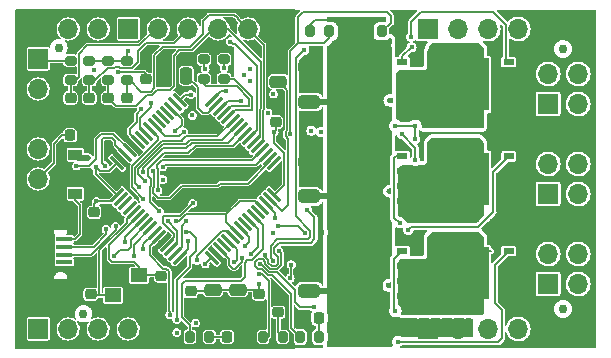
<source format=gbr>
%TF.GenerationSoftware,KiCad,Pcbnew,6.0.5+dfsg-1~bpo11+1*%
%TF.CreationDate,2022-07-20T16:51:46+00:00*%
%TF.ProjectId,xESC2,78455343-322e-46b6-9963-61645f706362,rev?*%
%TF.SameCoordinates,Original*%
%TF.FileFunction,Copper,L1,Top*%
%TF.FilePolarity,Positive*%
%FSLAX46Y46*%
G04 Gerber Fmt 4.6, Leading zero omitted, Abs format (unit mm)*
G04 Created by KiCad (PCBNEW 6.0.5+dfsg-1~bpo11+1) date 2022-07-20 16:51:46*
%MOMM*%
%LPD*%
G01*
G04 APERTURE LIST*
G04 Aperture macros list*
%AMRoundRect*
0 Rectangle with rounded corners*
0 $1 Rounding radius*
0 $2 $3 $4 $5 $6 $7 $8 $9 X,Y pos of 4 corners*
0 Add a 4 corners polygon primitive as box body*
4,1,4,$2,$3,$4,$5,$6,$7,$8,$9,$2,$3,0*
0 Add four circle primitives for the rounded corners*
1,1,$1+$1,$2,$3*
1,1,$1+$1,$4,$5*
1,1,$1+$1,$6,$7*
1,1,$1+$1,$8,$9*
0 Add four rect primitives between the rounded corners*
20,1,$1+$1,$2,$3,$4,$5,0*
20,1,$1+$1,$4,$5,$6,$7,0*
20,1,$1+$1,$6,$7,$8,$9,0*
20,1,$1+$1,$8,$9,$2,$3,0*%
G04 Aperture macros list end*
%TA.AperFunction,SMDPad,CuDef*%
%ADD10RoundRect,0.225000X0.250000X-0.225000X0.250000X0.225000X-0.250000X0.225000X-0.250000X-0.225000X0*%
%TD*%
%TA.AperFunction,SMDPad,CuDef*%
%ADD11RoundRect,0.225000X-0.250000X0.225000X-0.250000X-0.225000X0.250000X-0.225000X0.250000X0.225000X0*%
%TD*%
%TA.AperFunction,SMDPad,CuDef*%
%ADD12RoundRect,0.225000X0.225000X0.250000X-0.225000X0.250000X-0.225000X-0.250000X0.225000X-0.250000X0*%
%TD*%
%TA.AperFunction,SMDPad,CuDef*%
%ADD13RoundRect,0.250000X-0.475000X0.250000X-0.475000X-0.250000X0.475000X-0.250000X0.475000X0.250000X0*%
%TD*%
%TA.AperFunction,SMDPad,CuDef*%
%ADD14RoundRect,0.250000X0.475000X-0.250000X0.475000X0.250000X-0.475000X0.250000X-0.475000X-0.250000X0*%
%TD*%
%TA.AperFunction,SMDPad,CuDef*%
%ADD15RoundRect,0.200000X-0.200000X-0.275000X0.200000X-0.275000X0.200000X0.275000X-0.200000X0.275000X0*%
%TD*%
%TA.AperFunction,SMDPad,CuDef*%
%ADD16RoundRect,0.218750X-0.218750X-0.256250X0.218750X-0.256250X0.218750X0.256250X-0.218750X0.256250X0*%
%TD*%
%TA.AperFunction,ComponentPad*%
%ADD17R,1.700000X1.700000*%
%TD*%
%TA.AperFunction,ComponentPad*%
%ADD18O,1.700000X1.700000*%
%TD*%
%TA.AperFunction,SMDPad,CuDef*%
%ADD19RoundRect,0.218750X-0.256250X0.218750X-0.256250X-0.218750X0.256250X-0.218750X0.256250X0.218750X0*%
%TD*%
%TA.AperFunction,SMDPad,CuDef*%
%ADD20RoundRect,0.218750X0.218750X0.256250X-0.218750X0.256250X-0.218750X-0.256250X0.218750X-0.256250X0*%
%TD*%
%TA.AperFunction,SMDPad,CuDef*%
%ADD21RoundRect,0.075000X-0.441942X-0.548008X0.548008X0.441942X0.441942X0.548008X-0.548008X-0.441942X0*%
%TD*%
%TA.AperFunction,SMDPad,CuDef*%
%ADD22RoundRect,0.075000X0.441942X-0.548008X0.548008X-0.441942X-0.441942X0.548008X-0.548008X0.441942X0*%
%TD*%
%TA.AperFunction,SMDPad,CuDef*%
%ADD23RoundRect,0.249999X0.650001X-0.325001X0.650001X0.325001X-0.650001X0.325001X-0.650001X-0.325001X0*%
%TD*%
%TA.AperFunction,SMDPad,CuDef*%
%ADD24R,0.850000X0.500000*%
%TD*%
%TA.AperFunction,SMDPad,CuDef*%
%ADD25R,4.550000X4.410000*%
%TD*%
%TA.AperFunction,SMDPad,CuDef*%
%ADD26R,1.350000X0.400000*%
%TD*%
%TA.AperFunction,SMDPad,CuDef*%
%ADD27R,1.600000X2.100000*%
%TD*%
%TA.AperFunction,SMDPad,CuDef*%
%ADD28R,1.900000X1.900000*%
%TD*%
%TA.AperFunction,ComponentPad*%
%ADD29O,1.700000X0.850000*%
%TD*%
%TA.AperFunction,SMDPad,CuDef*%
%ADD30R,1.200000X0.900000*%
%TD*%
%TA.AperFunction,SMDPad,CuDef*%
%ADD31RoundRect,0.200000X0.275000X-0.200000X0.275000X0.200000X-0.275000X0.200000X-0.275000X-0.200000X0*%
%TD*%
%TA.AperFunction,SMDPad,CuDef*%
%ADD32R,1.400000X1.200000*%
%TD*%
%TA.AperFunction,SMDPad,CuDef*%
%ADD33RoundRect,0.250000X-0.250000X-0.475000X0.250000X-0.475000X0.250000X0.475000X-0.250000X0.475000X0*%
%TD*%
%TA.AperFunction,SMDPad,CuDef*%
%ADD34RoundRect,0.200000X-0.275000X0.200000X-0.275000X-0.200000X0.275000X-0.200000X0.275000X0.200000X0*%
%TD*%
%TA.AperFunction,SMDPad,CuDef*%
%ADD35C,0.750000*%
%TD*%
%TA.AperFunction,ViaPad*%
%ADD36C,0.450000*%
%TD*%
%TA.AperFunction,Conductor*%
%ADD37C,0.127000*%
%TD*%
%TA.AperFunction,Conductor*%
%ADD38C,0.200000*%
%TD*%
%TA.AperFunction,Conductor*%
%ADD39C,0.500000*%
%TD*%
G04 APERTURE END LIST*
D10*
%TO.P,C32,1*%
%TO.N,Net-(C32-Pad1)*%
X235500000Y-128175000D03*
%TO.P,C32,2*%
%TO.N,GND*%
X235500000Y-126625000D03*
%TD*%
D11*
%TO.P,C33,1*%
%TO.N,Net-(C33-Pad1)*%
X241500000Y-126625000D03*
%TO.P,C33,2*%
%TO.N,GND*%
X241500000Y-128175000D03*
%TD*%
D12*
%TO.P,C34,1*%
%TO.N,GND*%
X235325000Y-114700000D03*
%TO.P,C34,2*%
%TO.N,/MCU/Reset*%
X233775000Y-114700000D03*
%TD*%
D13*
%TO.P,C35,1*%
%TO.N,GND*%
X251400000Y-108250000D03*
%TO.P,C35,2*%
%TO.N,Net-(C35-Pad2)*%
X251400000Y-110150000D03*
%TD*%
D11*
%TO.P,C37,1*%
%TO.N,+3V3*%
X243960000Y-127925000D03*
%TO.P,C37,2*%
%TO.N,GND*%
X243960000Y-129475000D03*
%TD*%
D14*
%TO.P,C38,1*%
%TO.N,GND*%
X247960000Y-129660000D03*
%TO.P,C38,2*%
%TO.N,+3V3*%
X247960000Y-127760000D03*
%TD*%
D10*
%TO.P,C40,1*%
%TO.N,+3V3*%
X251200000Y-113575000D03*
%TO.P,C40,2*%
%TO.N,GND*%
X251200000Y-112025000D03*
%TD*%
D11*
%TO.P,C41,1*%
%TO.N,+3V3*%
X235800000Y-121225000D03*
%TO.P,C41,2*%
%TO.N,GND*%
X235800000Y-122775000D03*
%TD*%
%TO.P,C42,1*%
%TO.N,+3V3*%
X249800000Y-128125000D03*
%TO.P,C42,2*%
%TO.N,GND*%
X249800000Y-129675000D03*
%TD*%
D14*
%TO.P,C39,1*%
%TO.N,GND*%
X245880000Y-129660000D03*
%TO.P,C39,2*%
%TO.N,+3V3*%
X245880000Y-127760000D03*
%TD*%
D15*
%TO.P,R16,1*%
%TO.N,/Power/FAULT*%
X253215000Y-131760000D03*
%TO.P,R16,2*%
%TO.N,Net-(D2-Pad2)*%
X254865000Y-131760000D03*
%TD*%
D16*
%TO.P,D2,1,K*%
%TO.N,GND*%
X253252500Y-130160000D03*
%TO.P,D2,2,A*%
%TO.N,Net-(D2-Pad2)*%
X254827500Y-130160000D03*
%TD*%
D17*
%TO.P,J3,1,Pin_1*%
%TO.N,+3V3*%
X231060000Y-108240000D03*
D18*
%TO.P,J3,2,Pin_2*%
%TO.N,/MCU/SWDCLK*%
X231060000Y-110780000D03*
%TO.P,J3,3,Pin_3*%
%TO.N,GND*%
X231060000Y-113320000D03*
%TO.P,J3,4,Pin_4*%
%TO.N,/MCU/SWDIO*%
X231060000Y-115860000D03*
%TO.P,J3,5,Pin_5*%
%TO.N,/MCU/Reset*%
X231060000Y-118400000D03*
%TD*%
D19*
%TO.P,D4,1,K*%
%TO.N,GND*%
X251400000Y-128112500D03*
%TO.P,D4,2,A*%
%TO.N,Net-(D4-Pad2)*%
X251400000Y-129687500D03*
%TD*%
D20*
%TO.P,D5,1,K*%
%TO.N,GND*%
X248627500Y-131760000D03*
%TO.P,D5,2,A*%
%TO.N,Net-(D5-Pad2)*%
X247052500Y-131760000D03*
%TD*%
D15*
%TO.P,R37,1*%
%TO.N,/LED_GREEN*%
X250115000Y-131760000D03*
%TO.P,R37,2*%
%TO.N,Net-(D4-Pad2)*%
X251765000Y-131760000D03*
%TD*%
%TO.P,R38,1*%
%TO.N,/LED_RED*%
X243915000Y-131760000D03*
%TO.P,R38,2*%
%TO.N,Net-(D5-Pad2)*%
X245565000Y-131760000D03*
%TD*%
%TO.P,R39,1*%
%TO.N,/VM*%
X254075000Y-105900000D03*
%TO.P,R39,2*%
%TO.N,/V_M_FILTERED*%
X255725000Y-105900000D03*
%TD*%
%TO.P,R40,1*%
%TO.N,/V_M_FILTERED*%
X260175000Y-105900000D03*
%TO.P,R40,2*%
%TO.N,GND*%
X261825000Y-105900000D03*
%TD*%
D21*
%TO.P,U4,1,VBAT*%
%TO.N,+3V3*%
X237735519Y-119761181D03*
%TO.P,U4,2,PC13*%
%TO.N,unconnected-(U4-Pad2)*%
X238089072Y-120114734D03*
%TO.P,U4,3,PC14*%
%TO.N,unconnected-(U4-Pad3)*%
X238442625Y-120468287D03*
%TO.P,U4,4,PC15*%
%TO.N,unconnected-(U4-Pad4)*%
X238796179Y-120821841D03*
%TO.P,U4,5,PH0*%
%TO.N,Net-(C32-Pad1)*%
X239149732Y-121175394D03*
%TO.P,U4,6,PH1*%
%TO.N,Net-(C33-Pad1)*%
X239503286Y-121528948D03*
%TO.P,U4,7,NRST*%
%TO.N,/MCU/Reset*%
X239856839Y-121882501D03*
%TO.P,U4,8,PC0*%
%TO.N,/CUR_W*%
X240210392Y-122236054D03*
%TO.P,U4,9,PC1*%
%TO.N,/CUR_V*%
X240563946Y-122589608D03*
%TO.P,U4,10,PC2*%
%TO.N,/CUR_U*%
X240917499Y-122943161D03*
%TO.P,U4,11,PC3*%
%TO.N,/V_M_FILTERED*%
X241271052Y-123296714D03*
%TO.P,U4,12,VSSA*%
%TO.N,GND*%
X241624606Y-123650268D03*
%TO.P,U4,13,VDDA*%
%TO.N,+3V3*%
X241978159Y-124003821D03*
%TO.P,U4,14,PA0*%
%TO.N,/PHASE_W_FILTERED*%
X242331713Y-124357375D03*
%TO.P,U4,15,PA1*%
%TO.N,/PHASE_V_FILTERED*%
X242685266Y-124710928D03*
%TO.P,U4,16,PA2*%
%TO.N,/PHASE_U_FILTERED*%
X243038819Y-125064481D03*
D22*
%TO.P,U4,17,PA3*%
%TO.N,/PCB_TEMP*%
X245761181Y-125064481D03*
%TO.P,U4,18,VSS*%
%TO.N,GND*%
X246114734Y-124710928D03*
%TO.P,U4,19,VDD*%
%TO.N,+3V3*%
X246468287Y-124357375D03*
%TO.P,U4,20,PA4*%
%TO.N,unconnected-(U4-Pad20)*%
X246821841Y-124003821D03*
%TO.P,U4,21,PA5*%
%TO.N,/MCU/SCK_EXT*%
X247175394Y-123650268D03*
%TO.P,U4,22,PA6*%
%TO.N,/MCU/MISO_EXT*%
X247528948Y-123296714D03*
%TO.P,U4,23,PA7*%
%TO.N,/MCU/TX_MOSI_EXT*%
X247882501Y-122943161D03*
%TO.P,U4,24,PC4*%
%TO.N,/TEMP_MOTOR*%
X248236054Y-122589608D03*
%TO.P,U4,25,PC5*%
%TO.N,unconnected-(U4-Pad25)*%
X248589608Y-122236054D03*
%TO.P,U4,26,PB0*%
%TO.N,/LED_GREEN*%
X248943161Y-121882501D03*
%TO.P,U4,27,PB1*%
%TO.N,/LED_RED*%
X249296714Y-121528948D03*
%TO.P,U4,28,PB2*%
%TO.N,unconnected-(U4-Pad28)*%
X249650268Y-121175394D03*
%TO.P,U4,29,PB10*%
%TO.N,/MCU/TX_MOSI_EXT*%
X250003821Y-120821841D03*
%TO.P,U4,30,PB11*%
%TO.N,/MCU/RX_NCS_EXT*%
X250357375Y-120468287D03*
%TO.P,U4,31,VCAP_1*%
%TO.N,Net-(C35-Pad2)*%
X250710928Y-120114734D03*
%TO.P,U4,32,VDD*%
%TO.N,+3V3*%
X251064481Y-119761181D03*
D21*
%TO.P,U4,33,PB12*%
%TO.N,unconnected-(U4-Pad33)*%
X251064481Y-117038819D03*
%TO.P,U4,34,PB13*%
%TO.N,/MCU/WL*%
X250710928Y-116685266D03*
%TO.P,U4,35,PB14*%
%TO.N,/MCU/VL*%
X250357375Y-116331713D03*
%TO.P,U4,36,PB15*%
%TO.N,/MCU/UL*%
X250003821Y-115978159D03*
%TO.P,U4,37,PC6*%
%TO.N,/HALL3*%
X249650268Y-115624606D03*
%TO.P,U4,38,PC7*%
%TO.N,/HALL2*%
X249296714Y-115271052D03*
%TO.P,U4,39,PC8*%
%TO.N,/HALL1*%
X248943161Y-114917499D03*
%TO.P,U4,40,PC9*%
%TO.N,/MCU/DRV_NCS*%
X248589608Y-114563946D03*
%TO.P,U4,41,PA8*%
%TO.N,/MCU/WH*%
X248236054Y-114210392D03*
%TO.P,U4,42,PA9*%
%TO.N,/MCU/VH*%
X247882501Y-113856839D03*
%TO.P,U4,43,PA10*%
%TO.N,/MCU/UH*%
X247528948Y-113503286D03*
%TO.P,U4,44,PA11*%
%TO.N,/USB_DM*%
X247175394Y-113149732D03*
%TO.P,U4,45,PA12*%
%TO.N,/USB_DP*%
X246821841Y-112796179D03*
%TO.P,U4,46,PA13*%
%TO.N,/MCU/SWDIO*%
X246468287Y-112442625D03*
%TO.P,U4,47,VCAP_2*%
%TO.N,Net-(C36-Pad2)*%
X246114734Y-112089072D03*
%TO.P,U4,48,VDD*%
%TO.N,+3V3*%
X245761181Y-111735519D03*
D22*
%TO.P,U4,49,PA14*%
%TO.N,/MCU/SWDCLK*%
X243038819Y-111735519D03*
%TO.P,U4,50,PA15*%
%TO.N,unconnected-(U4-Pad50)*%
X242685266Y-112089072D03*
%TO.P,U4,51,PC10*%
%TO.N,/MCU/DRV_SCK*%
X242331713Y-112442625D03*
%TO.P,U4,52,PC11*%
%TO.N,unconnected-(U4-Pad52)*%
X241978159Y-112796179D03*
%TO.P,U4,53,PC12*%
%TO.N,unconnected-(U4-Pad53)*%
X241624606Y-113149732D03*
%TO.P,U4,54,PD2*%
%TO.N,unconnected-(U4-Pad54)*%
X241271052Y-113503286D03*
%TO.P,U4,55,PB3*%
%TO.N,/MCU/DRV_MISO*%
X240917499Y-113856839D03*
%TO.P,U4,56,PB4*%
%TO.N,/MCU/DRV_MOSI*%
X240563946Y-114210392D03*
%TO.P,U4,57,PB5*%
%TO.N,/MCU/DRV_ENABLE*%
X240210392Y-114563946D03*
%TO.P,U4,58,PB6*%
%TO.N,/MCU/SERVO*%
X239856839Y-114917499D03*
%TO.P,U4,59,PB7*%
%TO.N,/Power/FAULT*%
X239503286Y-115271052D03*
%TO.P,U4,60,BOOT0*%
%TO.N,GND*%
X239149732Y-115624606D03*
%TO.P,U4,61,PB8*%
%TO.N,/MCU/CAN_RX*%
X238796179Y-115978159D03*
%TO.P,U4,62,PB9*%
%TO.N,/MCU/CAN_TX*%
X238442625Y-116331713D03*
%TO.P,U4,63,VSS*%
%TO.N,GND*%
X238089072Y-116685266D03*
%TO.P,U4,64,VDD*%
%TO.N,+3V3*%
X237735519Y-117038819D03*
%TD*%
D23*
%TO.P,C1,1*%
%TO.N,/VM*%
X254000000Y-127875000D03*
%TO.P,C1,2*%
%TO.N,GND*%
X254000000Y-124925000D03*
%TD*%
%TO.P,C2,1*%
%TO.N,/VM*%
X254000000Y-119875000D03*
%TO.P,C2,2*%
%TO.N,GND*%
X254000000Y-116925000D03*
%TD*%
D24*
%TO.P,Q1,1,S*%
%TO.N,/PHASE_U_RAW*%
X261900000Y-128305000D03*
%TO.P,Q1,2,S*%
X261900000Y-127035000D03*
%TO.P,Q1,3,S*%
X261900000Y-125765000D03*
%TO.P,Q1,4,G*%
%TO.N,Net-(Q1-Pad4)*%
X261900000Y-124495000D03*
D25*
%TO.P,Q1,5,D*%
%TO.N,/VM*%
X257950000Y-126400000D03*
%TD*%
D24*
%TO.P,Q3,1,S*%
%TO.N,/PHASE_V_RAW*%
X261900000Y-120305000D03*
%TO.P,Q3,2,S*%
X261900000Y-119035000D03*
%TO.P,Q3,3,S*%
X261900000Y-117765000D03*
%TO.P,Q3,4,G*%
%TO.N,Net-(Q3-Pad4)*%
X261900000Y-116495000D03*
D25*
%TO.P,Q3,5,D*%
%TO.N,/VM*%
X257950000Y-118400000D03*
%TD*%
D24*
%TO.P,Q5,1,S*%
%TO.N,/PHASE_W_RAW*%
X261900000Y-112305000D03*
%TO.P,Q5,2,S*%
X261900000Y-111035000D03*
%TO.P,Q5,3,S*%
X261900000Y-109765000D03*
%TO.P,Q5,4,G*%
%TO.N,Net-(Q5-Pad4)*%
X261900000Y-108495000D03*
D25*
%TO.P,Q5,5,D*%
%TO.N,/VM*%
X257950000Y-110400000D03*
%TD*%
D26*
%TO.P,J2,1,VCC*%
%TO.N,Net-(D3-Pad2)*%
X233275000Y-123500000D03*
%TO.P,J2,2,D-*%
%TO.N,Net-(J2-Pad2)*%
X233275000Y-124150000D03*
%TO.P,J2,3,D+*%
%TO.N,Net-(J2-Pad3)*%
X233275000Y-124800000D03*
%TO.P,J2,4,ID*%
%TO.N,unconnected-(J2-Pad4)*%
X233275000Y-125450000D03*
%TO.P,J2,5,GND*%
%TO.N,GND*%
X233275000Y-126100000D03*
D27*
%TO.P,J2,S1,SHIELD*%
X233150000Y-121700000D03*
%TO.P,J2,S2,SHIELD*%
X233150000Y-127900000D03*
D28*
%TO.P,J2,S3,SHIELD*%
X230600000Y-123600000D03*
%TO.P,J2,S4,SHIELD*%
X230600000Y-126000000D03*
D29*
%TO.P,J2,S5,SHIELD*%
X230600000Y-121975000D03*
%TO.P,J2,S6,SHIELD*%
X230600000Y-127625000D03*
%TD*%
D30*
%TO.P,D3,1,K*%
%TO.N,+5V*%
X234200000Y-116350000D03*
%TO.P,D3,2,A*%
%TO.N,Net-(D3-Pad2)*%
X234200000Y-119650000D03*
%TD*%
D31*
%TO.P,R32,1*%
%TO.N,/USB_DP*%
X245100000Y-109925000D03*
%TO.P,R32,2*%
%TO.N,Net-(J2-Pad3)*%
X245100000Y-108275000D03*
%TD*%
%TO.P,R31,1*%
%TO.N,/USB_DM*%
X246800000Y-109925000D03*
%TO.P,R31,2*%
%TO.N,Net-(J2-Pad2)*%
X246800000Y-108275000D03*
%TD*%
D24*
%TO.P,Q6,1,S*%
%TO.N,GND*%
X270900000Y-112305000D03*
%TO.P,Q6,2,S*%
X270900000Y-111035000D03*
%TO.P,Q6,3,S*%
X270900000Y-109765000D03*
%TO.P,Q6,4,G*%
%TO.N,Net-(Q6-Pad4)*%
X270900000Y-108495000D03*
D25*
%TO.P,Q6,5,D*%
%TO.N,/PHASE_W_RAW*%
X266950000Y-110400000D03*
%TD*%
D24*
%TO.P,Q4,1,S*%
%TO.N,GND*%
X270900000Y-120305000D03*
%TO.P,Q4,2,S*%
X270900000Y-119035000D03*
%TO.P,Q4,3,S*%
X270900000Y-117765000D03*
%TO.P,Q4,4,G*%
%TO.N,Net-(Q4-Pad4)*%
X270900000Y-116495000D03*
D25*
%TO.P,Q4,5,D*%
%TO.N,/PHASE_V_RAW*%
X266950000Y-118400000D03*
%TD*%
D24*
%TO.P,Q2,1,S*%
%TO.N,GND*%
X270900000Y-128305000D03*
%TO.P,Q2,2,S*%
X270900000Y-127035000D03*
%TO.P,Q2,3,S*%
X270900000Y-125765000D03*
%TO.P,Q2,4,G*%
%TO.N,Net-(Q2-Pad4)*%
X270900000Y-124495000D03*
D25*
%TO.P,Q2,5,D*%
%TO.N,/PHASE_U_RAW*%
X266950000Y-126400000D03*
%TD*%
D23*
%TO.P,C3,1*%
%TO.N,/VM*%
X254000000Y-111875000D03*
%TO.P,C3,2*%
%TO.N,GND*%
X254000000Y-108925000D03*
%TD*%
D32*
%TO.P,Y1,1,1*%
%TO.N,Net-(C32-Pad1)*%
X237400000Y-128250000D03*
%TO.P,Y1,2,2*%
%TO.N,GND*%
X239600000Y-128250000D03*
%TO.P,Y1,3,3*%
%TO.N,Net-(C33-Pad1)*%
X239600000Y-126550000D03*
%TO.P,Y1,4,4*%
%TO.N,GND*%
X237400000Y-126550000D03*
%TD*%
D33*
%TO.P,C36,1*%
%TO.N,GND*%
X241700000Y-109650000D03*
%TO.P,C36,2*%
%TO.N,Net-(C36-Pad2)*%
X243600000Y-109650000D03*
%TD*%
D10*
%TO.P,C43,1*%
%TO.N,+3V3*%
X240200000Y-109975000D03*
%TO.P,C43,2*%
%TO.N,GND*%
X240200000Y-108425000D03*
%TD*%
D34*
%TO.P,R33,1*%
%TO.N,+5V*%
X235400000Y-108375000D03*
%TO.P,R33,2*%
%TO.N,/HALL1*%
X235400000Y-110025000D03*
%TD*%
%TO.P,R34,1*%
%TO.N,+5V*%
X237000000Y-108375000D03*
%TO.P,R34,2*%
%TO.N,/HALL2*%
X237000000Y-110025000D03*
%TD*%
D11*
%TO.P,C44,1*%
%TO.N,/TEMP_MOTOR*%
X233800000Y-111525000D03*
%TO.P,C44,2*%
%TO.N,GND*%
X233800000Y-113075000D03*
%TD*%
%TO.P,C45,1*%
%TO.N,/HALL1*%
X235400000Y-111525000D03*
%TO.P,C45,2*%
%TO.N,GND*%
X235400000Y-113075000D03*
%TD*%
%TO.P,C46,1*%
%TO.N,/HALL2*%
X237000000Y-111525000D03*
%TO.P,C46,2*%
%TO.N,GND*%
X237000000Y-113075000D03*
%TD*%
D34*
%TO.P,R35,1*%
%TO.N,+5V*%
X238600000Y-108375000D03*
%TO.P,R35,2*%
%TO.N,/HALL3*%
X238600000Y-110025000D03*
%TD*%
%TO.P,R30,1*%
%TO.N,+3V3*%
X233800000Y-108375000D03*
%TO.P,R30,2*%
%TO.N,/TEMP_MOTOR*%
X233800000Y-110025000D03*
%TD*%
D11*
%TO.P,C47,1*%
%TO.N,/HALL3*%
X238600000Y-111525000D03*
%TO.P,C47,2*%
%TO.N,GND*%
X238600000Y-113075000D03*
%TD*%
D35*
%TO.P,FID1,*%
%TO.N,*%
X275500000Y-129400000D03*
%TD*%
%TO.P,FID2,*%
%TO.N,*%
X275500000Y-107400000D03*
%TD*%
%TO.P,FID3,*%
%TO.N,*%
X234900000Y-129800000D03*
%TD*%
%TO.P,FID5,*%
%TO.N,*%
X232800000Y-107300000D03*
%TD*%
D17*
%TO.P,J5,1,Pin_1*%
%TO.N,GND*%
X231060000Y-105700000D03*
D18*
%TO.P,J5,2,Pin_2*%
%TO.N,Net-(J5-Pad2)*%
X233600000Y-105700000D03*
%TO.P,J5,3,Pin_3*%
%TO.N,Net-(J5-Pad3)*%
X236140000Y-105700000D03*
%TD*%
D17*
%TO.P,J1,1,Pin_1*%
%TO.N,+5V*%
X238680000Y-105700000D03*
D18*
%TO.P,J1,2,Pin_2*%
%TO.N,/TEMP_MOTOR*%
X241220000Y-105700000D03*
%TO.P,J1,3,Pin_3*%
%TO.N,/HALL1*%
X243760000Y-105700000D03*
%TO.P,J1,4,Pin_4*%
%TO.N,/HALL2*%
X246300000Y-105700000D03*
%TO.P,J1,5,Pin_5*%
%TO.N,/HALL3*%
X248840000Y-105700000D03*
%TO.P,J1,6,Pin_6*%
%TO.N,GND*%
X251380000Y-105700000D03*
%TD*%
D17*
%TO.P,J4,1,Pin_1*%
%TO.N,/MCU/MISO_EXT*%
X231060000Y-131100000D03*
D18*
%TO.P,J4,2,Pin_2*%
%TO.N,/MCU/TX_MOSI_EXT*%
X233600000Y-131100000D03*
%TO.P,J4,3,Pin_3*%
%TO.N,/MCU/SCK_EXT*%
X236140000Y-131100000D03*
%TO.P,J4,4,Pin_4*%
%TO.N,/MCU/RX_NCS_EXT*%
X238680000Y-131100000D03*
%TO.P,J4,5,Pin_5*%
%TO.N,GND*%
X241220000Y-131100000D03*
%TD*%
D17*
%TO.P,J9,1,Pin_1*%
%TO.N,/VM*%
X264080000Y-105700000D03*
D18*
%TO.P,J9,2,Pin_2*%
X266620000Y-105700000D03*
%TO.P,J9,3,Pin_3*%
%TO.N,+5V*%
X269160000Y-105700000D03*
%TO.P,J9,4,Pin_4*%
X271700000Y-105700000D03*
%TO.P,J9,5,Pin_5*%
%TO.N,GND*%
X274240000Y-105700000D03*
%TO.P,J9,6,Pin_6*%
X276780000Y-105700000D03*
%TD*%
D17*
%TO.P,J10,1,Pin_1*%
%TO.N,/VM*%
X264080000Y-131100000D03*
D18*
%TO.P,J10,2,Pin_2*%
X266620000Y-131100000D03*
%TO.P,J10,3,Pin_3*%
%TO.N,+5V*%
X269160000Y-131100000D03*
%TO.P,J10,4,Pin_4*%
X271700000Y-131100000D03*
%TO.P,J10,5,Pin_5*%
%TO.N,GND*%
X274240000Y-131100000D03*
%TO.P,J10,6,Pin_6*%
X276780000Y-131100000D03*
%TD*%
D17*
%TO.P,J8,1,Pin_1*%
%TO.N,Net-(C26-Pad1)*%
X274240000Y-112050000D03*
D18*
%TO.P,J8,2,Pin_2*%
X276780000Y-112050000D03*
%TO.P,J8,3,Pin_3*%
X274240000Y-109510000D03*
%TO.P,J8,4,Pin_4*%
X276780000Y-109510000D03*
%TD*%
D17*
%TO.P,J7,1,Pin_1*%
%TO.N,Net-(C25-Pad1)*%
X274240000Y-119670000D03*
D18*
%TO.P,J7,2,Pin_2*%
X276780000Y-119670000D03*
%TO.P,J7,3,Pin_3*%
X274240000Y-117130000D03*
%TO.P,J7,4,Pin_4*%
X276780000Y-117130000D03*
%TD*%
D17*
%TO.P,J6,1,Pin_1*%
%TO.N,Net-(C24-Pad1)*%
X274240000Y-127290000D03*
D18*
%TO.P,J6,2,Pin_2*%
X276780000Y-127290000D03*
%TO.P,J6,3,Pin_3*%
X274240000Y-124750000D03*
%TO.P,J6,4,Pin_4*%
X276780000Y-124750000D03*
%TD*%
D36*
%TO.N,Net-(Q1-Pad4)*%
X261300000Y-129550000D03*
%TO.N,GND*%
X272500000Y-114000000D03*
X274500000Y-115000000D03*
X275000000Y-114500000D03*
X274000000Y-114500000D03*
X273000000Y-114500000D03*
X272000000Y-114500000D03*
X272500000Y-115000000D03*
X274500000Y-114000000D03*
X271500000Y-114000000D03*
X273500000Y-114000000D03*
X273500000Y-115000000D03*
X271500000Y-115000000D03*
X271000000Y-114500000D03*
X269500000Y-115000000D03*
X270000000Y-122500000D03*
X269500000Y-123000000D03*
X270500000Y-115000000D03*
X269000000Y-122500000D03*
X271000000Y-122500000D03*
X270500000Y-114000000D03*
X269500000Y-122000000D03*
X270000000Y-114500000D03*
X270500000Y-122000000D03*
X270500000Y-123000000D03*
X274000000Y-122500000D03*
X261481190Y-107081190D03*
X271500000Y-123000000D03*
X274500000Y-123000000D03*
X245200000Y-116200000D03*
X241800000Y-108000000D03*
X247200000Y-118200000D03*
X243750000Y-113700000D03*
X275000000Y-122500000D03*
X261556308Y-115395181D03*
X240000000Y-105000000D03*
X247200000Y-120200000D03*
X273000000Y-122500000D03*
X254650000Y-126900000D03*
X260822611Y-111744521D03*
X272000000Y-122500000D03*
X263300000Y-123700000D03*
X252050000Y-128850000D03*
X245375000Y-106825000D03*
X247850000Y-132350000D03*
X249550000Y-107300000D03*
X272500000Y-122000000D03*
X247200000Y-116200000D03*
X273500000Y-122000000D03*
X260709490Y-127400000D03*
X273500000Y-123000000D03*
X237125000Y-115425000D03*
X243350000Y-107950000D03*
X263625000Y-107200000D03*
X242600000Y-126500010D03*
X249000000Y-119800000D03*
X254600000Y-107400000D03*
X245200000Y-118200000D03*
X255050000Y-122900000D03*
X240300000Y-107500000D03*
X254000000Y-131600000D03*
X254300000Y-115300000D03*
X260775000Y-119425000D03*
X271500000Y-122000000D03*
X274500000Y-122000000D03*
X272500000Y-123000000D03*
X247525000Y-105000000D03*
X242450000Y-104900000D03*
X245200000Y-120200000D03*
X246000000Y-126500000D03*
%TO.N,Net-(Q2-Pad4)*%
X261550000Y-132175000D03*
%TO.N,Net-(Q3-Pad4)*%
X261675000Y-122150000D03*
%TO.N,Net-(Q4-Pad4)*%
X262400001Y-122700000D03*
%TO.N,Net-(Q5-Pad4)*%
X262674996Y-107250000D03*
%TO.N,Net-(Q6-Pad4)*%
X262649980Y-106349980D03*
%TO.N,/Power/LSU*%
X254400000Y-129200000D03*
X249858665Y-125606123D03*
%TO.N,/Power/LSV*%
X253800000Y-121000000D03*
X250239939Y-124817009D03*
%TO.N,/Power/LSW*%
X250974998Y-125349645D03*
X253600000Y-107500000D03*
%TO.N,/Power/VOFS*%
X243615510Y-122900000D03*
X242799986Y-130300000D03*
%TO.N,+3V3*%
X251041416Y-114410852D03*
X244150000Y-120450000D03*
X235800000Y-109199996D03*
X241625000Y-118450000D03*
X246975000Y-110931024D03*
X248290510Y-125128626D03*
X235925000Y-117350000D03*
X236000000Y-120300000D03*
X237781022Y-109356020D03*
X255000000Y-114400000D03*
X263000000Y-116799998D03*
X261825016Y-114575000D03*
X244124996Y-113010034D03*
X244400000Y-130600000D03*
X249800000Y-127299994D03*
%TO.N,+5V*%
X238700000Y-107600000D03*
X235300000Y-116599988D03*
%TO.N,/PHASE_U_RAW*%
X267400000Y-123600000D03*
X268400000Y-123600000D03*
X264200000Y-129700000D03*
X262700000Y-129200000D03*
X263200000Y-129700000D03*
X267900000Y-123100000D03*
X266400000Y-123600000D03*
X264700000Y-129200000D03*
X265700000Y-129200000D03*
X266900000Y-123100000D03*
X265200000Y-129700000D03*
X263700000Y-129200000D03*
X265900000Y-123100000D03*
X264900000Y-123100000D03*
X266700000Y-129200000D03*
X266200000Y-129700000D03*
X267200000Y-129700000D03*
X268200000Y-129700000D03*
X267700000Y-129200000D03*
X265400000Y-123600000D03*
X264400000Y-123600000D03*
%TO.N,/PHASE_V_RAW*%
X267200000Y-121900000D03*
X262700000Y-121400000D03*
X266700000Y-121400000D03*
X267400000Y-115600000D03*
X266400000Y-115600000D03*
X265700000Y-121400000D03*
X265400000Y-115600000D03*
X267900000Y-115100000D03*
X264700000Y-121400000D03*
X266900000Y-115100000D03*
X265900000Y-115100000D03*
X263700000Y-121400000D03*
X268200000Y-121900000D03*
X267700000Y-121400000D03*
X264900000Y-115100000D03*
X268400000Y-115600000D03*
X265200000Y-121900000D03*
X263200000Y-121900000D03*
X266200000Y-121900000D03*
X264200000Y-121900000D03*
X264400000Y-115600000D03*
%TO.N,/PHASE_W_RAW*%
X265400000Y-107600000D03*
X264700000Y-113400000D03*
X266700000Y-113400000D03*
X267700000Y-113400000D03*
X265200000Y-113900000D03*
X266900000Y-107100000D03*
X268200000Y-113900000D03*
X265700000Y-113400000D03*
X264900000Y-107100000D03*
X266200000Y-113900000D03*
X267900000Y-107100000D03*
X268400000Y-107600000D03*
X267400000Y-107600000D03*
X267200000Y-113900000D03*
X266400000Y-107600000D03*
X265900000Y-107100000D03*
X264400000Y-107600000D03*
%TO.N,/CUR_U*%
X239925000Y-124300000D03*
%TO.N,/CUR_V*%
X239200000Y-124900000D03*
%TO.N,/CUR_W*%
X237500000Y-124900000D03*
%TO.N,/PHASE_U_FILTERED*%
X252392339Y-126782661D03*
X252475000Y-125650000D03*
X250974998Y-122975000D03*
X243749998Y-123625000D03*
%TO.N,/PHASE_V_FILTERED*%
X253684490Y-123005611D03*
X251375000Y-122350000D03*
X243599989Y-121999989D03*
%TO.N,/PHASE_W_FILTERED*%
X250525000Y-112800000D03*
X242043877Y-121956256D03*
%TO.N,/MCU/Reset*%
X238425000Y-123750000D03*
%TO.N,/MCU/WL*%
X240788495Y-117729116D03*
%TO.N,/MCU/WH*%
X239957484Y-117800000D03*
%TO.N,/MCU/VL*%
X241597615Y-117380242D03*
%TO.N,/MCU/VH*%
X240147324Y-118595058D03*
%TO.N,/MCU/UL*%
X241209500Y-119368936D03*
%TO.N,/MCU/UH*%
X239562496Y-119062496D03*
%TO.N,/MCU/DRV_ENABLE*%
X240600000Y-112000000D03*
%TO.N,/MCU/DRV_MISO*%
X243400000Y-114400000D03*
%TO.N,/MCU/DRV_MOSI*%
X239975000Y-120075000D03*
%TO.N,/MCU/DRV_SCK*%
X242662500Y-114337500D03*
%TO.N,/MCU/DRV_NCS*%
X241325000Y-121125000D03*
%TO.N,/MCU/TX_MOSI_EXT*%
X242750000Y-121975000D03*
%TO.N,/MCU/CAN_TX*%
X236700000Y-117274992D03*
%TO.N,/MCU/CAN_RX*%
X234300000Y-117300000D03*
%TO.N,/MCU/SWDCLK*%
X243975000Y-111249986D03*
%TO.N,/MCU/SWDIO*%
X248200004Y-111800000D03*
%TO.N,/MCU/RX_NCS_EXT*%
X251155479Y-121665452D03*
%TO.N,/MCU/MISO_EXT*%
X244500000Y-125300006D03*
%TO.N,/MCU/SCK_EXT*%
X242800000Y-131400000D03*
X247665504Y-125448854D03*
%TO.N,/TEMP_MOTOR*%
X248581335Y-124078617D03*
X250975000Y-111200000D03*
%TO.N,/HALL1*%
X247325000Y-106775000D03*
%TO.N,Net-(J2-Pad3)*%
X245200000Y-109100000D03*
X237618806Y-122418814D03*
%TO.N,Net-(J2-Pad2)*%
X236800000Y-122650000D03*
X246799997Y-109045992D03*
%TO.N,/LED_GREEN*%
X249068234Y-124794146D03*
X249725000Y-126447987D03*
%TO.N,/VM*%
X258400000Y-122900000D03*
X256400000Y-121900000D03*
X260400000Y-122900000D03*
X258500000Y-131900000D03*
X260400000Y-121900000D03*
X259400000Y-122400000D03*
X257000000Y-131900000D03*
X258500000Y-129900000D03*
X257400000Y-122400000D03*
X256400000Y-122900000D03*
X258400000Y-121900000D03*
X257000000Y-129900000D03*
X260000000Y-131900000D03*
X260000000Y-129900000D03*
X260400000Y-114900000D03*
X258400000Y-113900000D03*
X256400000Y-114900000D03*
X258500000Y-104900000D03*
X260000000Y-106900000D03*
X257000000Y-106900000D03*
X259000000Y-105900000D03*
X260400000Y-113900000D03*
X257500000Y-130900000D03*
X249000000Y-109100000D03*
X249000000Y-110100000D03*
X258400000Y-114900000D03*
X257400000Y-114400000D03*
X259000000Y-130900000D03*
X258500000Y-106900000D03*
X259400000Y-114400000D03*
X248500000Y-109600000D03*
X256400000Y-113900000D03*
X257500000Y-105900000D03*
X257000000Y-104902010D03*
X260000000Y-104900000D03*
%TO.N,/V_M_FILTERED*%
X242200000Y-129900000D03*
X252425009Y-114600000D03*
%TO.N,/PCB_TEMP*%
X245200000Y-125600000D03*
X254200000Y-114300000D03*
X261299980Y-113900000D03*
X263000000Y-115025008D03*
X263000000Y-113900000D03*
%TO.N,/Power/FAULT*%
X251434499Y-124467716D03*
X239778390Y-112516207D03*
%TD*%
D37*
%TO.N,Net-(Q1-Pad4)*%
X261200000Y-125195000D02*
X261200000Y-129450000D01*
X261900000Y-124495000D02*
X261200000Y-125195000D01*
X261200000Y-129450000D02*
X261300000Y-129550000D01*
%TO.N,GND*%
X242600000Y-126181812D02*
X242600000Y-126500010D01*
X238089072Y-116685266D02*
X237125000Y-115721194D01*
X254000000Y-116925000D02*
X254000000Y-115600000D01*
X238600000Y-113075000D02*
X238600000Y-113500000D01*
X241412474Y-123650268D02*
X241100000Y-123962742D01*
X238600000Y-113500000D02*
X238200000Y-113900000D01*
X254000000Y-115600000D02*
X254300000Y-115300000D01*
X238200000Y-114674874D02*
X239149732Y-115624606D01*
X241100000Y-124681812D02*
X242600000Y-126181812D01*
X237125000Y-115721194D02*
X237125000Y-115425000D01*
X241100000Y-123962742D02*
X241100000Y-124681812D01*
X238200000Y-113900000D02*
X238200000Y-114674874D01*
X241624606Y-123650268D02*
X241412474Y-123650268D01*
%TO.N,Net-(Q2-Pad4)*%
X270900000Y-124495000D02*
X269700000Y-125695000D01*
X270300000Y-131900000D02*
X270025000Y-132175000D01*
X269700000Y-125695000D02*
X269700000Y-128900000D01*
X269700000Y-128900000D02*
X270300000Y-129500000D01*
X270025000Y-132175000D02*
X261550000Y-132175000D01*
X270300000Y-129500000D02*
X270300000Y-131900000D01*
%TO.N,Net-(Q3-Pad4)*%
X261200000Y-116643000D02*
X261200000Y-121675000D01*
X261900000Y-116495000D02*
X261348000Y-116495000D01*
X261200000Y-121675000D02*
X261675000Y-122150000D01*
X261348000Y-116495000D02*
X261200000Y-116643000D01*
%TO.N,Net-(Q4-Pad4)*%
X269600000Y-121200000D02*
X268324999Y-122475001D01*
X270900000Y-116495000D02*
X269600000Y-117795000D01*
X269600000Y-117795000D02*
X269600000Y-121200000D01*
X262625000Y-122475001D02*
X262400001Y-122700000D01*
X268324999Y-122475001D02*
X262625000Y-122475001D01*
%TO.N,Net-(Q5-Pad4)*%
X261900000Y-108495000D02*
X261900000Y-108024996D01*
X261900000Y-108024996D02*
X262674996Y-107250000D01*
%TO.N,Net-(Q6-Pad4)*%
X263437098Y-104300000D02*
X262649980Y-105087118D01*
X270900000Y-108495000D02*
X270659499Y-108254499D01*
X270659499Y-105359499D02*
X269600000Y-104300000D01*
X270659499Y-108254499D02*
X270659499Y-105359499D01*
X269600000Y-104300000D02*
X263437098Y-104300000D01*
X262649980Y-105087118D02*
X262649980Y-106349980D01*
%TO.N,/Power/LSU*%
X253200000Y-129200000D02*
X252800000Y-128800000D01*
X254400000Y-129200000D02*
X253200000Y-129200000D01*
X251320582Y-126298524D02*
X250617802Y-126298524D01*
X249925401Y-125606123D02*
X249858665Y-125606123D01*
X250617802Y-126298524D02*
X249925401Y-125606123D01*
X252800000Y-128800000D02*
X252800000Y-127777942D01*
X252800000Y-127777942D02*
X251320582Y-126298524D01*
%TO.N,/Power/LSV*%
X254123933Y-123854009D02*
X251443757Y-123854009D01*
X250528178Y-125490445D02*
X250528178Y-125301467D01*
X251018989Y-124278777D02*
X251018989Y-124641045D01*
X254454009Y-121654009D02*
X254454009Y-123523933D01*
X253800000Y-121000000D02*
X254454009Y-121654009D01*
X251018989Y-124641045D02*
X251390502Y-125012558D01*
X251390502Y-125587442D02*
X251187442Y-125790502D01*
X250528178Y-125301467D02*
X250239939Y-125013228D01*
X251187442Y-125790502D02*
X250828235Y-125790502D01*
X251443757Y-123854009D02*
X251018989Y-124278777D01*
X250239939Y-125013228D02*
X250239939Y-124817009D01*
X250828235Y-125790502D02*
X250528178Y-125490445D01*
X251390502Y-125012558D02*
X251390502Y-125587442D01*
X254454009Y-123523933D02*
X254123933Y-123854009D01*
%TO.N,/Power/LSW*%
X252900000Y-121575000D02*
X254100000Y-122775000D01*
X250749999Y-125124646D02*
X250974998Y-125349645D01*
X250749999Y-124039943D02*
X250749999Y-125124646D01*
X253600000Y-107500000D02*
X252900000Y-108200000D01*
X254100000Y-122775000D02*
X254100000Y-123300000D01*
X251289942Y-123500000D02*
X250749999Y-124039943D01*
X253900000Y-123500000D02*
X251289942Y-123500000D01*
X252900000Y-108200000D02*
X252900000Y-121575000D01*
X254100000Y-123300000D02*
X253900000Y-123500000D01*
D38*
%TO.N,/Power/VOFS*%
X243900000Y-125000000D02*
X244400000Y-124500000D01*
X242799986Y-126952004D02*
X243900000Y-125851990D01*
X243900000Y-125851990D02*
X243900000Y-125000000D01*
X243933708Y-122900000D02*
X243615510Y-122900000D01*
X244400000Y-124500000D02*
X244400000Y-123366292D01*
X244400000Y-123366292D02*
X243933708Y-122900000D01*
X242799986Y-130300000D02*
X242799986Y-126952004D01*
D37*
%TO.N,Net-(D2-Pad2)*%
X254865000Y-130197500D02*
X254827500Y-130160000D01*
X254865000Y-131760000D02*
X254865000Y-130197500D01*
%TO.N,+3V3*%
X247557954Y-125990503D02*
X247711475Y-125990503D01*
X251877999Y-118947663D02*
X251877999Y-116177999D01*
X246468287Y-124357375D02*
X247250000Y-125139088D01*
X245715000Y-127925000D02*
X245880000Y-127760000D01*
X251041416Y-115341416D02*
X251041416Y-114410852D01*
X241978159Y-123971841D02*
X242600000Y-123350000D01*
X235800000Y-120500000D02*
X236000000Y-120300000D01*
X235800000Y-121225000D02*
X235800000Y-120500000D01*
X241600000Y-122100000D02*
X241600000Y-121509499D01*
X251200000Y-114252268D02*
X251041416Y-114410852D01*
X237196700Y-120300000D02*
X237735519Y-119761181D01*
X237735519Y-119761181D02*
X235925000Y-117950662D01*
X242600000Y-123100000D02*
X241600000Y-122100000D01*
X237083836Y-117690502D02*
X236265502Y-117690502D01*
X263000000Y-116799998D02*
X263000000Y-115749984D01*
X247250000Y-125139088D02*
X247250000Y-125682549D01*
X241978159Y-124003821D02*
X241978159Y-124021841D01*
X251200000Y-113575000D02*
X251200000Y-114252268D01*
X248290510Y-125411468D02*
X248290510Y-125128626D01*
X247250000Y-125682549D02*
X247557954Y-125990503D01*
X233800000Y-108375000D02*
X231195000Y-108375000D01*
X240031020Y-109356020D02*
X237781022Y-109356020D01*
X247960000Y-127760000D02*
X245880000Y-127760000D01*
X249800000Y-128125000D02*
X249800000Y-127299994D01*
X241600000Y-121509499D02*
X243090501Y-121509499D01*
X231195000Y-108375000D02*
X231060000Y-108240000D01*
X236000000Y-120300000D02*
X237196700Y-120300000D01*
X243960000Y-127925000D02*
X245715000Y-127925000D01*
X242600000Y-123350000D02*
X242600000Y-123100000D01*
X235925000Y-117950662D02*
X235925000Y-117350000D01*
X247960000Y-127760000D02*
X249435000Y-127760000D01*
X263000000Y-115749984D02*
X261825016Y-114575000D01*
X243090501Y-121509499D02*
X244150000Y-120450000D01*
X251064481Y-119761181D02*
X251877999Y-118947663D01*
X249435000Y-127760000D02*
X249800000Y-128125000D01*
X241978159Y-124003821D02*
X241978159Y-123971841D01*
X240200000Y-109525000D02*
X240031020Y-109356020D01*
X240200000Y-109975000D02*
X240200000Y-109525000D01*
X251877999Y-116177999D02*
X251041416Y-115341416D01*
X245761181Y-111735519D02*
X246565676Y-110931024D01*
X236265502Y-117690502D02*
X235925000Y-117350000D01*
X246565676Y-110931024D02*
X246975000Y-110931024D01*
X247711475Y-125990503D02*
X248290510Y-125411468D01*
X237735519Y-117038819D02*
X237083836Y-117690502D01*
%TO.N,+5V*%
X238600000Y-108375000D02*
X238600000Y-107700000D01*
X235400000Y-108375000D02*
X237000000Y-108375000D01*
X237000000Y-108375000D02*
X238600000Y-108375000D01*
X238600000Y-107700000D02*
X238700000Y-107600000D01*
D39*
X234200000Y-116350000D02*
X234449988Y-116599988D01*
X234449988Y-116599988D02*
X235300000Y-116599988D01*
D37*
%TO.N,/PHASE_U_RAW*%
X268905000Y-124495000D02*
X269400000Y-124495000D01*
%TO.N,/CUR_U*%
X239925000Y-123935660D02*
X239925000Y-124300000D01*
X240917499Y-122943161D02*
X239925000Y-123935660D01*
%TO.N,/CUR_V*%
X239200000Y-123953554D02*
X239200000Y-124900000D01*
X240563946Y-122589608D02*
X239200000Y-123953554D01*
%TO.N,/CUR_W*%
X238700000Y-124400000D02*
X238900000Y-124200000D01*
X237500000Y-124900000D02*
X238000000Y-124400000D01*
X238900000Y-124200000D02*
X238900000Y-123546446D01*
X238000000Y-124400000D02*
X238700000Y-124400000D01*
X238900000Y-123546446D02*
X240210392Y-122236054D01*
%TO.N,/PHASE_U_FILTERED*%
X243038819Y-125064481D02*
X243749998Y-124353302D01*
X252475000Y-125650000D02*
X252475000Y-126700000D01*
X243749998Y-124353302D02*
X243749998Y-123625000D01*
X252475000Y-126700000D02*
X252392339Y-126782661D01*
%TO.N,/PHASE_V_FILTERED*%
X253028879Y-122350000D02*
X251375000Y-122350000D01*
X243200000Y-124196194D02*
X243200000Y-122399978D01*
X253684490Y-123005611D02*
X253028879Y-122350000D01*
X242685266Y-124710928D02*
X243200000Y-124196194D01*
X243200000Y-122399978D02*
X243599989Y-121999989D01*
%TO.N,/PHASE_W_FILTERED*%
X242854011Y-122766390D02*
X242043877Y-121956256D01*
X242854011Y-123835077D02*
X242854011Y-122766390D01*
X242331713Y-124357375D02*
X242854011Y-123835077D01*
%TO.N,Net-(C32-Pad1)*%
X236250000Y-124423010D02*
X238550000Y-122123010D01*
X236250000Y-128250000D02*
X236250000Y-124423010D01*
X235575000Y-128250000D02*
X235500000Y-128175000D01*
X238550000Y-122123010D02*
X238550000Y-121775126D01*
X237400000Y-128250000D02*
X236250000Y-128250000D01*
X238550000Y-121775126D02*
X239149732Y-121175394D01*
X236250000Y-128250000D02*
X235575000Y-128250000D01*
%TO.N,Net-(C33-Pad1)*%
X237300000Y-125400000D02*
X239177000Y-125400000D01*
X239600000Y-125823000D02*
X239600000Y-126550000D01*
X241425000Y-126550000D02*
X241500000Y-126625000D01*
X239503286Y-121528948D02*
X237050000Y-123982234D01*
X237050000Y-123982234D02*
X237050000Y-125150000D01*
X239600000Y-126550000D02*
X241425000Y-126550000D01*
X239177000Y-125400000D02*
X239600000Y-125823000D01*
X237050000Y-125150000D02*
X237300000Y-125400000D01*
%TO.N,/MCU/Reset*%
X231060000Y-118400000D02*
X232400000Y-117060000D01*
X233100000Y-114700000D02*
X233775000Y-114700000D01*
X232400000Y-115400000D02*
X233100000Y-114700000D01*
X239856839Y-121882501D02*
X238425000Y-123314340D01*
X232400000Y-117060000D02*
X232400000Y-115400000D01*
X238425000Y-123314340D02*
X238425000Y-123750000D01*
%TO.N,Net-(C35-Pad2)*%
X252209498Y-120574564D02*
X251690128Y-121093934D01*
X252118988Y-114291068D02*
X252009498Y-114400558D01*
X251690128Y-121093934D02*
X250710928Y-120114734D01*
X252209498Y-114999442D02*
X252209498Y-120574564D01*
X252118988Y-110868988D02*
X252118988Y-114291068D01*
X252009498Y-114799442D02*
X252209498Y-114999442D01*
X252009498Y-114400558D02*
X252009498Y-114799442D01*
X251400000Y-110150000D02*
X252118988Y-110868988D01*
%TO.N,Net-(C36-Pad2)*%
X244600000Y-110650000D02*
X243600000Y-109650000D01*
X246114734Y-112089072D02*
X246110928Y-112089072D01*
X245400000Y-112800000D02*
X245000000Y-112800000D01*
X244600000Y-112400000D02*
X244600000Y-110650000D01*
X246110928Y-112089072D02*
X245400000Y-112800000D01*
X245000000Y-112800000D02*
X244600000Y-112400000D01*
%TO.N,/MCU/WL*%
X242200000Y-120000000D02*
X241225620Y-120000000D01*
X246440774Y-118800000D02*
X246250270Y-118990505D01*
X240844513Y-117785134D02*
X240788495Y-117729116D01*
X248808326Y-118800000D02*
X246440774Y-118800000D01*
X240793996Y-119169492D02*
X240844513Y-119118975D01*
X250710928Y-116897398D02*
X248808326Y-118800000D01*
X243209495Y-118990505D02*
X242200000Y-120000000D01*
X240844513Y-119118975D02*
X240844513Y-117785134D01*
X246250270Y-118990505D02*
X243209495Y-118990505D01*
X250710928Y-116685266D02*
X250710928Y-116897398D01*
X241225620Y-120000000D02*
X240793996Y-119568376D01*
X240793996Y-119568376D02*
X240793996Y-119169492D01*
%TO.N,/MCU/WH*%
X239957484Y-117508291D02*
X239957484Y-117800000D01*
X244054011Y-115345989D02*
X243600000Y-115800000D01*
X248236054Y-114210392D02*
X247100457Y-115345989D01*
X241665775Y-115800000D02*
X239957484Y-117508291D01*
X247100457Y-115345989D02*
X244054011Y-115345989D01*
X243600000Y-115800000D02*
X241665775Y-115800000D01*
%TO.N,/MCU/VL*%
X249489088Y-117200000D02*
X249089088Y-117200000D01*
X246889088Y-117200000D02*
X246800000Y-117200000D01*
X246800000Y-117200000D02*
X241777857Y-117200000D01*
X250357375Y-116331713D02*
X249489088Y-117200000D01*
X249089088Y-117200000D02*
X246800000Y-117200000D01*
X241777857Y-117200000D02*
X241597615Y-117380242D01*
%TO.N,/MCU/VH*%
X243596251Y-115444524D02*
X241662026Y-115444524D01*
X239541983Y-117989717D02*
X240147324Y-118595058D01*
X246647362Y-115091978D02*
X243948797Y-115091978D01*
X243948797Y-115091978D02*
X243596251Y-115444524D01*
X241662026Y-115444524D02*
X239541983Y-117564567D01*
X239541983Y-117564567D02*
X239541983Y-117989717D01*
X247882501Y-113856839D02*
X246647362Y-115091978D01*
%TO.N,/MCU/UL*%
X241209500Y-119050738D02*
X241209500Y-119368936D01*
X241209499Y-117535167D02*
X241209500Y-119050738D01*
X250003821Y-115978159D02*
X249181980Y-116800000D01*
X241535056Y-116800000D02*
X241134498Y-117200558D01*
X241134498Y-117460166D02*
X241209499Y-117535167D01*
X249181980Y-116800000D02*
X241535056Y-116800000D01*
X241134498Y-117200558D02*
X241134498Y-117460166D01*
%TO.N,/MCU/UH*%
X243190515Y-115190515D02*
X241509485Y-115190515D01*
X243241719Y-115190515D02*
X243190515Y-115190515D01*
X241509485Y-115190515D02*
X239254011Y-117445989D01*
X243581030Y-114800000D02*
X243190515Y-115190515D01*
X239254011Y-118754011D02*
X239562496Y-119062496D01*
X247528948Y-113503286D02*
X246232234Y-114800000D01*
X246232234Y-114800000D02*
X243581030Y-114800000D01*
X239254011Y-117445989D02*
X239254011Y-118754011D01*
%TO.N,/MCU/DRV_ENABLE*%
X240600000Y-112282842D02*
X240600000Y-112000000D01*
X240210392Y-114563946D02*
X239654011Y-114007565D01*
X239654011Y-114007565D02*
X239654011Y-113228831D01*
X239654011Y-113228831D02*
X240600000Y-112282842D01*
%TO.N,/MCU/DRV_MISO*%
X243000000Y-114800000D02*
X243400000Y-114400000D01*
X241800000Y-114800000D02*
X242000000Y-114800000D01*
X242000000Y-114800000D02*
X243000000Y-114800000D01*
X240917499Y-113856839D02*
X240917499Y-113917499D01*
X240917499Y-113917499D02*
X241800000Y-114800000D01*
%TO.N,/MCU/DRV_MOSI*%
X240563946Y-114210392D02*
X241200000Y-114846446D01*
X241200000Y-115140776D02*
X239000000Y-117340775D01*
X241200000Y-114846446D02*
X241200000Y-115140776D01*
X239000000Y-117340775D02*
X239000000Y-119100000D01*
X239000000Y-119100000D02*
X239975000Y-120075000D01*
%TO.N,/MCU/DRV_SCK*%
X243200000Y-113800000D02*
X243200000Y-113710912D01*
X243200000Y-113310912D02*
X243200000Y-113800000D01*
X243200000Y-113800000D02*
X242662500Y-114337500D01*
X242331713Y-112442625D02*
X243200000Y-113310912D01*
%TO.N,/MCU/DRV_NCS*%
X247553554Y-115600000D02*
X244400000Y-115600000D01*
X240590502Y-118390503D02*
X240590502Y-119013761D01*
X244400000Y-115600000D02*
X243790501Y-116209499D01*
X240539985Y-120339985D02*
X241325000Y-121125000D01*
X240590502Y-119013761D02*
X240539985Y-119064278D01*
X243790501Y-116209499D02*
X241693170Y-116209499D01*
X248589608Y-114563946D02*
X247553554Y-115600000D01*
X241693170Y-116209499D02*
X240372994Y-117529675D01*
X240372994Y-118172995D02*
X240590502Y-118390503D01*
X240539985Y-119064278D02*
X240539985Y-120339985D01*
X240372994Y-117529675D02*
X240372994Y-118172995D01*
%TO.N,/MCU/TX_MOSI_EXT*%
X250003821Y-120821841D02*
X249431980Y-120250000D01*
X243010054Y-121975000D02*
X242750000Y-121975000D01*
X248150000Y-120250000D02*
X247000000Y-121400000D01*
X247000000Y-121400000D02*
X247000000Y-122060660D01*
X247000000Y-122060660D02*
X247882501Y-122943161D01*
X247000000Y-121400000D02*
X243585054Y-121400000D01*
X249431980Y-120250000D02*
X248150000Y-120250000D01*
X243585054Y-121400000D02*
X243010054Y-121975000D01*
%TO.N,/MCU/CAN_TX*%
X236475001Y-117049993D02*
X236700000Y-117274992D01*
X237600000Y-115489088D02*
X237600000Y-115200000D01*
X236475001Y-115024999D02*
X236475001Y-117049993D01*
X238442625Y-116342625D02*
X238900000Y-116800000D01*
X237600000Y-115200000D02*
X237300000Y-114900000D01*
X237300000Y-114900000D02*
X236600000Y-114900000D01*
X238442625Y-116331713D02*
X238442625Y-116342625D01*
X236600000Y-114900000D02*
X236475001Y-115024999D01*
X238442625Y-116331713D02*
X237600000Y-115489088D01*
%TO.N,/MCU/CAN_RX*%
X235965510Y-116694548D02*
X235965510Y-115034490D01*
X235965510Y-115034490D02*
X236400000Y-114600000D01*
X237418020Y-114600000D02*
X238796179Y-115978159D01*
X236400000Y-114600000D02*
X237418020Y-114600000D01*
X234300000Y-117300000D02*
X235360058Y-117300000D01*
X235360058Y-117300000D02*
X235965510Y-116694548D01*
%TO.N,/MCU/SWDCLK*%
X243524352Y-111249986D02*
X243975000Y-111249986D01*
X243038819Y-111735519D02*
X243524352Y-111249986D01*
%TO.N,/MCU/SWDIO*%
X246468287Y-112442625D02*
X247110912Y-111800000D01*
X247110912Y-111800000D02*
X248200004Y-111800000D01*
%TO.N,/MCU/RX_NCS_EXT*%
X251155479Y-121266391D02*
X251155479Y-121665452D01*
X250357375Y-120468287D02*
X251155479Y-121266391D01*
%TO.N,/MCU/MISO_EXT*%
X246634514Y-122782644D02*
X244500000Y-124917158D01*
X244500000Y-124917158D02*
X244500000Y-125300006D01*
X247528948Y-123296714D02*
X247014878Y-122782644D01*
X247014878Y-122782644D02*
X246634514Y-122782644D01*
%TO.N,/MCU/SCK_EXT*%
X247175394Y-123650268D02*
X247875000Y-124349874D01*
X247875000Y-124349874D02*
X247875000Y-125239358D01*
X247875000Y-125239358D02*
X247665504Y-125448854D01*
%TO.N,/TEMP_MOTOR*%
X234275000Y-110025000D02*
X233800000Y-110025000D01*
X234500000Y-109800000D02*
X234275000Y-110025000D01*
X239640776Y-107100000D02*
X235200000Y-107100000D01*
X248950000Y-123709952D02*
X248581335Y-124078617D01*
X248236054Y-122589608D02*
X248950000Y-123303554D01*
X234500000Y-107800000D02*
X234500000Y-109800000D01*
X241040776Y-105700000D02*
X239640776Y-107100000D01*
X235200000Y-107100000D02*
X234500000Y-107800000D01*
X233800000Y-111525000D02*
X233800000Y-110025000D01*
X241220000Y-105700000D02*
X241040776Y-105700000D01*
X248950000Y-123303554D02*
X248950000Y-123709952D01*
%TO.N,/HALL1*%
X247724999Y-106999999D02*
X247549999Y-106999999D01*
X237444548Y-108965510D02*
X237525559Y-108884499D01*
X249576477Y-108851477D02*
X247724999Y-106999999D01*
X239500000Y-107600000D02*
X240200000Y-106900000D01*
X238005452Y-108965510D02*
X239036754Y-108965510D01*
X239036754Y-108965510D02*
X239500000Y-108502264D01*
X236934490Y-108965510D02*
X237444548Y-108965510D01*
X237924441Y-108884499D02*
X238005452Y-108965510D01*
X235400000Y-110025000D02*
X235875000Y-110025000D01*
X235400000Y-110025000D02*
X235400000Y-111525000D01*
X237525559Y-108884499D02*
X237924441Y-108884499D01*
X249576477Y-114284183D02*
X249576477Y-108851477D01*
X235875000Y-110025000D02*
X236934490Y-108965510D01*
X242560000Y-106900000D02*
X243760000Y-105700000D01*
X235400000Y-110025000D02*
X235400000Y-109800000D01*
X240200000Y-106900000D02*
X242560000Y-106900000D01*
X248943161Y-114917499D02*
X249576477Y-114284183D01*
X239500000Y-108502264D02*
X239500000Y-107600000D01*
X247549999Y-106999999D02*
X247325000Y-106775000D01*
%TO.N,/HALL2*%
X244100000Y-107500000D02*
X243000000Y-107500000D01*
X237000000Y-111525000D02*
X237000000Y-110025000D01*
X240305214Y-111254011D02*
X239359225Y-112200000D01*
X240705214Y-111254011D02*
X240305214Y-111254011D01*
X245900000Y-105700000D02*
X244100000Y-107500000D01*
X249830488Y-114737278D02*
X249830488Y-112520345D01*
X242550000Y-110550000D02*
X242260296Y-110839704D01*
X249945989Y-112404844D02*
X249945989Y-108495989D01*
X242550000Y-107950000D02*
X242550000Y-110550000D01*
X237675000Y-112200000D02*
X237000000Y-111525000D01*
X241119521Y-110839704D02*
X240705214Y-111254011D01*
X242260296Y-110839704D02*
X241119521Y-110839704D01*
X249945989Y-108495989D02*
X247150000Y-105700000D01*
X246300000Y-105700000D02*
X245900000Y-105700000D01*
X243000000Y-107500000D02*
X242550000Y-107950000D01*
X249830488Y-112520345D02*
X249945989Y-112404844D01*
X249296714Y-115271052D02*
X249830488Y-114737278D01*
X239359225Y-112200000D02*
X237675000Y-112200000D01*
X247150000Y-105700000D02*
X246300000Y-105700000D01*
%TO.N,/HALL3*%
X250109499Y-114687441D02*
X250110232Y-114688174D01*
X238600000Y-110025000D02*
X238825000Y-110025000D01*
X247749499Y-104609499D02*
X247787441Y-104609499D01*
X238600000Y-110025000D02*
X238600000Y-111525000D01*
X245000000Y-106100000D02*
X245000000Y-105000000D01*
X240600000Y-111000000D02*
X240865510Y-110734490D01*
X247787441Y-104609499D02*
X247990501Y-104812559D01*
X238825000Y-110025000D02*
X239800000Y-111000000D01*
X243900000Y-107200000D02*
X245000000Y-106100000D01*
X239800000Y-111000000D02*
X240600000Y-111000000D01*
X245500000Y-104500000D02*
X247640000Y-104500000D01*
X250200000Y-112510058D02*
X250084499Y-112625559D01*
X240865510Y-110734490D02*
X240865510Y-107934490D01*
X245000000Y-105000000D02*
X245500000Y-104500000D01*
X241600000Y-107200000D02*
X243900000Y-107200000D01*
X250084499Y-112625559D02*
X250084499Y-113024441D01*
X247640000Y-104500000D02*
X247749499Y-104609499D01*
X250110232Y-115164642D02*
X249650268Y-115624606D01*
X248840000Y-105700000D02*
X250200000Y-107060000D01*
X250109499Y-113049441D02*
X250109499Y-114687441D01*
X250084499Y-113024441D02*
X250109499Y-113049441D01*
X240865510Y-107934490D02*
X241600000Y-107200000D01*
X250200000Y-107060000D02*
X250200000Y-112510058D01*
X247990501Y-104812559D02*
X247990501Y-104850501D01*
X250110232Y-114688174D02*
X250110232Y-115164642D01*
X247990501Y-104850501D02*
X248840000Y-105700000D01*
%TO.N,Net-(D3-Pad2)*%
X233275000Y-123500000D02*
X234200000Y-123500000D01*
X234200000Y-123500000D02*
X234600000Y-123100000D01*
X234600000Y-120600000D02*
X234200000Y-120200000D01*
X234200000Y-120200000D02*
X234200000Y-119650000D01*
X234600000Y-123100000D02*
X234600000Y-120600000D01*
%TO.N,Net-(J2-Pad3)*%
X235513786Y-124800000D02*
X237618806Y-122694980D01*
X245100000Y-109000000D02*
X245200000Y-109100000D01*
X237618806Y-122694980D02*
X237618806Y-122418814D01*
X233275000Y-124800000D02*
X235513786Y-124800000D01*
X245100000Y-108275000D02*
X245100000Y-109000000D01*
%TO.N,Net-(J2-Pad2)*%
X236800000Y-123100000D02*
X236800000Y-122650000D01*
X246800000Y-109045989D02*
X246799997Y-109045992D01*
X233275000Y-124150000D02*
X235750000Y-124150000D01*
X246800000Y-108275000D02*
X246800000Y-109045989D01*
X235750000Y-124150000D02*
X236800000Y-123100000D01*
%TO.N,/USB_DM*%
X249200000Y-112550000D02*
X249150000Y-112600000D01*
X247725126Y-112600000D02*
X247175394Y-113149732D01*
X246800000Y-109925000D02*
X247625000Y-109925000D01*
X247625000Y-109925000D02*
X249200000Y-111500000D01*
X249200000Y-111500000D02*
X249200000Y-112550000D01*
X249150000Y-112600000D02*
X247725126Y-112600000D01*
%TO.N,/USB_DP*%
X247856286Y-110515510D02*
X245290510Y-110515510D01*
X248945989Y-112200000D02*
X248945989Y-111605213D01*
X245100000Y-110325000D02*
X245100000Y-109925000D01*
X245290510Y-110515510D02*
X245100000Y-110325000D01*
X246821841Y-112796179D02*
X247402518Y-112215502D01*
X248945989Y-111605213D02*
X247856286Y-110515510D01*
X248930487Y-112215502D02*
X248945989Y-112200000D01*
X247402518Y-112215502D02*
X248930487Y-112215502D01*
%TO.N,Net-(D4-Pad2)*%
X251400000Y-129687500D02*
X251400000Y-131395000D01*
X251400000Y-131395000D02*
X251765000Y-131760000D01*
%TO.N,Net-(D5-Pad2)*%
X245565000Y-131760000D02*
X247052500Y-131760000D01*
%TO.N,/LED_GREEN*%
X250115000Y-131760000D02*
X250515000Y-131760000D01*
X249700000Y-124162380D02*
X249068234Y-124794146D01*
X250600000Y-131675000D02*
X250600000Y-127004789D01*
X248943161Y-121882501D02*
X249700000Y-122639340D01*
X249700000Y-122639340D02*
X249700000Y-124162380D01*
X250600000Y-127004789D02*
X250043198Y-126447987D01*
X250043198Y-126447987D02*
X249725000Y-126447987D01*
X250515000Y-131760000D02*
X250600000Y-131675000D01*
%TO.N,/LED_RED*%
X243200000Y-127300000D02*
X243200000Y-130085056D01*
X243500000Y-127000000D02*
X243200000Y-127300000D01*
X248544513Y-126705487D02*
X248250000Y-127000000D01*
X243915000Y-130800056D02*
X243915000Y-131760000D01*
X249296714Y-121528948D02*
X250100000Y-122332234D01*
X248770463Y-125250000D02*
X248544513Y-125475950D01*
X243200000Y-130085056D02*
X243915000Y-130800056D01*
X250100000Y-124350000D02*
X249200000Y-125250000D01*
X249200000Y-125250000D02*
X248770463Y-125250000D01*
X248544513Y-125475950D02*
X248544513Y-126705487D01*
X248250000Y-127000000D02*
X243500000Y-127000000D01*
X250100000Y-122332234D02*
X250100000Y-124350000D01*
D39*
%TO.N,/VM*%
X254000000Y-119875000D02*
X256475000Y-119875000D01*
X254000000Y-127875000D02*
X256475000Y-127875000D01*
D37*
X254075000Y-105900000D02*
X254075000Y-105325000D01*
D39*
X256475000Y-119875000D02*
X257950000Y-118400000D01*
X256475000Y-111875000D02*
X257950000Y-110400000D01*
D37*
X254075000Y-105325000D02*
X254497990Y-104902010D01*
D39*
X256475000Y-127875000D02*
X257950000Y-126400000D01*
D37*
X254497990Y-104902010D02*
X257000000Y-104902010D01*
D39*
X254000000Y-111875000D02*
X256475000Y-111875000D01*
D37*
%TO.N,/V_M_FILTERED*%
X252425009Y-107574991D02*
X252425009Y-114281802D01*
X240500000Y-124859224D02*
X241625266Y-125984490D01*
X260900000Y-104600000D02*
X260900000Y-105175000D01*
X253500000Y-104300000D02*
X260600000Y-104300000D01*
X253100000Y-106900000D02*
X253100000Y-104700000D01*
X240500000Y-124067766D02*
X240500000Y-124859224D01*
X252425009Y-114281802D02*
X252425009Y-114600000D01*
X253100000Y-106900000D02*
X252425009Y-107574991D01*
X255300000Y-106900000D02*
X255725000Y-106475000D01*
X253100000Y-104700000D02*
X253500000Y-104300000D01*
X260900000Y-105175000D02*
X260175000Y-105900000D01*
X242165510Y-129582668D02*
X242200000Y-129617158D01*
X241625266Y-125984490D02*
X241922112Y-125984490D01*
X242165510Y-126227888D02*
X242165510Y-129582668D01*
X255725000Y-106475000D02*
X255725000Y-105900000D01*
X260600000Y-104300000D02*
X260900000Y-104600000D01*
X241922112Y-125984490D02*
X242165510Y-126227888D01*
X241271052Y-123296714D02*
X240500000Y-124067766D01*
X242200000Y-129617158D02*
X242200000Y-129900000D01*
X253100000Y-106900000D02*
X255300000Y-106900000D01*
%TO.N,/PCB_TEMP*%
X245761181Y-125064481D02*
X245735519Y-125064481D01*
X263000000Y-113900000D02*
X263000000Y-115025008D01*
X245735519Y-125064481D02*
X245200000Y-125600000D01*
X263000000Y-113900000D02*
X261299980Y-113900000D01*
%TO.N,/Power/FAULT*%
X250512588Y-126552535D02*
X249981679Y-126021625D01*
X250274167Y-125406681D02*
X250274167Y-125595664D01*
X250274167Y-125595664D02*
X250723015Y-126044513D01*
X239503286Y-115271052D02*
X238800000Y-114567766D01*
X251659498Y-124692715D02*
X251434499Y-124467716D01*
X239400000Y-112894597D02*
X239778390Y-112516207D01*
X249659223Y-125190621D02*
X250058107Y-125190621D01*
X252500000Y-128158716D02*
X250893819Y-126552535D01*
X249443163Y-125805565D02*
X249443163Y-125406681D01*
X239400000Y-113600000D02*
X239400000Y-112894597D01*
X250058107Y-125190621D02*
X250274167Y-125406681D01*
X251659498Y-125677671D02*
X251659498Y-124692715D01*
X249659223Y-126021625D02*
X249443163Y-125805565D01*
X250723015Y-126044513D02*
X251292656Y-126044513D01*
X238800000Y-114567766D02*
X238800000Y-114200000D01*
X252500000Y-131045000D02*
X252500000Y-128158716D01*
X251292656Y-126044513D02*
X251659498Y-125677671D01*
X249981679Y-126021625D02*
X249659223Y-126021625D01*
X253215000Y-131760000D02*
X252500000Y-131045000D01*
X250893819Y-126552535D02*
X250512588Y-126552535D01*
X238800000Y-114200000D02*
X239400000Y-113600000D01*
X249443163Y-125406681D02*
X249659223Y-125190621D01*
%TD*%
%TA.AperFunction,Conductor*%
%TO.N,GND*%
G36*
X252870694Y-129244046D02*
G01*
X252990585Y-129363937D01*
X252998357Y-129373407D01*
X253009667Y-129390333D01*
X253096992Y-129448683D01*
X253103028Y-129449884D01*
X253103029Y-129449884D01*
X253173991Y-129463999D01*
X253173996Y-129464000D01*
X253173999Y-129464000D01*
X253174007Y-129464001D01*
X253200000Y-129469171D01*
X253206038Y-129467970D01*
X253219960Y-129465201D01*
X253232152Y-129464000D01*
X254036364Y-129464000D01*
X254080558Y-129482306D01*
X254146780Y-129548528D01*
X254151161Y-129550760D01*
X254151162Y-129550761D01*
X254156638Y-129553551D01*
X254227983Y-129589903D01*
X254259049Y-129626276D01*
X254255296Y-129673964D01*
X254207282Y-129768196D01*
X254207281Y-129768200D01*
X254205049Y-129772580D01*
X254204280Y-129777437D01*
X254190677Y-129863324D01*
X254189500Y-129870754D01*
X254189500Y-130449246D01*
X254205049Y-130547420D01*
X254265342Y-130665751D01*
X254359249Y-130759658D01*
X254477580Y-130819951D01*
X254548277Y-130831148D01*
X254589063Y-130856142D01*
X254601000Y-130892879D01*
X254601000Y-131036264D01*
X254582694Y-131080458D01*
X254548276Y-131097995D01*
X254546817Y-131098226D01*
X254539696Y-131099354D01*
X254426658Y-131156950D01*
X254336950Y-131246658D01*
X254279354Y-131359696D01*
X254264500Y-131453481D01*
X254264501Y-132066518D01*
X254279354Y-132160304D01*
X254336950Y-132273342D01*
X254426658Y-132363050D01*
X254539696Y-132420646D01*
X254566454Y-132424884D01*
X254631054Y-132435116D01*
X254631059Y-132435116D01*
X254633481Y-132435500D01*
X254865000Y-132435500D01*
X255096518Y-132435499D01*
X255118849Y-132431962D01*
X255123948Y-132431155D01*
X255170461Y-132442323D01*
X255195866Y-132486206D01*
X255201481Y-132538437D01*
X255212867Y-132590779D01*
X255213147Y-132591757D01*
X255213152Y-132591775D01*
X255221181Y-132619771D01*
X255215768Y-132667299D01*
X255178332Y-132697078D01*
X255161103Y-132699500D01*
X252800000Y-132699500D01*
X252800000Y-132374943D01*
X252889696Y-132420646D01*
X252916454Y-132424884D01*
X252981054Y-132435116D01*
X252981059Y-132435116D01*
X252983481Y-132435500D01*
X253215000Y-132435500D01*
X253446518Y-132435499D01*
X253540304Y-132420646D01*
X253653342Y-132363050D01*
X253743050Y-132273342D01*
X253800646Y-132160304D01*
X253812578Y-132084967D01*
X253815116Y-132068946D01*
X253815116Y-132068941D01*
X253815500Y-132066519D01*
X253815499Y-131453482D01*
X253800646Y-131359696D01*
X253743050Y-131246658D01*
X253653342Y-131156950D01*
X253540304Y-131099354D01*
X253500513Y-131093052D01*
X253448946Y-131084884D01*
X253448941Y-131084884D01*
X253446519Y-131084500D01*
X253444059Y-131084500D01*
X253215001Y-131084501D01*
X252983482Y-131084501D01*
X252953962Y-131089176D01*
X252907449Y-131078008D01*
X252899992Y-131071639D01*
X252861515Y-131033162D01*
X252800000Y-130971648D01*
X252800000Y-129236717D01*
X252826500Y-129225740D01*
X252870694Y-129244046D01*
G37*
%TD.AperFunction*%
%TA.AperFunction,Conductor*%
G36*
X278281194Y-104118806D02*
G01*
X278299500Y-104163000D01*
X278299500Y-132637000D01*
X278281194Y-132681194D01*
X278237000Y-132699500D01*
X261718187Y-132699500D01*
X261673993Y-132681194D01*
X261655687Y-132637000D01*
X261673993Y-132592806D01*
X261689811Y-132581313D01*
X261803220Y-132523528D01*
X261869442Y-132457306D01*
X261913636Y-132439000D01*
X269992843Y-132439000D01*
X270005036Y-132440201D01*
X270025000Y-132444172D01*
X270051002Y-132439000D01*
X270090443Y-132431155D01*
X270121971Y-132424884D01*
X270121972Y-132424884D01*
X270128008Y-132423683D01*
X270215333Y-132365333D01*
X270218752Y-132360216D01*
X270218754Y-132360214D01*
X270226644Y-132348407D01*
X270234415Y-132338938D01*
X270463940Y-132109413D01*
X270473410Y-132101641D01*
X270485215Y-132093753D01*
X270485216Y-132093752D01*
X270490333Y-132090333D01*
X270505057Y-132068298D01*
X270505066Y-132068286D01*
X270545263Y-132008127D01*
X270545264Y-132008125D01*
X270548683Y-132003008D01*
X270569172Y-131900000D01*
X270565201Y-131880036D01*
X270564000Y-131867843D01*
X270564000Y-131394338D01*
X270582306Y-131350144D01*
X270626500Y-131331838D01*
X270670694Y-131350144D01*
X270686579Y-131377111D01*
X270718544Y-131488586D01*
X270812712Y-131671818D01*
X270814603Y-131674204D01*
X270814605Y-131674207D01*
X270843598Y-131710787D01*
X270940677Y-131833270D01*
X271097564Y-131966791D01*
X271277398Y-132067297D01*
X271280302Y-132068241D01*
X271280303Y-132068241D01*
X271470416Y-132130013D01*
X271470421Y-132130014D01*
X271473329Y-132130959D01*
X271476370Y-132131322D01*
X271476372Y-132131322D01*
X271538442Y-132138723D01*
X271677894Y-132155351D01*
X271680936Y-132155117D01*
X271680939Y-132155117D01*
X271880249Y-132139781D01*
X271880251Y-132139781D01*
X271883300Y-132139546D01*
X272081725Y-132084145D01*
X272084448Y-132082770D01*
X272084452Y-132082768D01*
X272262890Y-131992632D01*
X272265610Y-131991258D01*
X272268008Y-131989385D01*
X272268012Y-131989382D01*
X272374687Y-131906038D01*
X272427951Y-131864424D01*
X272435496Y-131855684D01*
X272510440Y-131768859D01*
X272562564Y-131708472D01*
X272664323Y-131529344D01*
X272729351Y-131333863D01*
X272734823Y-131290553D01*
X272754951Y-131131216D01*
X272754951Y-131131215D01*
X272755171Y-131129474D01*
X272755583Y-131100000D01*
X272755414Y-131098280D01*
X272755414Y-131098271D01*
X272735778Y-130898010D01*
X272735480Y-130894970D01*
X272675935Y-130697749D01*
X272601554Y-130557857D01*
X272580653Y-130518547D01*
X272580651Y-130518544D01*
X272579218Y-130515849D01*
X272449011Y-130356200D01*
X272290275Y-130224882D01*
X272109055Y-130126897D01*
X271986216Y-130088872D01*
X271915169Y-130066879D01*
X271915166Y-130066878D01*
X271912254Y-130065977D01*
X271909221Y-130065658D01*
X271909220Y-130065658D01*
X271852170Y-130059662D01*
X271707369Y-130044443D01*
X271704336Y-130044719D01*
X271704332Y-130044719D01*
X271591436Y-130054993D01*
X271502203Y-130063114D01*
X271499270Y-130063977D01*
X271499266Y-130063978D01*
X271349005Y-130108203D01*
X271304572Y-130121280D01*
X271122002Y-130216726D01*
X270961447Y-130345815D01*
X270829024Y-130503630D01*
X270799213Y-130557857D01*
X270739898Y-130665751D01*
X270729776Y-130684162D01*
X270686074Y-130821929D01*
X270655263Y-130858519D01*
X270607602Y-130862605D01*
X270571012Y-130831794D01*
X270564000Y-130803031D01*
X270564000Y-129532152D01*
X270565201Y-129519960D01*
X270567970Y-129506038D01*
X270569171Y-129500000D01*
X270564000Y-129474002D01*
X270564000Y-129473998D01*
X270548683Y-129396992D01*
X270546078Y-129393093D01*
X270543647Y-129389455D01*
X274744825Y-129389455D01*
X274745859Y-129400000D01*
X274760641Y-129550761D01*
X274761255Y-129557025D01*
X274762357Y-129560337D01*
X274762357Y-129560338D01*
X274787274Y-129635240D01*
X274814402Y-129716791D01*
X274816212Y-129719780D01*
X274816214Y-129719784D01*
X274845534Y-129768196D01*
X274901624Y-129860812D01*
X275018586Y-129981929D01*
X275021505Y-129983839D01*
X275021506Y-129983840D01*
X275051348Y-130003368D01*
X275159475Y-130074125D01*
X275317289Y-130132815D01*
X275320744Y-130133276D01*
X275320748Y-130133277D01*
X275431579Y-130148064D01*
X275484183Y-130155083D01*
X275487656Y-130154767D01*
X275487659Y-130154767D01*
X275648386Y-130140140D01*
X275648390Y-130140139D01*
X275651864Y-130139823D01*
X275735310Y-130112710D01*
X275808677Y-130088872D01*
X275808679Y-130088871D01*
X275811997Y-130087793D01*
X275814990Y-130086009D01*
X275814994Y-130086007D01*
X275953621Y-130003368D01*
X275953624Y-130003366D01*
X275956623Y-130001578D01*
X276021461Y-129939834D01*
X276076025Y-129887874D01*
X276076028Y-129887871D01*
X276078554Y-129885465D01*
X276171731Y-129745223D01*
X276198799Y-129673964D01*
X276230283Y-129591083D01*
X276230284Y-129591080D01*
X276231521Y-129587823D01*
X276254955Y-129421088D01*
X276255249Y-129400000D01*
X276254456Y-129392932D01*
X276236871Y-129236149D01*
X276236870Y-129236145D01*
X276236481Y-129232676D01*
X276181108Y-129073668D01*
X276136955Y-129003008D01*
X276093737Y-128933844D01*
X276093736Y-128933842D01*
X276091884Y-128930879D01*
X275973242Y-128811406D01*
X275970298Y-128809538D01*
X275970296Y-128809536D01*
X275834025Y-128723056D01*
X275834021Y-128723054D01*
X275831079Y-128721187D01*
X275696563Y-128673288D01*
X275675748Y-128665876D01*
X275675747Y-128665876D01*
X275672462Y-128664706D01*
X275588867Y-128654737D01*
X275508740Y-128645182D01*
X275508736Y-128645182D01*
X275505273Y-128644769D01*
X275409109Y-128654876D01*
X275341291Y-128662004D01*
X275341289Y-128662005D01*
X275337821Y-128662369D01*
X275178431Y-128716630D01*
X275035022Y-128804856D01*
X275032523Y-128807303D01*
X275032522Y-128807304D01*
X274983868Y-128854950D01*
X274914724Y-128922661D01*
X274823515Y-129064190D01*
X274765927Y-129222409D01*
X274765489Y-129225874D01*
X274765489Y-129225875D01*
X274745361Y-129385215D01*
X274744825Y-129389455D01*
X270543647Y-129389455D01*
X270505062Y-129331710D01*
X270490333Y-129309667D01*
X270473407Y-129298357D01*
X270463937Y-129290585D01*
X269982306Y-128808954D01*
X269964000Y-128764760D01*
X269964000Y-128159748D01*
X273189500Y-128159748D01*
X273190099Y-128162758D01*
X273190099Y-128162761D01*
X273193779Y-128181258D01*
X273201133Y-128218231D01*
X273245448Y-128284552D01*
X273250562Y-128287969D01*
X273306653Y-128325449D01*
X273306655Y-128325450D01*
X273311769Y-128328867D01*
X273317803Y-128330067D01*
X273317805Y-128330068D01*
X273367239Y-128339901D01*
X273367242Y-128339901D01*
X273370252Y-128340500D01*
X275109748Y-128340500D01*
X275112758Y-128339901D01*
X275112761Y-128339901D01*
X275162195Y-128330068D01*
X275162197Y-128330067D01*
X275168231Y-128328867D01*
X275173345Y-128325450D01*
X275173347Y-128325449D01*
X275229438Y-128287969D01*
X275234552Y-128284552D01*
X275278867Y-128218231D01*
X275286222Y-128181258D01*
X275289901Y-128162761D01*
X275289901Y-128162758D01*
X275290500Y-128159748D01*
X275290500Y-127275262D01*
X275724520Y-127275262D01*
X275725678Y-127289049D01*
X275740422Y-127464630D01*
X275741759Y-127480553D01*
X275752348Y-127517480D01*
X275792048Y-127655930D01*
X275798544Y-127678586D01*
X275892712Y-127861818D01*
X275894603Y-127864204D01*
X275894605Y-127864207D01*
X275923598Y-127900787D01*
X276020677Y-128023270D01*
X276177564Y-128156791D01*
X276357398Y-128257297D01*
X276360302Y-128258241D01*
X276360303Y-128258241D01*
X276550416Y-128320013D01*
X276550421Y-128320014D01*
X276553329Y-128320959D01*
X276556370Y-128321322D01*
X276556372Y-128321322D01*
X276625344Y-128329546D01*
X276757894Y-128345351D01*
X276760936Y-128345117D01*
X276760939Y-128345117D01*
X276960249Y-128329781D01*
X276960251Y-128329781D01*
X276963300Y-128329546D01*
X277161725Y-128274145D01*
X277164448Y-128272770D01*
X277164452Y-128272768D01*
X277342890Y-128182632D01*
X277345610Y-128181258D01*
X277348008Y-128179385D01*
X277348012Y-128179382D01*
X277433014Y-128112971D01*
X277507951Y-128054424D01*
X277536910Y-128020875D01*
X277560980Y-127992989D01*
X277642564Y-127898472D01*
X277744323Y-127719344D01*
X277809351Y-127523863D01*
X277810158Y-127517480D01*
X277834951Y-127321216D01*
X277834951Y-127321215D01*
X277835171Y-127319474D01*
X277835583Y-127290000D01*
X277835414Y-127288280D01*
X277835414Y-127288271D01*
X277815778Y-127088010D01*
X277815480Y-127084970D01*
X277755935Y-126887749D01*
X277659218Y-126705849D01*
X277529011Y-126546200D01*
X277370275Y-126414882D01*
X277189055Y-126316897D01*
X277080724Y-126283363D01*
X276995169Y-126256879D01*
X276995166Y-126256878D01*
X276992254Y-126255977D01*
X276989221Y-126255658D01*
X276989220Y-126255658D01*
X276934739Y-126249932D01*
X276787369Y-126234443D01*
X276784336Y-126234719D01*
X276784332Y-126234719D01*
X276671436Y-126244993D01*
X276582203Y-126253114D01*
X276579270Y-126253977D01*
X276579266Y-126253978D01*
X276449974Y-126292031D01*
X276384572Y-126311280D01*
X276202002Y-126406726D01*
X276041447Y-126535815D01*
X275909024Y-126693630D01*
X275809776Y-126874162D01*
X275747484Y-127070532D01*
X275747143Y-127073570D01*
X275747143Y-127073571D01*
X275729417Y-127231607D01*
X275724520Y-127275262D01*
X275290500Y-127275262D01*
X275290500Y-126420252D01*
X275289432Y-126414882D01*
X275280068Y-126367805D01*
X275280067Y-126367803D01*
X275278867Y-126361769D01*
X275234552Y-126295448D01*
X275216466Y-126283363D01*
X275173347Y-126254551D01*
X275173345Y-126254550D01*
X275168231Y-126251133D01*
X275162197Y-126249933D01*
X275162195Y-126249932D01*
X275112761Y-126240099D01*
X275112758Y-126240099D01*
X275109748Y-126239500D01*
X273370252Y-126239500D01*
X273367242Y-126240099D01*
X273367239Y-126240099D01*
X273317805Y-126249932D01*
X273317803Y-126249933D01*
X273311769Y-126251133D01*
X273306655Y-126254550D01*
X273306653Y-126254551D01*
X273263534Y-126283363D01*
X273245448Y-126295448D01*
X273201133Y-126361769D01*
X273199933Y-126367803D01*
X273199932Y-126367805D01*
X273190568Y-126414882D01*
X273189500Y-126420252D01*
X273189500Y-128159748D01*
X269964000Y-128159748D01*
X269964000Y-125830240D01*
X269982306Y-125786046D01*
X270804546Y-124963806D01*
X270848740Y-124945500D01*
X271344748Y-124945500D01*
X271347758Y-124944901D01*
X271347761Y-124944901D01*
X271397195Y-124935068D01*
X271397197Y-124935067D01*
X271403231Y-124933867D01*
X271408345Y-124930450D01*
X271408347Y-124930449D01*
X271464438Y-124892969D01*
X271469552Y-124889552D01*
X271513867Y-124823231D01*
X271522225Y-124781216D01*
X271524901Y-124767761D01*
X271524901Y-124767758D01*
X271525500Y-124764748D01*
X271525500Y-124735262D01*
X273184520Y-124735262D01*
X273185758Y-124750000D01*
X273201198Y-124933867D01*
X273201759Y-124940553D01*
X273258544Y-125138586D01*
X273352712Y-125321818D01*
X273354603Y-125324204D01*
X273354605Y-125324207D01*
X273383598Y-125360787D01*
X273480677Y-125483270D01*
X273637564Y-125616791D01*
X273817398Y-125717297D01*
X273820302Y-125718241D01*
X273820303Y-125718241D01*
X274010416Y-125780013D01*
X274010421Y-125780014D01*
X274013329Y-125780959D01*
X274016370Y-125781322D01*
X274016372Y-125781322D01*
X274078442Y-125788723D01*
X274217894Y-125805351D01*
X274220936Y-125805117D01*
X274220939Y-125805117D01*
X274420249Y-125789781D01*
X274420251Y-125789781D01*
X274423300Y-125789546D01*
X274621725Y-125734145D01*
X274624448Y-125732770D01*
X274624452Y-125732768D01*
X274802890Y-125642632D01*
X274805610Y-125641258D01*
X274808008Y-125639385D01*
X274808012Y-125639382D01*
X274893014Y-125572971D01*
X274967951Y-125514424D01*
X274975849Y-125505275D01*
X275020980Y-125452989D01*
X275102564Y-125358472D01*
X275204323Y-125179344D01*
X275269351Y-124983863D01*
X275274198Y-124945500D01*
X275294951Y-124781216D01*
X275294951Y-124781215D01*
X275295171Y-124779474D01*
X275295458Y-124759000D01*
X275295559Y-124751739D01*
X275295559Y-124751733D01*
X275295583Y-124750000D01*
X275295414Y-124748280D01*
X275295414Y-124748271D01*
X275294138Y-124735262D01*
X275724520Y-124735262D01*
X275725758Y-124750000D01*
X275741198Y-124933867D01*
X275741759Y-124940553D01*
X275798544Y-125138586D01*
X275892712Y-125321818D01*
X275894603Y-125324204D01*
X275894605Y-125324207D01*
X275923598Y-125360787D01*
X276020677Y-125483270D01*
X276177564Y-125616791D01*
X276357398Y-125717297D01*
X276360302Y-125718241D01*
X276360303Y-125718241D01*
X276550416Y-125780013D01*
X276550421Y-125780014D01*
X276553329Y-125780959D01*
X276556370Y-125781322D01*
X276556372Y-125781322D01*
X276618442Y-125788723D01*
X276757894Y-125805351D01*
X276760936Y-125805117D01*
X276760939Y-125805117D01*
X276960249Y-125789781D01*
X276960251Y-125789781D01*
X276963300Y-125789546D01*
X277161725Y-125734145D01*
X277164448Y-125732770D01*
X277164452Y-125732768D01*
X277342890Y-125642632D01*
X277345610Y-125641258D01*
X277348008Y-125639385D01*
X277348012Y-125639382D01*
X277433014Y-125572971D01*
X277507951Y-125514424D01*
X277515849Y-125505275D01*
X277560980Y-125452989D01*
X277642564Y-125358472D01*
X277744323Y-125179344D01*
X277809351Y-124983863D01*
X277814198Y-124945500D01*
X277834951Y-124781216D01*
X277834951Y-124781215D01*
X277835171Y-124779474D01*
X277835458Y-124759000D01*
X277835559Y-124751739D01*
X277835559Y-124751733D01*
X277835583Y-124750000D01*
X277835414Y-124748280D01*
X277835414Y-124748271D01*
X277815778Y-124548010D01*
X277815480Y-124544970D01*
X277755935Y-124347749D01*
X277684997Y-124214332D01*
X277660653Y-124168547D01*
X277660651Y-124168544D01*
X277659218Y-124165849D01*
X277529011Y-124006200D01*
X277370275Y-123874882D01*
X277189055Y-123776897D01*
X277134143Y-123759899D01*
X276995169Y-123716879D01*
X276995166Y-123716878D01*
X276992254Y-123715977D01*
X276989221Y-123715658D01*
X276989220Y-123715658D01*
X276927289Y-123709149D01*
X276787369Y-123694443D01*
X276784336Y-123694719D01*
X276784332Y-123694719D01*
X276671436Y-123704993D01*
X276582203Y-123713114D01*
X276579270Y-123713977D01*
X276579266Y-123713978D01*
X276461350Y-123748683D01*
X276384572Y-123771280D01*
X276202002Y-123866726D01*
X276041447Y-123995815D01*
X275909024Y-124153630D01*
X275895449Y-124178323D01*
X275827871Y-124301248D01*
X275809776Y-124334162D01*
X275747484Y-124530532D01*
X275747143Y-124533570D01*
X275747143Y-124533571D01*
X275726091Y-124721260D01*
X275724520Y-124735262D01*
X275294138Y-124735262D01*
X275275778Y-124548010D01*
X275275480Y-124544970D01*
X275215935Y-124347749D01*
X275144997Y-124214332D01*
X275120653Y-124168547D01*
X275120651Y-124168544D01*
X275119218Y-124165849D01*
X274989011Y-124006200D01*
X274830275Y-123874882D01*
X274649055Y-123776897D01*
X274594143Y-123759899D01*
X274455169Y-123716879D01*
X274455166Y-123716878D01*
X274452254Y-123715977D01*
X274449221Y-123715658D01*
X274449220Y-123715658D01*
X274387289Y-123709149D01*
X274247369Y-123694443D01*
X274244336Y-123694719D01*
X274244332Y-123694719D01*
X274131436Y-123704993D01*
X274042203Y-123713114D01*
X274039270Y-123713977D01*
X274039266Y-123713978D01*
X273921350Y-123748683D01*
X273844572Y-123771280D01*
X273662002Y-123866726D01*
X273501447Y-123995815D01*
X273369024Y-124153630D01*
X273355449Y-124178323D01*
X273287871Y-124301248D01*
X273269776Y-124334162D01*
X273207484Y-124530532D01*
X273207143Y-124533570D01*
X273207143Y-124533571D01*
X273186091Y-124721260D01*
X273184520Y-124735262D01*
X271525500Y-124735262D01*
X271525500Y-124225252D01*
X271516421Y-124179608D01*
X271515068Y-124172805D01*
X271515067Y-124172803D01*
X271513867Y-124166769D01*
X271483940Y-124121980D01*
X271472969Y-124105562D01*
X271469552Y-124100448D01*
X271452680Y-124089174D01*
X271408347Y-124059551D01*
X271408345Y-124059550D01*
X271403231Y-124056133D01*
X271397197Y-124054933D01*
X271397195Y-124054932D01*
X271347761Y-124045099D01*
X271347758Y-124045099D01*
X271344748Y-124044500D01*
X270455252Y-124044500D01*
X270452242Y-124045099D01*
X270452239Y-124045099D01*
X270402805Y-124054932D01*
X270402803Y-124054933D01*
X270396769Y-124056133D01*
X270391655Y-124059550D01*
X270391653Y-124059551D01*
X270347320Y-124089174D01*
X270330448Y-124100448D01*
X270327031Y-124105562D01*
X270316061Y-124121980D01*
X270286133Y-124166769D01*
X270284933Y-124172803D01*
X270284932Y-124172805D01*
X270283579Y-124179608D01*
X270274500Y-124225252D01*
X270274500Y-124721260D01*
X270256194Y-124765454D01*
X269536063Y-125485585D01*
X269526590Y-125493359D01*
X269522721Y-125495944D01*
X269475805Y-125505275D01*
X269436032Y-125478697D01*
X269425500Y-125443976D01*
X269425500Y-124810392D01*
X269443806Y-124766198D01*
X269475807Y-124749093D01*
X269487723Y-124746723D01*
X269496971Y-124744884D01*
X269496972Y-124744884D01*
X269503008Y-124743683D01*
X269590333Y-124685333D01*
X269648683Y-124598008D01*
X269662105Y-124530532D01*
X269667971Y-124501038D01*
X269669172Y-124495000D01*
X269648683Y-124391992D01*
X269590333Y-124304667D01*
X269503008Y-124246317D01*
X269496972Y-124245116D01*
X269496971Y-124245116D01*
X269487723Y-124243277D01*
X269475807Y-124240907D01*
X269436034Y-124214332D01*
X269426030Y-124181356D01*
X269425801Y-124181379D01*
X269425687Y-124180226D01*
X269425500Y-124179608D01*
X269425500Y-124175252D01*
X269424901Y-124172239D01*
X269415068Y-124122805D01*
X269415067Y-124122803D01*
X269413867Y-124116769D01*
X269405264Y-124103893D01*
X269380826Y-124067320D01*
X269369552Y-124050448D01*
X269327425Y-124022299D01*
X269308347Y-124009551D01*
X269308345Y-124009550D01*
X269303231Y-124006133D01*
X269297197Y-124004933D01*
X269297195Y-124004932D01*
X269247761Y-123995099D01*
X269247758Y-123995099D01*
X269244748Y-123994500D01*
X269168000Y-123994500D01*
X269123806Y-123976194D01*
X269105500Y-123932000D01*
X269105500Y-123361718D01*
X269102886Y-123321843D01*
X269097809Y-123283279D01*
X269081761Y-123236000D01*
X269060481Y-123173311D01*
X269060480Y-123173309D01*
X269059494Y-123170404D01*
X269044901Y-123145128D01*
X269021950Y-123105375D01*
X269021947Y-123105371D01*
X269020930Y-123103609D01*
X269019690Y-123101993D01*
X269019686Y-123101987D01*
X268973633Y-123041971D01*
X268972380Y-123040338D01*
X268659662Y-122727620D01*
X268633704Y-122704855D01*
X268630384Y-122701943D01*
X268630370Y-122701932D01*
X268629618Y-122701272D01*
X268624592Y-122697415D01*
X268598759Y-122677593D01*
X268599530Y-122676588D01*
X268574044Y-122641021D01*
X268581836Y-122593825D01*
X268590717Y-122582635D01*
X269149853Y-122023500D01*
X269763940Y-121409413D01*
X269773410Y-121401641D01*
X269785215Y-121393753D01*
X269785216Y-121393752D01*
X269790333Y-121390333D01*
X269805057Y-121368298D01*
X269805066Y-121368286D01*
X269845263Y-121308127D01*
X269845264Y-121308125D01*
X269848683Y-121303008D01*
X269869172Y-121200000D01*
X269865201Y-121180036D01*
X269864000Y-121167843D01*
X269864000Y-120539748D01*
X273189500Y-120539748D01*
X273190099Y-120542758D01*
X273190099Y-120542761D01*
X273193779Y-120561258D01*
X273201133Y-120598231D01*
X273204550Y-120603345D01*
X273204551Y-120603347D01*
X273226241Y-120635807D01*
X273245448Y-120664552D01*
X273262320Y-120675826D01*
X273306653Y-120705449D01*
X273306655Y-120705450D01*
X273311769Y-120708867D01*
X273317803Y-120710067D01*
X273317805Y-120710068D01*
X273367239Y-120719901D01*
X273367242Y-120719901D01*
X273370252Y-120720500D01*
X275109748Y-120720500D01*
X275112758Y-120719901D01*
X275112761Y-120719901D01*
X275162195Y-120710068D01*
X275162197Y-120710067D01*
X275168231Y-120708867D01*
X275173345Y-120705450D01*
X275173347Y-120705449D01*
X275217680Y-120675826D01*
X275234552Y-120664552D01*
X275253759Y-120635807D01*
X275275449Y-120603347D01*
X275275450Y-120603345D01*
X275278867Y-120598231D01*
X275286222Y-120561258D01*
X275289901Y-120542761D01*
X275289901Y-120542758D01*
X275290500Y-120539748D01*
X275290500Y-119655262D01*
X275724520Y-119655262D01*
X275741759Y-119860553D01*
X275798544Y-120058586D01*
X275892712Y-120241818D01*
X275894603Y-120244204D01*
X275894605Y-120244207D01*
X275977109Y-120348300D01*
X276020677Y-120403270D01*
X276177564Y-120536791D01*
X276357398Y-120637297D01*
X276360302Y-120638241D01*
X276360303Y-120638241D01*
X276550416Y-120700013D01*
X276550421Y-120700014D01*
X276553329Y-120700959D01*
X276556370Y-120701322D01*
X276556372Y-120701322D01*
X276672614Y-120715182D01*
X276757894Y-120725351D01*
X276760936Y-120725117D01*
X276760939Y-120725117D01*
X276960249Y-120709781D01*
X276960251Y-120709781D01*
X276963300Y-120709546D01*
X277161725Y-120654145D01*
X277164448Y-120652770D01*
X277164452Y-120652768D01*
X277342890Y-120562632D01*
X277345610Y-120561258D01*
X277348008Y-120559385D01*
X277348012Y-120559382D01*
X277433014Y-120492971D01*
X277507951Y-120434424D01*
X277523040Y-120416944D01*
X277565897Y-120367292D01*
X277642564Y-120278472D01*
X277744323Y-120099344D01*
X277809351Y-119903863D01*
X277814452Y-119863489D01*
X277834951Y-119701216D01*
X277834951Y-119701215D01*
X277835171Y-119699474D01*
X277835583Y-119670000D01*
X277835414Y-119668280D01*
X277835414Y-119668271D01*
X277815778Y-119468010D01*
X277815480Y-119464970D01*
X277755935Y-119267749D01*
X277686851Y-119137820D01*
X277660653Y-119088547D01*
X277660651Y-119088544D01*
X277659218Y-119085849D01*
X277529011Y-118926200D01*
X277370275Y-118794882D01*
X277189055Y-118696897D01*
X277108726Y-118672031D01*
X276995169Y-118636879D01*
X276995166Y-118636878D01*
X276992254Y-118635977D01*
X276989221Y-118635658D01*
X276989220Y-118635658D01*
X276934739Y-118629932D01*
X276787369Y-118614443D01*
X276784336Y-118614719D01*
X276784332Y-118614719D01*
X276671436Y-118624993D01*
X276582203Y-118633114D01*
X276579270Y-118633977D01*
X276579266Y-118633978D01*
X276449974Y-118672031D01*
X276384572Y-118691280D01*
X276202002Y-118786726D01*
X276041447Y-118915815D01*
X275909024Y-119073630D01*
X275866962Y-119150141D01*
X275816629Y-119241697D01*
X275809776Y-119254162D01*
X275747484Y-119450532D01*
X275747143Y-119453570D01*
X275747143Y-119453571D01*
X275726186Y-119640413D01*
X275724520Y-119655262D01*
X275290500Y-119655262D01*
X275290500Y-118800252D01*
X275289432Y-118794882D01*
X275280068Y-118747805D01*
X275280067Y-118747803D01*
X275278867Y-118741769D01*
X275234552Y-118675448D01*
X275217680Y-118664174D01*
X275173347Y-118634551D01*
X275173345Y-118634550D01*
X275168231Y-118631133D01*
X275162197Y-118629933D01*
X275162195Y-118629932D01*
X275112761Y-118620099D01*
X275112758Y-118620099D01*
X275109748Y-118619500D01*
X273370252Y-118619500D01*
X273367242Y-118620099D01*
X273367239Y-118620099D01*
X273317805Y-118629932D01*
X273317803Y-118629933D01*
X273311769Y-118631133D01*
X273306655Y-118634550D01*
X273306653Y-118634551D01*
X273262320Y-118664174D01*
X273245448Y-118675448D01*
X273201133Y-118741769D01*
X273199933Y-118747803D01*
X273199932Y-118747805D01*
X273190568Y-118794882D01*
X273189500Y-118800252D01*
X273189500Y-120539748D01*
X269864000Y-120539748D01*
X269864000Y-117930240D01*
X269882306Y-117886046D01*
X270653091Y-117115262D01*
X273184520Y-117115262D01*
X273201759Y-117320553D01*
X273202601Y-117323489D01*
X273250191Y-117489454D01*
X273258544Y-117518586D01*
X273352712Y-117701818D01*
X273354603Y-117704204D01*
X273354605Y-117704207D01*
X273383598Y-117740787D01*
X273480677Y-117863270D01*
X273637564Y-117996791D01*
X273817398Y-118097297D01*
X273820302Y-118098241D01*
X273820303Y-118098241D01*
X274010416Y-118160013D01*
X274010421Y-118160014D01*
X274013329Y-118160959D01*
X274016370Y-118161322D01*
X274016372Y-118161322D01*
X274078442Y-118168723D01*
X274217894Y-118185351D01*
X274220936Y-118185117D01*
X274220939Y-118185117D01*
X274420249Y-118169781D01*
X274420251Y-118169781D01*
X274423300Y-118169546D01*
X274621725Y-118114145D01*
X274624448Y-118112770D01*
X274624452Y-118112768D01*
X274802890Y-118022632D01*
X274805610Y-118021258D01*
X274808008Y-118019385D01*
X274808012Y-118019382D01*
X274922108Y-117930240D01*
X274967951Y-117894424D01*
X274996910Y-117860875D01*
X275020980Y-117832989D01*
X275102564Y-117738472D01*
X275204323Y-117559344D01*
X275269351Y-117363863D01*
X275274452Y-117323489D01*
X275294951Y-117161216D01*
X275294951Y-117161215D01*
X275295171Y-117159474D01*
X275295583Y-117130000D01*
X275295414Y-117128280D01*
X275295414Y-117128271D01*
X275294138Y-117115262D01*
X275724520Y-117115262D01*
X275741759Y-117320553D01*
X275742601Y-117323489D01*
X275790191Y-117489454D01*
X275798544Y-117518586D01*
X275892712Y-117701818D01*
X275894603Y-117704204D01*
X275894605Y-117704207D01*
X275923598Y-117740787D01*
X276020677Y-117863270D01*
X276177564Y-117996791D01*
X276357398Y-118097297D01*
X276360302Y-118098241D01*
X276360303Y-118098241D01*
X276550416Y-118160013D01*
X276550421Y-118160014D01*
X276553329Y-118160959D01*
X276556370Y-118161322D01*
X276556372Y-118161322D01*
X276618442Y-118168723D01*
X276757894Y-118185351D01*
X276760936Y-118185117D01*
X276760939Y-118185117D01*
X276960249Y-118169781D01*
X276960251Y-118169781D01*
X276963300Y-118169546D01*
X277161725Y-118114145D01*
X277164448Y-118112770D01*
X277164452Y-118112768D01*
X277342890Y-118022632D01*
X277345610Y-118021258D01*
X277348008Y-118019385D01*
X277348012Y-118019382D01*
X277462108Y-117930240D01*
X277507951Y-117894424D01*
X277536910Y-117860875D01*
X277560980Y-117832989D01*
X277642564Y-117738472D01*
X277744323Y-117559344D01*
X277809351Y-117363863D01*
X277814452Y-117323489D01*
X277834951Y-117161216D01*
X277834951Y-117161215D01*
X277835171Y-117159474D01*
X277835583Y-117130000D01*
X277835414Y-117128280D01*
X277835414Y-117128271D01*
X277815778Y-116928010D01*
X277815480Y-116924970D01*
X277806281Y-116894500D01*
X277756819Y-116730677D01*
X277755935Y-116727749D01*
X277663018Y-116552995D01*
X277660653Y-116548547D01*
X277660651Y-116548544D01*
X277659218Y-116545849D01*
X277529011Y-116386200D01*
X277370275Y-116254882D01*
X277189055Y-116156897D01*
X277127314Y-116137785D01*
X276995169Y-116096879D01*
X276995166Y-116096878D01*
X276992254Y-116095977D01*
X276989221Y-116095658D01*
X276989220Y-116095658D01*
X276936660Y-116090134D01*
X276787369Y-116074443D01*
X276784336Y-116074719D01*
X276784332Y-116074719D01*
X276671436Y-116084993D01*
X276582203Y-116093114D01*
X276579270Y-116093977D01*
X276579266Y-116093978D01*
X276430424Y-116137785D01*
X276384572Y-116151280D01*
X276202002Y-116246726D01*
X276041447Y-116375815D01*
X275909024Y-116533630D01*
X275876318Y-116593122D01*
X275833103Y-116671731D01*
X275809776Y-116714162D01*
X275747484Y-116910532D01*
X275747143Y-116913570D01*
X275747143Y-116913571D01*
X275731293Y-117054883D01*
X275724520Y-117115262D01*
X275294138Y-117115262D01*
X275275778Y-116928010D01*
X275275480Y-116924970D01*
X275266281Y-116894500D01*
X275216819Y-116730677D01*
X275215935Y-116727749D01*
X275123018Y-116552995D01*
X275120653Y-116548547D01*
X275120651Y-116548544D01*
X275119218Y-116545849D01*
X274989011Y-116386200D01*
X274830275Y-116254882D01*
X274649055Y-116156897D01*
X274587314Y-116137785D01*
X274455169Y-116096879D01*
X274455166Y-116096878D01*
X274452254Y-116095977D01*
X274449221Y-116095658D01*
X274449220Y-116095658D01*
X274396660Y-116090134D01*
X274247369Y-116074443D01*
X274244336Y-116074719D01*
X274244332Y-116074719D01*
X274131436Y-116084993D01*
X274042203Y-116093114D01*
X274039270Y-116093977D01*
X274039266Y-116093978D01*
X273890424Y-116137785D01*
X273844572Y-116151280D01*
X273662002Y-116246726D01*
X273501447Y-116375815D01*
X273369024Y-116533630D01*
X273336318Y-116593122D01*
X273293103Y-116671731D01*
X273269776Y-116714162D01*
X273207484Y-116910532D01*
X273207143Y-116913570D01*
X273207143Y-116913571D01*
X273191293Y-117054883D01*
X273184520Y-117115262D01*
X270653091Y-117115262D01*
X270804547Y-116963806D01*
X270848741Y-116945500D01*
X271344748Y-116945500D01*
X271347758Y-116944901D01*
X271347761Y-116944901D01*
X271397195Y-116935068D01*
X271397197Y-116935067D01*
X271403231Y-116933867D01*
X271408345Y-116930450D01*
X271408347Y-116930449D01*
X271464438Y-116892969D01*
X271469552Y-116889552D01*
X271513867Y-116823231D01*
X271518489Y-116799998D01*
X271524901Y-116767761D01*
X271524901Y-116767758D01*
X271525500Y-116764748D01*
X271525500Y-116225252D01*
X271524901Y-116222239D01*
X271515068Y-116172805D01*
X271515067Y-116172803D01*
X271513867Y-116166769D01*
X271508245Y-116158354D01*
X271472969Y-116105562D01*
X271469552Y-116100448D01*
X271431111Y-116074762D01*
X271408347Y-116059551D01*
X271408345Y-116059550D01*
X271403231Y-116056133D01*
X271397197Y-116054933D01*
X271397195Y-116054932D01*
X271347761Y-116045099D01*
X271347758Y-116045099D01*
X271344748Y-116044500D01*
X270455252Y-116044500D01*
X270452242Y-116045099D01*
X270452239Y-116045099D01*
X270402805Y-116054932D01*
X270402803Y-116054933D01*
X270396769Y-116056133D01*
X270391655Y-116059550D01*
X270391653Y-116059551D01*
X270368889Y-116074762D01*
X270330448Y-116100448D01*
X270327031Y-116105562D01*
X270291756Y-116158354D01*
X270286133Y-116166769D01*
X270284933Y-116172803D01*
X270284932Y-116172805D01*
X270275099Y-116222239D01*
X270274500Y-116225252D01*
X270274500Y-116721259D01*
X270256194Y-116765453D01*
X269860432Y-117161216D01*
X269532194Y-117489454D01*
X269488000Y-117507760D01*
X269443806Y-117489454D01*
X269425500Y-117445260D01*
X269425500Y-116175252D01*
X269420560Y-116150416D01*
X269415068Y-116122805D01*
X269415067Y-116122803D01*
X269413867Y-116116769D01*
X269402962Y-116100448D01*
X269380826Y-116067320D01*
X269369552Y-116050448D01*
X269332392Y-116025618D01*
X269308347Y-116009551D01*
X269308345Y-116009550D01*
X269303231Y-116006133D01*
X269297197Y-116004933D01*
X269297195Y-116004932D01*
X269247761Y-115995099D01*
X269247758Y-115995099D01*
X269244748Y-115994500D01*
X269168000Y-115994500D01*
X269123806Y-115976194D01*
X269105500Y-115932000D01*
X269105500Y-115361718D01*
X269102886Y-115321843D01*
X269097809Y-115283279D01*
X269096095Y-115278228D01*
X269060481Y-115173311D01*
X269060480Y-115173309D01*
X269059494Y-115170404D01*
X269020930Y-115103609D01*
X269019690Y-115101993D01*
X269019686Y-115101987D01*
X268973633Y-115041971D01*
X268972380Y-115040338D01*
X268659662Y-114727620D01*
X268639250Y-114709719D01*
X268630384Y-114701943D01*
X268630370Y-114701932D01*
X268629618Y-114701272D01*
X268615538Y-114690468D01*
X268601194Y-114679461D01*
X268601191Y-114679459D01*
X268598759Y-114677593D01*
X268526665Y-114642040D01*
X268494608Y-114626231D01*
X268494607Y-114626231D01*
X268491850Y-114624871D01*
X268488882Y-114624076D01*
X268488880Y-114624075D01*
X268419333Y-114605440D01*
X268419328Y-114605439D01*
X268417350Y-114604909D01*
X268415319Y-114604642D01*
X268415316Y-114604641D01*
X268340314Y-114594767D01*
X268340306Y-114594767D01*
X268338282Y-114594500D01*
X264461718Y-114594500D01*
X264460715Y-114594566D01*
X264460707Y-114594566D01*
X264422874Y-114597046D01*
X264422862Y-114597047D01*
X264421843Y-114597114D01*
X264420819Y-114597249D01*
X264420817Y-114597249D01*
X264386322Y-114601790D01*
X264386318Y-114601791D01*
X264383279Y-114602191D01*
X264380377Y-114603176D01*
X264380373Y-114603177D01*
X264273311Y-114639519D01*
X264273309Y-114639520D01*
X264270404Y-114640506D01*
X264267747Y-114642040D01*
X264205375Y-114678050D01*
X264205371Y-114678053D01*
X264203609Y-114679070D01*
X264201993Y-114680310D01*
X264201987Y-114680314D01*
X264169079Y-114705566D01*
X264140338Y-114727620D01*
X263827620Y-115040338D01*
X263826945Y-115041108D01*
X263801943Y-115069616D01*
X263801932Y-115069630D01*
X263801272Y-115070382D01*
X263777593Y-115101241D01*
X263724871Y-115208150D01*
X263704909Y-115282650D01*
X263704642Y-115284681D01*
X263704641Y-115284684D01*
X263694767Y-115359686D01*
X263694767Y-115359694D01*
X263694500Y-115361718D01*
X263694500Y-116832000D01*
X263676194Y-116876194D01*
X263632000Y-116894500D01*
X263489014Y-116894500D01*
X263444820Y-116876194D01*
X263426514Y-116832000D01*
X263427282Y-116822233D01*
X263430804Y-116799998D01*
X263424735Y-116761677D01*
X263410489Y-116671731D01*
X263410488Y-116671729D01*
X263409719Y-116666872D01*
X263348528Y-116546778D01*
X263282306Y-116480556D01*
X263264000Y-116436362D01*
X263264000Y-115782136D01*
X263265201Y-115769944D01*
X263267970Y-115756022D01*
X263269171Y-115749984D01*
X263264000Y-115723986D01*
X263264000Y-115723982D01*
X263248683Y-115646976D01*
X263190333Y-115559651D01*
X263173407Y-115548341D01*
X263163937Y-115540569D01*
X263144249Y-115520881D01*
X263125943Y-115476687D01*
X263144249Y-115432493D01*
X263160069Y-115420999D01*
X263248837Y-115375769D01*
X263253220Y-115373536D01*
X263348528Y-115278228D01*
X263409719Y-115158134D01*
X263423618Y-115070382D01*
X263430035Y-115029863D01*
X263430804Y-115025008D01*
X263415085Y-114925761D01*
X263410489Y-114896741D01*
X263410488Y-114896739D01*
X263409719Y-114891882D01*
X263400189Y-114873177D01*
X263367855Y-114809719D01*
X263348528Y-114771788D01*
X263282306Y-114705566D01*
X263264000Y-114661372D01*
X263264000Y-114327862D01*
X263282306Y-114283668D01*
X263326500Y-114265362D01*
X263370694Y-114283668D01*
X263383085Y-114296059D01*
X263418778Y-114326639D01*
X263520038Y-114375129D01*
X263522831Y-114375877D01*
X263522830Y-114375877D01*
X263592555Y-114394560D01*
X263592560Y-114394561D01*
X263594538Y-114395091D01*
X263596569Y-114395358D01*
X263596572Y-114395359D01*
X263671574Y-114405233D01*
X263671582Y-114405233D01*
X263673606Y-114405500D01*
X268638282Y-114405500D01*
X268639285Y-114405434D01*
X268639293Y-114405434D01*
X268677126Y-114402954D01*
X268677138Y-114402953D01*
X268678157Y-114402886D01*
X268679181Y-114402751D01*
X268679183Y-114402751D01*
X268713678Y-114398210D01*
X268713682Y-114398209D01*
X268716721Y-114397809D01*
X268719623Y-114396824D01*
X268719627Y-114396823D01*
X268826689Y-114360481D01*
X268826691Y-114360480D01*
X268829596Y-114359494D01*
X268832253Y-114357960D01*
X268894625Y-114321950D01*
X268894629Y-114321947D01*
X268896391Y-114320930D01*
X268898007Y-114319690D01*
X268898013Y-114319686D01*
X268958029Y-114273633D01*
X268958028Y-114273633D01*
X268959662Y-114272380D01*
X268972380Y-114259662D01*
X268979652Y-114251370D01*
X268998057Y-114230384D01*
X268998068Y-114230370D01*
X268998728Y-114229618D01*
X269003900Y-114222878D01*
X269020539Y-114201194D01*
X269020541Y-114201191D01*
X269022407Y-114198759D01*
X269075129Y-114091850D01*
X269086032Y-114051160D01*
X269094560Y-114019333D01*
X269094561Y-114019328D01*
X269095091Y-114017350D01*
X269095359Y-114015316D01*
X269105233Y-113940314D01*
X269105233Y-113940306D01*
X269105500Y-113938282D01*
X269105500Y-112919748D01*
X273189500Y-112919748D01*
X273190099Y-112922758D01*
X273190099Y-112922761D01*
X273193779Y-112941258D01*
X273201133Y-112978231D01*
X273245448Y-113044552D01*
X273250562Y-113047969D01*
X273306653Y-113085449D01*
X273306655Y-113085450D01*
X273311769Y-113088867D01*
X273317803Y-113090067D01*
X273317805Y-113090068D01*
X273367239Y-113099901D01*
X273367242Y-113099901D01*
X273370252Y-113100500D01*
X275109748Y-113100500D01*
X275112758Y-113099901D01*
X275112761Y-113099901D01*
X275162195Y-113090068D01*
X275162197Y-113090067D01*
X275168231Y-113088867D01*
X275173345Y-113085450D01*
X275173347Y-113085449D01*
X275229438Y-113047969D01*
X275234552Y-113044552D01*
X275278867Y-112978231D01*
X275286222Y-112941258D01*
X275289901Y-112922761D01*
X275289901Y-112922758D01*
X275290500Y-112919748D01*
X275290500Y-112035262D01*
X275724520Y-112035262D01*
X275741759Y-112240553D01*
X275742601Y-112243489D01*
X275789996Y-112408774D01*
X275798544Y-112438586D01*
X275892712Y-112621818D01*
X275894603Y-112624204D01*
X275894605Y-112624207D01*
X275923598Y-112660787D01*
X276020677Y-112783270D01*
X276177564Y-112916791D01*
X276357398Y-113017297D01*
X276360302Y-113018241D01*
X276360303Y-113018241D01*
X276550416Y-113080013D01*
X276550421Y-113080014D01*
X276553329Y-113080959D01*
X276556370Y-113081322D01*
X276556372Y-113081322D01*
X276625344Y-113089546D01*
X276757894Y-113105351D01*
X276760936Y-113105117D01*
X276760939Y-113105117D01*
X276960249Y-113089781D01*
X276960251Y-113089781D01*
X276963300Y-113089546D01*
X277161725Y-113034145D01*
X277164448Y-113032770D01*
X277164452Y-113032768D01*
X277342890Y-112942632D01*
X277345610Y-112941258D01*
X277348008Y-112939385D01*
X277348012Y-112939382D01*
X277439376Y-112868000D01*
X277507951Y-112814424D01*
X277525696Y-112793867D01*
X277560997Y-112752969D01*
X277642564Y-112658472D01*
X277744323Y-112479344D01*
X277809351Y-112283863D01*
X277814452Y-112243489D01*
X277834951Y-112081216D01*
X277834951Y-112081215D01*
X277835171Y-112079474D01*
X277835583Y-112050000D01*
X277835414Y-112048280D01*
X277835414Y-112048271D01*
X277815778Y-111848010D01*
X277815480Y-111844970D01*
X277755935Y-111647749D01*
X277701250Y-111544901D01*
X277660653Y-111468547D01*
X277660651Y-111468544D01*
X277659218Y-111465849D01*
X277529011Y-111306200D01*
X277370275Y-111174882D01*
X277189055Y-111076897D01*
X277108726Y-111052031D01*
X276995169Y-111016879D01*
X276995166Y-111016878D01*
X276992254Y-111015977D01*
X276989221Y-111015658D01*
X276989220Y-111015658D01*
X276934739Y-111009932D01*
X276787369Y-110994443D01*
X276784336Y-110994719D01*
X276784332Y-110994719D01*
X276671436Y-111004993D01*
X276582203Y-111013114D01*
X276579270Y-111013977D01*
X276579266Y-111013978D01*
X276458132Y-111049630D01*
X276384572Y-111071280D01*
X276202002Y-111166726D01*
X276041447Y-111295815D01*
X275909024Y-111453630D01*
X275856482Y-111549204D01*
X275813691Y-111627041D01*
X275809776Y-111634162D01*
X275747484Y-111830532D01*
X275747143Y-111833570D01*
X275747143Y-111833571D01*
X275730718Y-111980008D01*
X275724520Y-112035262D01*
X275290500Y-112035262D01*
X275290500Y-111180252D01*
X275289432Y-111174882D01*
X275280068Y-111127805D01*
X275280067Y-111127803D01*
X275278867Y-111121769D01*
X275264080Y-111099638D01*
X275237969Y-111060562D01*
X275234552Y-111055448D01*
X275217680Y-111044174D01*
X275173347Y-111014551D01*
X275173345Y-111014550D01*
X275168231Y-111011133D01*
X275162197Y-111009933D01*
X275162195Y-111009932D01*
X275112761Y-111000099D01*
X275112758Y-111000099D01*
X275109748Y-110999500D01*
X273370252Y-110999500D01*
X273367242Y-111000099D01*
X273367239Y-111000099D01*
X273317805Y-111009932D01*
X273317803Y-111009933D01*
X273311769Y-111011133D01*
X273306655Y-111014550D01*
X273306653Y-111014551D01*
X273262320Y-111044174D01*
X273245448Y-111055448D01*
X273242031Y-111060562D01*
X273215921Y-111099638D01*
X273201133Y-111121769D01*
X273199933Y-111127803D01*
X273199932Y-111127805D01*
X273190568Y-111174882D01*
X273189500Y-111180252D01*
X273189500Y-112919748D01*
X269105500Y-112919748D01*
X269105500Y-112868000D01*
X269123806Y-112823806D01*
X269168000Y-112805500D01*
X269244748Y-112805500D01*
X269247758Y-112804901D01*
X269247761Y-112804901D01*
X269297195Y-112795068D01*
X269297197Y-112795067D01*
X269303231Y-112793867D01*
X269308345Y-112790450D01*
X269308347Y-112790449D01*
X269364438Y-112752969D01*
X269369552Y-112749552D01*
X269413867Y-112683231D01*
X269418332Y-112660787D01*
X269424901Y-112627761D01*
X269424901Y-112627758D01*
X269425500Y-112624748D01*
X269425500Y-109495262D01*
X273184520Y-109495262D01*
X273201759Y-109700553D01*
X273258544Y-109898586D01*
X273352712Y-110081818D01*
X273354603Y-110084204D01*
X273354605Y-110084207D01*
X273383598Y-110120787D01*
X273480677Y-110243270D01*
X273637564Y-110376791D01*
X273817398Y-110477297D01*
X273820302Y-110478241D01*
X273820303Y-110478241D01*
X274010416Y-110540013D01*
X274010421Y-110540014D01*
X274013329Y-110540959D01*
X274016370Y-110541322D01*
X274016372Y-110541322D01*
X274078442Y-110548723D01*
X274217894Y-110565351D01*
X274220936Y-110565117D01*
X274220939Y-110565117D01*
X274420249Y-110549781D01*
X274420251Y-110549781D01*
X274423300Y-110549546D01*
X274621725Y-110494145D01*
X274624448Y-110492770D01*
X274624452Y-110492768D01*
X274802890Y-110402632D01*
X274805610Y-110401258D01*
X274808008Y-110399385D01*
X274808012Y-110399382D01*
X274893014Y-110332971D01*
X274967951Y-110274424D01*
X274996910Y-110240875D01*
X275020980Y-110212989D01*
X275102564Y-110118472D01*
X275204323Y-109939344D01*
X275269351Y-109743863D01*
X275274452Y-109703489D01*
X275294951Y-109541216D01*
X275294951Y-109541215D01*
X275295171Y-109539474D01*
X275295583Y-109510000D01*
X275295414Y-109508280D01*
X275295414Y-109508271D01*
X275294138Y-109495262D01*
X275724520Y-109495262D01*
X275741759Y-109700553D01*
X275798544Y-109898586D01*
X275892712Y-110081818D01*
X275894603Y-110084204D01*
X275894605Y-110084207D01*
X275923598Y-110120787D01*
X276020677Y-110243270D01*
X276177564Y-110376791D01*
X276357398Y-110477297D01*
X276360302Y-110478241D01*
X276360303Y-110478241D01*
X276550416Y-110540013D01*
X276550421Y-110540014D01*
X276553329Y-110540959D01*
X276556370Y-110541322D01*
X276556372Y-110541322D01*
X276618442Y-110548723D01*
X276757894Y-110565351D01*
X276760936Y-110565117D01*
X276760939Y-110565117D01*
X276960249Y-110549781D01*
X276960251Y-110549781D01*
X276963300Y-110549546D01*
X277161725Y-110494145D01*
X277164448Y-110492770D01*
X277164452Y-110492768D01*
X277342890Y-110402632D01*
X277345610Y-110401258D01*
X277348008Y-110399385D01*
X277348012Y-110399382D01*
X277433014Y-110332971D01*
X277507951Y-110274424D01*
X277536910Y-110240875D01*
X277560980Y-110212989D01*
X277642564Y-110118472D01*
X277744323Y-109939344D01*
X277809351Y-109743863D01*
X277814452Y-109703489D01*
X277834951Y-109541216D01*
X277834951Y-109541215D01*
X277835171Y-109539474D01*
X277835583Y-109510000D01*
X277835414Y-109508280D01*
X277835414Y-109508271D01*
X277815778Y-109308010D01*
X277815480Y-109304970D01*
X277755935Y-109107749D01*
X277664120Y-108935068D01*
X277660653Y-108928547D01*
X277660651Y-108928544D01*
X277659218Y-108925849D01*
X277529011Y-108766200D01*
X277370275Y-108634882D01*
X277189055Y-108536897D01*
X277134143Y-108519899D01*
X276995169Y-108476879D01*
X276995166Y-108476878D01*
X276992254Y-108475977D01*
X276989221Y-108475658D01*
X276989220Y-108475658D01*
X276936660Y-108470134D01*
X276787369Y-108454443D01*
X276784336Y-108454719D01*
X276784332Y-108454719D01*
X276671436Y-108464993D01*
X276582203Y-108473114D01*
X276579270Y-108473977D01*
X276579266Y-108473978D01*
X276429005Y-108518203D01*
X276384572Y-108531280D01*
X276202002Y-108626726D01*
X276041447Y-108755815D01*
X275909024Y-108913630D01*
X275809776Y-109094162D01*
X275747484Y-109290532D01*
X275747143Y-109293570D01*
X275747143Y-109293571D01*
X275745524Y-109308010D01*
X275724520Y-109495262D01*
X275294138Y-109495262D01*
X275275778Y-109308010D01*
X275275480Y-109304970D01*
X275215935Y-109107749D01*
X275124120Y-108935068D01*
X275120653Y-108928547D01*
X275120651Y-108928544D01*
X275119218Y-108925849D01*
X274989011Y-108766200D01*
X274830275Y-108634882D01*
X274649055Y-108536897D01*
X274594143Y-108519899D01*
X274455169Y-108476879D01*
X274455166Y-108476878D01*
X274452254Y-108475977D01*
X274449221Y-108475658D01*
X274449220Y-108475658D01*
X274396660Y-108470134D01*
X274247369Y-108454443D01*
X274244336Y-108454719D01*
X274244332Y-108454719D01*
X274131436Y-108464993D01*
X274042203Y-108473114D01*
X274039270Y-108473977D01*
X274039266Y-108473978D01*
X273889005Y-108518203D01*
X273844572Y-108531280D01*
X273662002Y-108626726D01*
X273501447Y-108755815D01*
X273369024Y-108913630D01*
X273269776Y-109094162D01*
X273207484Y-109290532D01*
X273207143Y-109293570D01*
X273207143Y-109293571D01*
X273205524Y-109308010D01*
X273184520Y-109495262D01*
X269425500Y-109495262D01*
X269425500Y-108175252D01*
X269421488Y-108155083D01*
X269415068Y-108122805D01*
X269415067Y-108122803D01*
X269413867Y-108116769D01*
X269406380Y-108105563D01*
X269380826Y-108067320D01*
X269369552Y-108050448D01*
X269333254Y-108026194D01*
X269308347Y-108009551D01*
X269308345Y-108009550D01*
X269303231Y-108006133D01*
X269297197Y-108004933D01*
X269297195Y-108004932D01*
X269247761Y-107995099D01*
X269247758Y-107995099D01*
X269244748Y-107994500D01*
X269168000Y-107994500D01*
X269123806Y-107976194D01*
X269105500Y-107932000D01*
X269105500Y-107361718D01*
X269104655Y-107348823D01*
X269102954Y-107322874D01*
X269102953Y-107322862D01*
X269102886Y-107321843D01*
X269102348Y-107317756D01*
X269098210Y-107286322D01*
X269098209Y-107286318D01*
X269097809Y-107283279D01*
X269093800Y-107271467D01*
X269060481Y-107173311D01*
X269060480Y-107173309D01*
X269059494Y-107170404D01*
X269041143Y-107138619D01*
X269021950Y-107105375D01*
X269021947Y-107105371D01*
X269020930Y-107103609D01*
X269019690Y-107101993D01*
X269019686Y-107101987D01*
X268973633Y-107041971D01*
X268972380Y-107040338D01*
X268716972Y-106784930D01*
X268698666Y-106740736D01*
X268716972Y-106696542D01*
X268761166Y-106678236D01*
X268780479Y-106681295D01*
X268785013Y-106682768D01*
X268930416Y-106730013D01*
X268930421Y-106730014D01*
X268933329Y-106730959D01*
X268936370Y-106731322D01*
X268936372Y-106731322D01*
X269005344Y-106739546D01*
X269137894Y-106755351D01*
X269140936Y-106755117D01*
X269140939Y-106755117D01*
X269340249Y-106739781D01*
X269340251Y-106739781D01*
X269343300Y-106739546D01*
X269541725Y-106684145D01*
X269544448Y-106682770D01*
X269544452Y-106682768D01*
X269722890Y-106592632D01*
X269725610Y-106591258D01*
X269728008Y-106589385D01*
X269728012Y-106589382D01*
X269834331Y-106506316D01*
X269887951Y-106464424D01*
X269916910Y-106430875D01*
X269962344Y-106378238D01*
X270022564Y-106308472D01*
X270081879Y-106204059D01*
X270122811Y-106132006D01*
X270122812Y-106132004D01*
X270124323Y-106129344D01*
X270189351Y-105933863D01*
X270194452Y-105893489D01*
X270214951Y-105731216D01*
X270214951Y-105731215D01*
X270215171Y-105729474D01*
X270215583Y-105700000D01*
X270215414Y-105698280D01*
X270215414Y-105698271D01*
X270196420Y-105504553D01*
X270195480Y-105494970D01*
X270182067Y-105450545D01*
X270169594Y-105409230D01*
X270174345Y-105361632D01*
X270211362Y-105331334D01*
X270258960Y-105336085D01*
X270273620Y-105346972D01*
X270377193Y-105450545D01*
X270395499Y-105494739D01*
X270395499Y-108023575D01*
X270377193Y-108067769D01*
X270367722Y-108075542D01*
X270330448Y-108100448D01*
X270327031Y-108105562D01*
X270327030Y-108105563D01*
X270294153Y-108154767D01*
X270286133Y-108166769D01*
X270284933Y-108172803D01*
X270284932Y-108172805D01*
X270275099Y-108222239D01*
X270274500Y-108225252D01*
X270274500Y-108764748D01*
X270286133Y-108823231D01*
X270330448Y-108889552D01*
X270335562Y-108892969D01*
X270391653Y-108930449D01*
X270391655Y-108930450D01*
X270396769Y-108933867D01*
X270402803Y-108935067D01*
X270402805Y-108935068D01*
X270452239Y-108944901D01*
X270452242Y-108944901D01*
X270455252Y-108945500D01*
X271344748Y-108945500D01*
X271347758Y-108944901D01*
X271347761Y-108944901D01*
X271397195Y-108935068D01*
X271397197Y-108935067D01*
X271403231Y-108933867D01*
X271408345Y-108930450D01*
X271408347Y-108930449D01*
X271464438Y-108892969D01*
X271469552Y-108889552D01*
X271513867Y-108823231D01*
X271525500Y-108764748D01*
X271525500Y-108225252D01*
X271524901Y-108222239D01*
X271515068Y-108172805D01*
X271515067Y-108172803D01*
X271513867Y-108166769D01*
X271505848Y-108154767D01*
X271472969Y-108105562D01*
X271469552Y-108100448D01*
X271432278Y-108075542D01*
X271408347Y-108059551D01*
X271408345Y-108059550D01*
X271403231Y-108056133D01*
X271397197Y-108054933D01*
X271397195Y-108054932D01*
X271347761Y-108045099D01*
X271347758Y-108045099D01*
X271344748Y-108044500D01*
X270985999Y-108044500D01*
X270941805Y-108026194D01*
X270923499Y-107982000D01*
X270923499Y-107389455D01*
X274744825Y-107389455D01*
X274745859Y-107400000D01*
X274760527Y-107549597D01*
X274761255Y-107557025D01*
X274762357Y-107560337D01*
X274762357Y-107560338D01*
X274794674Y-107657485D01*
X274814402Y-107716791D01*
X274816212Y-107719780D01*
X274816214Y-107719784D01*
X274836464Y-107753220D01*
X274901624Y-107860812D01*
X275018586Y-107981929D01*
X275021505Y-107983839D01*
X275021506Y-107983840D01*
X275048799Y-108001700D01*
X275159475Y-108074125D01*
X275317289Y-108132815D01*
X275320744Y-108133276D01*
X275320748Y-108133277D01*
X275431579Y-108148064D01*
X275484183Y-108155083D01*
X275487656Y-108154767D01*
X275487659Y-108154767D01*
X275648386Y-108140140D01*
X275648390Y-108140139D01*
X275651864Y-108139823D01*
X275757306Y-108105563D01*
X275808677Y-108088872D01*
X275808679Y-108088871D01*
X275811997Y-108087793D01*
X275814990Y-108086009D01*
X275814994Y-108086007D01*
X275953621Y-108003368D01*
X275953624Y-108003366D01*
X275956623Y-108001578D01*
X276031751Y-107930035D01*
X276076025Y-107887874D01*
X276076028Y-107887871D01*
X276078554Y-107885465D01*
X276171731Y-107745223D01*
X276216584Y-107627146D01*
X276230283Y-107591083D01*
X276230284Y-107591080D01*
X276231521Y-107587823D01*
X276254955Y-107421088D01*
X276255249Y-107400000D01*
X276252811Y-107378267D01*
X276236871Y-107236149D01*
X276236870Y-107236145D01*
X276236481Y-107232676D01*
X276181108Y-107073668D01*
X276142062Y-107011181D01*
X276093737Y-106933844D01*
X276093736Y-106933842D01*
X276091884Y-106930879D01*
X275973242Y-106811406D01*
X275970298Y-106809538D01*
X275970296Y-106809536D01*
X275834025Y-106723056D01*
X275834021Y-106723054D01*
X275831079Y-106721187D01*
X275741912Y-106689436D01*
X275675748Y-106665876D01*
X275675747Y-106665876D01*
X275672462Y-106664706D01*
X275588867Y-106654737D01*
X275508740Y-106645182D01*
X275508736Y-106645182D01*
X275505273Y-106644769D01*
X275409109Y-106654876D01*
X275341291Y-106662004D01*
X275341289Y-106662005D01*
X275337821Y-106662369D01*
X275178431Y-106716630D01*
X275035022Y-106804856D01*
X275032523Y-106807303D01*
X275032522Y-106807304D01*
X275012769Y-106826648D01*
X274914724Y-106922661D01*
X274823515Y-107064190D01*
X274765927Y-107222409D01*
X274765489Y-107225874D01*
X274765489Y-107225875D01*
X274745625Y-107383126D01*
X274744825Y-107389455D01*
X270923499Y-107389455D01*
X270923499Y-106553912D01*
X270941805Y-106509718D01*
X270985999Y-106491412D01*
X271026506Y-106506316D01*
X271090344Y-106560646D01*
X271097564Y-106566791D01*
X271277398Y-106667297D01*
X271280302Y-106668241D01*
X271280303Y-106668241D01*
X271470416Y-106730013D01*
X271470421Y-106730014D01*
X271473329Y-106730959D01*
X271476370Y-106731322D01*
X271476372Y-106731322D01*
X271545344Y-106739546D01*
X271677894Y-106755351D01*
X271680936Y-106755117D01*
X271680939Y-106755117D01*
X271880249Y-106739781D01*
X271880251Y-106739781D01*
X271883300Y-106739546D01*
X272081725Y-106684145D01*
X272084448Y-106682770D01*
X272084452Y-106682768D01*
X272262890Y-106592632D01*
X272265610Y-106591258D01*
X272268008Y-106589385D01*
X272268012Y-106589382D01*
X272374331Y-106506316D01*
X272427951Y-106464424D01*
X272456910Y-106430875D01*
X272502344Y-106378238D01*
X272562564Y-106308472D01*
X272621879Y-106204059D01*
X272662811Y-106132006D01*
X272662812Y-106132004D01*
X272664323Y-106129344D01*
X272729351Y-105933863D01*
X272734452Y-105893489D01*
X272754951Y-105731216D01*
X272754951Y-105731215D01*
X272755171Y-105729474D01*
X272755583Y-105700000D01*
X272755414Y-105698280D01*
X272755414Y-105698271D01*
X272736420Y-105504553D01*
X272735480Y-105494970D01*
X272675935Y-105297749D01*
X272610669Y-105175000D01*
X272580653Y-105118547D01*
X272580651Y-105118544D01*
X272579218Y-105115849D01*
X272449011Y-104956200D01*
X272290275Y-104824882D01*
X272109055Y-104726897D01*
X272002659Y-104693962D01*
X271915169Y-104666879D01*
X271915166Y-104666878D01*
X271912254Y-104665977D01*
X271909221Y-104665658D01*
X271909220Y-104665658D01*
X271856660Y-104660134D01*
X271707369Y-104644443D01*
X271704336Y-104644719D01*
X271704332Y-104644719D01*
X271609747Y-104653327D01*
X271502203Y-104663114D01*
X271499270Y-104663977D01*
X271499266Y-104663978D01*
X271358364Y-104705448D01*
X271304572Y-104721280D01*
X271122002Y-104816726D01*
X270961447Y-104945815D01*
X270959481Y-104948158D01*
X270849122Y-105079678D01*
X270806691Y-105101766D01*
X270761070Y-105087382D01*
X270757050Y-105083698D01*
X269880546Y-104207194D01*
X269862240Y-104163000D01*
X269880546Y-104118806D01*
X269924740Y-104100500D01*
X278237000Y-104100500D01*
X278281194Y-104118806D01*
G37*
%TD.AperFunction*%
%TA.AperFunction,Conductor*%
G36*
X260903798Y-127155274D02*
G01*
X260933578Y-127192709D01*
X260936000Y-127209939D01*
X260936000Y-127593430D01*
X260917694Y-127637624D01*
X260873500Y-127655930D01*
X260855896Y-127653399D01*
X260798446Y-127636530D01*
X260798066Y-127636428D01*
X260787767Y-127633664D01*
X260787764Y-127633664D01*
X260784617Y-127632819D01*
X260781363Y-127632643D01*
X260781361Y-127632643D01*
X260773213Y-127632203D01*
X260760999Y-127631544D01*
X260749248Y-127628053D01*
X260749367Y-127627149D01*
X260660217Y-127615412D01*
X260644457Y-127611189D01*
X260606141Y-127595318D01*
X260592012Y-127587161D01*
X260559109Y-127561913D01*
X260547578Y-127550382D01*
X260522331Y-127517480D01*
X260514173Y-127503350D01*
X260498300Y-127465028D01*
X260494078Y-127449270D01*
X260488665Y-127408159D01*
X260488665Y-127391841D01*
X260494078Y-127350730D01*
X260498300Y-127334972D01*
X260514173Y-127296650D01*
X260522331Y-127282520D01*
X260527900Y-127275262D01*
X260547578Y-127249618D01*
X260559108Y-127238088D01*
X260592010Y-127212841D01*
X260606139Y-127204683D01*
X260644462Y-127188809D01*
X260660220Y-127184588D01*
X260693568Y-127180197D01*
X260749367Y-127172851D01*
X260749342Y-127172660D01*
X260759555Y-127169694D01*
X260777831Y-127168932D01*
X260827278Y-127158176D01*
X260856271Y-127149861D01*
X260903798Y-127155274D01*
G37*
%TD.AperFunction*%
%TA.AperFunction,Conductor*%
G36*
X255176194Y-120343806D02*
G01*
X255194500Y-120388000D01*
X255194500Y-122588134D01*
X255194651Y-122589666D01*
X255194651Y-122589668D01*
X255199933Y-122643291D01*
X255200370Y-122647733D01*
X255200668Y-122649230D01*
X255206110Y-122676588D01*
X255209961Y-122695951D01*
X255227345Y-122753261D01*
X255227935Y-122754685D01*
X255261190Y-122834972D01*
X255265412Y-122850730D01*
X255270825Y-122891841D01*
X255270825Y-122908159D01*
X255265412Y-122949270D01*
X255261190Y-122965028D01*
X255242370Y-123010466D01*
X255227345Y-123046739D01*
X255209961Y-123104049D01*
X255209664Y-123105542D01*
X255209662Y-123105550D01*
X255208833Y-123109719D01*
X255200370Y-123152267D01*
X255200221Y-123153778D01*
X255200220Y-123153786D01*
X255198297Y-123173311D01*
X255194500Y-123211866D01*
X255194500Y-127362000D01*
X255176194Y-127406194D01*
X255132000Y-127424500D01*
X255127720Y-127424500D01*
X255083526Y-127406194D01*
X255068750Y-127382708D01*
X255054183Y-127341226D01*
X255054182Y-127341224D01*
X255052634Y-127336816D01*
X254972150Y-127227850D01*
X254940785Y-127204683D01*
X254866942Y-127150141D01*
X254866939Y-127150139D01*
X254863184Y-127147366D01*
X254735370Y-127102481D01*
X254723506Y-127101360D01*
X254705299Y-127099638D01*
X254705291Y-127099638D01*
X254703835Y-127099500D01*
X254000239Y-127099500D01*
X253296166Y-127099501D01*
X253277432Y-127101271D01*
X253268417Y-127102123D01*
X253268416Y-127102123D01*
X253264630Y-127102481D01*
X253136816Y-127147366D01*
X253133061Y-127150139D01*
X253133058Y-127150141D01*
X253059215Y-127204683D01*
X253027850Y-127227850D01*
X253025075Y-127231607D01*
X252950141Y-127333058D01*
X252950139Y-127333061D01*
X252947366Y-127336816D01*
X252945819Y-127341221D01*
X252945818Y-127341223D01*
X252924367Y-127402307D01*
X252892452Y-127437940D01*
X252844689Y-127440569D01*
X252821203Y-127425793D01*
X252800000Y-127404590D01*
X252800000Y-126919826D01*
X252802058Y-126915787D01*
X252806927Y-126885049D01*
X252822374Y-126787516D01*
X252823143Y-126782661D01*
X252810977Y-126705849D01*
X252802828Y-126654394D01*
X252802827Y-126654392D01*
X252802058Y-126649535D01*
X252800000Y-126645496D01*
X252800000Y-125926748D01*
X252823528Y-125903220D01*
X252884719Y-125783126D01*
X252894559Y-125721002D01*
X252905035Y-125654855D01*
X252905804Y-125650000D01*
X252900230Y-125614809D01*
X252885489Y-125521733D01*
X252885488Y-125521731D01*
X252884719Y-125516874D01*
X252872738Y-125493359D01*
X252825761Y-125401163D01*
X252823528Y-125396780D01*
X252800000Y-125373252D01*
X252800000Y-124118009D01*
X254091776Y-124118009D01*
X254103969Y-124119210D01*
X254123933Y-124123181D01*
X254149935Y-124118009D01*
X254181890Y-124111653D01*
X254220904Y-124103893D01*
X254220905Y-124103893D01*
X254226941Y-124102692D01*
X254314266Y-124044342D01*
X254325576Y-124027416D01*
X254333348Y-124017946D01*
X254617946Y-123733348D01*
X254627416Y-123725576D01*
X254639224Y-123717686D01*
X254639225Y-123717685D01*
X254644342Y-123714266D01*
X254702692Y-123626941D01*
X254707453Y-123603008D01*
X254718009Y-123549935D01*
X254721980Y-123529971D01*
X254723181Y-123523933D01*
X254719210Y-123503969D01*
X254718009Y-123491776D01*
X254718009Y-121686161D01*
X254719210Y-121673969D01*
X254721979Y-121660047D01*
X254723180Y-121654009D01*
X254718009Y-121628011D01*
X254718009Y-121628007D01*
X254702692Y-121551001D01*
X254644342Y-121463676D01*
X254627416Y-121452366D01*
X254617946Y-121444594D01*
X254245467Y-121072115D01*
X254227161Y-121027921D01*
X254227931Y-121018143D01*
X254230035Y-121004860D01*
X254230035Y-121004855D01*
X254230804Y-121000000D01*
X254209719Y-120866874D01*
X254207485Y-120862489D01*
X254150760Y-120751160D01*
X254150759Y-120751159D01*
X254148528Y-120746780D01*
X254148961Y-120746559D01*
X254138558Y-120703219D01*
X254163554Y-120662434D01*
X254200288Y-120650499D01*
X254703834Y-120650499D01*
X254722568Y-120648729D01*
X254731583Y-120647877D01*
X254731584Y-120647877D01*
X254735370Y-120647519D01*
X254863184Y-120602634D01*
X254866939Y-120599861D01*
X254866942Y-120599859D01*
X254968393Y-120524925D01*
X254972150Y-120522150D01*
X255052634Y-120413184D01*
X255068750Y-120367292D01*
X255100665Y-120331659D01*
X255127720Y-120325500D01*
X255132000Y-120325500D01*
X255176194Y-120343806D01*
G37*
%TD.AperFunction*%
%TA.AperFunction,Conductor*%
G36*
X261412194Y-122488942D02*
G01*
X261421780Y-122498528D01*
X261479798Y-122528090D01*
X261537489Y-122557485D01*
X261537490Y-122557485D01*
X261541874Y-122559719D01*
X261546731Y-122560488D01*
X261546733Y-122560489D01*
X261670145Y-122580035D01*
X261675000Y-122580804D01*
X261679855Y-122580035D01*
X261803267Y-122560489D01*
X261803269Y-122560488D01*
X261808126Y-122559719D01*
X261812510Y-122557485D01*
X261812511Y-122557485D01*
X261898212Y-122513818D01*
X261945900Y-122510065D01*
X261982274Y-122541132D01*
X261988316Y-122579283D01*
X261969966Y-122695138D01*
X261969966Y-122695145D01*
X261969197Y-122700000D01*
X261969966Y-122704855D01*
X261983725Y-122791724D01*
X261990282Y-122833126D01*
X261992516Y-122837510D01*
X261992516Y-122837511D01*
X262020199Y-122891841D01*
X262051473Y-122953220D01*
X262146781Y-123048528D01*
X262189672Y-123070382D01*
X262262490Y-123107485D01*
X262262491Y-123107485D01*
X262266875Y-123109719D01*
X262271732Y-123110488D01*
X262271734Y-123110489D01*
X262395146Y-123130035D01*
X262400001Y-123130804D01*
X262404856Y-123130035D01*
X262528268Y-123110489D01*
X262528270Y-123110488D01*
X262533127Y-123109719D01*
X262537511Y-123107485D01*
X262537512Y-123107485D01*
X262610330Y-123070382D01*
X262653221Y-123048528D01*
X262748529Y-122953220D01*
X262779803Y-122891841D01*
X262807486Y-122837511D01*
X262807486Y-122837510D01*
X262809720Y-122833126D01*
X262816278Y-122791723D01*
X262841271Y-122750938D01*
X262878008Y-122739001D01*
X263978069Y-122739001D01*
X264022263Y-122757307D01*
X264040569Y-122801501D01*
X264022263Y-122845695D01*
X263827620Y-123040338D01*
X263820710Y-123048217D01*
X263801943Y-123069616D01*
X263801932Y-123069630D01*
X263801272Y-123070382D01*
X263777593Y-123101241D01*
X263724871Y-123208150D01*
X263724076Y-123211118D01*
X263724075Y-123211120D01*
X263713305Y-123251317D01*
X263704909Y-123282650D01*
X263704642Y-123284681D01*
X263704641Y-123284684D01*
X263694767Y-123359686D01*
X263694767Y-123359694D01*
X263694500Y-123361718D01*
X263694500Y-124832000D01*
X263676194Y-124876194D01*
X263632000Y-124894500D01*
X262575847Y-124894500D01*
X262531653Y-124876194D01*
X262513347Y-124832000D01*
X262514548Y-124819807D01*
X262524901Y-124767761D01*
X262524901Y-124767758D01*
X262525500Y-124764748D01*
X262525500Y-124225252D01*
X262516421Y-124179608D01*
X262515068Y-124172805D01*
X262515067Y-124172803D01*
X262513867Y-124166769D01*
X262483940Y-124121980D01*
X262472969Y-124105562D01*
X262469552Y-124100448D01*
X262452680Y-124089174D01*
X262408347Y-124059551D01*
X262408345Y-124059550D01*
X262403231Y-124056133D01*
X262397197Y-124054933D01*
X262397195Y-124054932D01*
X262347761Y-124045099D01*
X262347758Y-124045099D01*
X262344748Y-124044500D01*
X261455252Y-124044500D01*
X261452242Y-124045099D01*
X261452239Y-124045099D01*
X261402805Y-124054932D01*
X261402803Y-124054933D01*
X261396769Y-124056133D01*
X261391817Y-124059442D01*
X261344082Y-124059442D01*
X261310258Y-124025618D01*
X261305500Y-124001700D01*
X261305500Y-122533136D01*
X261323806Y-122488942D01*
X261368000Y-122470636D01*
X261412194Y-122488942D01*
G37*
%TD.AperFunction*%
%TA.AperFunction,Conductor*%
G36*
X260901997Y-119186072D02*
G01*
X260932983Y-119222515D01*
X260936000Y-119241697D01*
X260936000Y-119611446D01*
X260917694Y-119655640D01*
X260873500Y-119673946D01*
X260852359Y-119670262D01*
X260852075Y-119670160D01*
X260850043Y-119669261D01*
X260766324Y-119645757D01*
X260725727Y-119640412D01*
X260709971Y-119636190D01*
X260671648Y-119620316D01*
X260657526Y-119612163D01*
X260624615Y-119586910D01*
X260613088Y-119575382D01*
X260587841Y-119542480D01*
X260579683Y-119528350D01*
X260563810Y-119490028D01*
X260559588Y-119474270D01*
X260554175Y-119433159D01*
X260554175Y-119416841D01*
X260559588Y-119375730D01*
X260563810Y-119359972D01*
X260579683Y-119321650D01*
X260587841Y-119307520D01*
X260589366Y-119305533D01*
X260613088Y-119274618D01*
X260624618Y-119263088D01*
X260657520Y-119237841D01*
X260671650Y-119229683D01*
X260709972Y-119213810D01*
X260725730Y-119209588D01*
X260765181Y-119204394D01*
X260765191Y-119204392D01*
X260766325Y-119204243D01*
X260767439Y-119204011D01*
X260767451Y-119204009D01*
X260809632Y-119195226D01*
X260809633Y-119195226D01*
X260810770Y-119194989D01*
X260819924Y-119192360D01*
X260846161Y-119184826D01*
X260846176Y-119184821D01*
X260846665Y-119184681D01*
X260847161Y-119184521D01*
X260847207Y-119184507D01*
X260854318Y-119182214D01*
X260901997Y-119186072D01*
G37*
%TD.AperFunction*%
%TA.AperFunction,Conductor*%
G36*
X255176194Y-112343806D02*
G01*
X255194500Y-112388000D01*
X255194500Y-113926823D01*
X255176194Y-113971017D01*
X255132000Y-113989323D01*
X255122223Y-113988554D01*
X255004855Y-113969965D01*
X255000000Y-113969196D01*
X254995145Y-113969965D01*
X254871733Y-113989511D01*
X254871731Y-113989512D01*
X254866874Y-113990281D01*
X254862490Y-113992515D01*
X254862489Y-113992515D01*
X254817740Y-114015316D01*
X254746780Y-114051472D01*
X254677858Y-114120394D01*
X254633664Y-114138700D01*
X254589470Y-114120394D01*
X254577976Y-114104575D01*
X254548528Y-114046780D01*
X254453220Y-113951472D01*
X254395202Y-113921910D01*
X254337511Y-113892515D01*
X254337510Y-113892515D01*
X254333126Y-113890281D01*
X254328269Y-113889512D01*
X254328267Y-113889511D01*
X254204855Y-113869965D01*
X254200000Y-113869196D01*
X254195145Y-113869965D01*
X254071733Y-113889511D01*
X254071731Y-113889512D01*
X254066874Y-113890281D01*
X254062490Y-113892515D01*
X254062489Y-113892515D01*
X254004798Y-113921910D01*
X253946780Y-113951472D01*
X253851472Y-114046780D01*
X253790281Y-114166874D01*
X253789512Y-114171731D01*
X253789511Y-114171733D01*
X253780837Y-114226500D01*
X253769196Y-114300000D01*
X253769965Y-114304855D01*
X253784173Y-114394560D01*
X253790281Y-114433126D01*
X253851472Y-114553220D01*
X253946780Y-114648528D01*
X253951163Y-114650761D01*
X254062489Y-114707485D01*
X254062490Y-114707485D01*
X254066874Y-114709719D01*
X254071731Y-114710488D01*
X254071733Y-114710489D01*
X254195145Y-114730035D01*
X254200000Y-114730804D01*
X254204855Y-114730035D01*
X254328267Y-114710489D01*
X254328269Y-114710488D01*
X254333126Y-114709719D01*
X254337510Y-114707485D01*
X254337511Y-114707485D01*
X254448837Y-114650761D01*
X254453220Y-114648528D01*
X254522142Y-114579606D01*
X254566336Y-114561300D01*
X254610530Y-114579606D01*
X254622024Y-114595425D01*
X254651472Y-114653220D01*
X254746780Y-114748528D01*
X254792430Y-114771788D01*
X254862489Y-114807485D01*
X254862490Y-114807485D01*
X254866874Y-114809719D01*
X254871731Y-114810488D01*
X254871733Y-114810489D01*
X254995145Y-114830035D01*
X255000000Y-114830804D01*
X255004855Y-114830035D01*
X255122223Y-114811446D01*
X255168737Y-114822614D01*
X255193731Y-114863400D01*
X255194500Y-114873177D01*
X255194500Y-119362000D01*
X255176194Y-119406194D01*
X255132000Y-119424500D01*
X255127720Y-119424500D01*
X255083526Y-119406194D01*
X255068750Y-119382708D01*
X255054183Y-119341226D01*
X255054182Y-119341224D01*
X255052634Y-119336816D01*
X254972150Y-119227850D01*
X254964927Y-119222515D01*
X254866942Y-119150141D01*
X254866939Y-119150139D01*
X254863184Y-119147366D01*
X254735370Y-119102481D01*
X254723506Y-119101360D01*
X254705299Y-119099638D01*
X254705291Y-119099638D01*
X254703835Y-119099500D01*
X254000239Y-119099500D01*
X253296166Y-119099501D01*
X253281908Y-119100848D01*
X253268426Y-119102122D01*
X253268424Y-119102123D01*
X253264630Y-119102481D01*
X253261032Y-119103745D01*
X253261030Y-119103745D01*
X253247209Y-119108599D01*
X253199446Y-119105971D01*
X253167531Y-119070339D01*
X253164000Y-119049630D01*
X253164000Y-112700370D01*
X253182306Y-112656176D01*
X253226500Y-112637870D01*
X253247209Y-112641401D01*
X253261035Y-112646257D01*
X253261039Y-112646258D01*
X253264630Y-112647519D01*
X253279102Y-112648887D01*
X253294701Y-112650362D01*
X253294709Y-112650362D01*
X253296165Y-112650500D01*
X253999761Y-112650500D01*
X254703834Y-112650499D01*
X254722568Y-112648729D01*
X254731583Y-112647877D01*
X254731584Y-112647877D01*
X254735370Y-112647519D01*
X254791633Y-112627761D01*
X254858779Y-112604181D01*
X254863184Y-112602634D01*
X254866939Y-112599861D01*
X254866942Y-112599859D01*
X254968393Y-112524925D01*
X254972150Y-112522150D01*
X255052634Y-112413184D01*
X255068750Y-112367292D01*
X255100665Y-112331659D01*
X255127720Y-112325500D01*
X255132000Y-112325500D01*
X255176194Y-112343806D01*
G37*
%TD.AperFunction*%
%TA.AperFunction,Conductor*%
G36*
X261412194Y-114708774D02*
G01*
X261423688Y-114724593D01*
X261476488Y-114828220D01*
X261571796Y-114923528D01*
X261576179Y-114925761D01*
X261687505Y-114982485D01*
X261687506Y-114982485D01*
X261691890Y-114984719D01*
X261696747Y-114985488D01*
X261696749Y-114985489D01*
X261820161Y-115005035D01*
X261825016Y-115005804D01*
X261829872Y-115005035D01*
X261829876Y-115005035D01*
X261843159Y-115002931D01*
X261889673Y-115014097D01*
X261897131Y-115020467D01*
X262717694Y-115841030D01*
X262736000Y-115885224D01*
X262736000Y-116436362D01*
X262717694Y-116480556D01*
X262651472Y-116546778D01*
X262649239Y-116551161D01*
X262643688Y-116562055D01*
X262607314Y-116593122D01*
X262559626Y-116589369D01*
X262528559Y-116552995D01*
X262525500Y-116533681D01*
X262525500Y-116225252D01*
X262524901Y-116222239D01*
X262515068Y-116172805D01*
X262515067Y-116172803D01*
X262513867Y-116166769D01*
X262508245Y-116158354D01*
X262472969Y-116105562D01*
X262469552Y-116100448D01*
X262431111Y-116074762D01*
X262408347Y-116059551D01*
X262408345Y-116059550D01*
X262403231Y-116056133D01*
X262397197Y-116054933D01*
X262397195Y-116054932D01*
X262347761Y-116045099D01*
X262347758Y-116045099D01*
X262344748Y-116044500D01*
X261455252Y-116044500D01*
X261452242Y-116045099D01*
X261452239Y-116045099D01*
X261402805Y-116054932D01*
X261402803Y-116054933D01*
X261396769Y-116056133D01*
X261391817Y-116059442D01*
X261344082Y-116059442D01*
X261310258Y-116025618D01*
X261305500Y-116001700D01*
X261305500Y-114752968D01*
X261323806Y-114708774D01*
X261368000Y-114690468D01*
X261412194Y-114708774D01*
G37*
%TD.AperFunction*%
%TA.AperFunction,Conductor*%
G36*
X261064070Y-111506511D02*
G01*
X261092610Y-111544901D01*
X261094500Y-111560156D01*
X261094500Y-111932970D01*
X261076194Y-111977164D01*
X261032000Y-111995470D01*
X261011187Y-111991903D01*
X260977505Y-111980008D01*
X260977504Y-111980008D01*
X260974778Y-111979045D01*
X260971925Y-111978600D01*
X260906825Y-111968447D01*
X260906818Y-111968446D01*
X260904629Y-111968105D01*
X260858371Y-111967554D01*
X260832238Y-111967242D01*
X260824826Y-111966711D01*
X260773339Y-111959933D01*
X260757578Y-111955710D01*
X260719262Y-111939839D01*
X260705133Y-111931682D01*
X260672230Y-111906434D01*
X260660699Y-111894903D01*
X260635452Y-111862001D01*
X260627294Y-111847871D01*
X260611421Y-111809549D01*
X260607199Y-111793791D01*
X260601786Y-111752680D01*
X260601786Y-111736362D01*
X260607199Y-111695251D01*
X260611421Y-111679493D01*
X260627294Y-111641171D01*
X260635452Y-111627041D01*
X260636977Y-111625054D01*
X260660699Y-111594139D01*
X260672229Y-111582609D01*
X260705131Y-111557362D01*
X260719260Y-111549204D01*
X260757583Y-111533330D01*
X260773341Y-111529109D01*
X260824468Y-111522378D01*
X260832068Y-111521845D01*
X260900643Y-111521233D01*
X260900650Y-111521232D01*
X260902828Y-111521213D01*
X260904989Y-111520889D01*
X260904991Y-111520889D01*
X260970098Y-111511133D01*
X260970108Y-111511131D01*
X260971616Y-111510905D01*
X261016746Y-111499546D01*
X261064070Y-111506511D01*
G37*
%TD.AperFunction*%
%TA.AperFunction,Conductor*%
G36*
X255181695Y-107182306D02*
G01*
X255200001Y-107226500D01*
X255199365Y-107235394D01*
X255195874Y-107259676D01*
X255194500Y-107269234D01*
X255194500Y-111362000D01*
X255176194Y-111406194D01*
X255132000Y-111424500D01*
X255127720Y-111424500D01*
X255083526Y-111406194D01*
X255068750Y-111382708D01*
X255054183Y-111341226D01*
X255054182Y-111341224D01*
X255052634Y-111336816D01*
X254972150Y-111227850D01*
X254903078Y-111176832D01*
X254866942Y-111150141D01*
X254866939Y-111150139D01*
X254863184Y-111147366D01*
X254735370Y-111102481D01*
X254723506Y-111101360D01*
X254705299Y-111099638D01*
X254705291Y-111099638D01*
X254703835Y-111099500D01*
X254000239Y-111099500D01*
X253296166Y-111099501D01*
X253281908Y-111100848D01*
X253268426Y-111102122D01*
X253268424Y-111102123D01*
X253264630Y-111102481D01*
X253261032Y-111103745D01*
X253261030Y-111103745D01*
X253247209Y-111108599D01*
X253199446Y-111105971D01*
X253167531Y-111070339D01*
X253164000Y-111049630D01*
X253164000Y-108335240D01*
X253182306Y-108291046D01*
X253527885Y-107945467D01*
X253572079Y-107927161D01*
X253581857Y-107927931D01*
X253595140Y-107930035D01*
X253595144Y-107930035D01*
X253600000Y-107930804D01*
X253604855Y-107930035D01*
X253728267Y-107910489D01*
X253728269Y-107910488D01*
X253733126Y-107909719D01*
X253737510Y-107907485D01*
X253737511Y-107907485D01*
X253829111Y-107860812D01*
X253853220Y-107848528D01*
X253948528Y-107753220D01*
X253996169Y-107659719D01*
X254007485Y-107637511D01*
X254007485Y-107637510D01*
X254009719Y-107633126D01*
X254010667Y-107627146D01*
X254030035Y-107504855D01*
X254030804Y-107500000D01*
X254016027Y-107406701D01*
X254010489Y-107371733D01*
X254010488Y-107371731D01*
X254009719Y-107366874D01*
X253983911Y-107316222D01*
X253967125Y-107283279D01*
X253952652Y-107254874D01*
X253948899Y-107207187D01*
X253979966Y-107170812D01*
X254008340Y-107164000D01*
X255137501Y-107164000D01*
X255181695Y-107182306D01*
G37*
%TD.AperFunction*%
%TA.AperFunction,Conductor*%
G36*
X263048571Y-106641525D02*
G01*
X263056344Y-106650996D01*
X263082029Y-106689436D01*
X263082031Y-106689438D01*
X263085448Y-106694552D01*
X263094710Y-106700741D01*
X263146653Y-106735449D01*
X263146655Y-106735450D01*
X263151769Y-106738867D01*
X263157803Y-106740067D01*
X263157805Y-106740068D01*
X263207239Y-106749901D01*
X263207242Y-106749901D01*
X263210252Y-106750500D01*
X263966570Y-106750500D01*
X264010764Y-106768806D01*
X264029070Y-106813000D01*
X264010764Y-106857194D01*
X263981380Y-106886578D01*
X263980705Y-106887348D01*
X263955703Y-106915856D01*
X263955692Y-106915870D01*
X263955032Y-106916622D01*
X263931353Y-106947481D01*
X263878632Y-107054389D01*
X263871451Y-107081190D01*
X263865444Y-107103609D01*
X263860773Y-107121040D01*
X263862061Y-107121385D01*
X263860976Y-107133096D01*
X263855064Y-107151199D01*
X263852149Y-107160123D01*
X263851772Y-107162987D01*
X263840412Y-107249270D01*
X263836190Y-107265029D01*
X263827371Y-107286322D01*
X263820318Y-107303349D01*
X263812160Y-107317479D01*
X263788419Y-107348419D01*
X263788144Y-107348803D01*
X263788129Y-107348823D01*
X263779614Y-107360707D01*
X263776777Y-107364666D01*
X263776535Y-107365027D01*
X263776515Y-107365057D01*
X263773260Y-107369929D01*
X263765949Y-107380871D01*
X263724871Y-107471531D01*
X263724208Y-107474004D01*
X263724208Y-107474005D01*
X263715941Y-107504860D01*
X263704909Y-107546031D01*
X263704642Y-107548062D01*
X263704641Y-107548065D01*
X263694767Y-107623067D01*
X263694767Y-107623075D01*
X263694500Y-107625099D01*
X263694500Y-108832000D01*
X263676194Y-108876194D01*
X263632000Y-108894500D01*
X262575847Y-108894500D01*
X262531653Y-108876194D01*
X262513347Y-108832000D01*
X262514548Y-108819807D01*
X262524901Y-108767761D01*
X262524901Y-108767758D01*
X262525500Y-108764748D01*
X262525500Y-108225252D01*
X262524901Y-108222239D01*
X262515068Y-108172805D01*
X262515067Y-108172803D01*
X262513867Y-108166769D01*
X262505848Y-108154767D01*
X262472969Y-108105562D01*
X262469552Y-108100448D01*
X262432278Y-108075542D01*
X262408347Y-108059551D01*
X262408345Y-108059550D01*
X262403231Y-108056133D01*
X262386866Y-108052878D01*
X262383610Y-108052230D01*
X262343837Y-108025653D01*
X262334506Y-107978736D01*
X262351611Y-107946737D01*
X262602881Y-107695467D01*
X262647075Y-107677161D01*
X262656853Y-107677931D01*
X262670136Y-107680035D01*
X262670140Y-107680035D01*
X262674996Y-107680804D01*
X262679851Y-107680035D01*
X262803263Y-107660489D01*
X262803265Y-107660488D01*
X262808122Y-107659719D01*
X262812506Y-107657485D01*
X262812507Y-107657485D01*
X262872050Y-107627146D01*
X262928216Y-107598528D01*
X263023524Y-107503220D01*
X263076117Y-107400000D01*
X263082481Y-107387511D01*
X263082481Y-107387510D01*
X263084715Y-107383126D01*
X263086520Y-107371733D01*
X263105031Y-107254855D01*
X263105800Y-107250000D01*
X263099019Y-107207187D01*
X263085485Y-107121733D01*
X263085484Y-107121731D01*
X263084715Y-107116874D01*
X263062701Y-107073668D01*
X263041429Y-107031920D01*
X263023524Y-106996780D01*
X262928216Y-106901472D01*
X262825832Y-106849304D01*
X262794765Y-106812931D01*
X262798518Y-106765243D01*
X262825832Y-106737929D01*
X262841368Y-106730013D01*
X262903200Y-106698508D01*
X262960183Y-106641525D01*
X263004377Y-106623219D01*
X263048571Y-106641525D01*
G37*
%TD.AperFunction*%
%TA.AperFunction,Conductor*%
G36*
X263156552Y-104118806D02*
G01*
X263174858Y-104163000D01*
X263156552Y-104207194D01*
X262486043Y-104877703D01*
X262476573Y-104885475D01*
X262459647Y-104896785D01*
X262444918Y-104918828D01*
X262401297Y-104984110D01*
X262380808Y-105087118D01*
X262382009Y-105093156D01*
X262384779Y-105107082D01*
X262385980Y-105119275D01*
X262385980Y-105986344D01*
X262367674Y-106030538D01*
X262301452Y-106096760D01*
X262284850Y-106129344D01*
X262251181Y-106195423D01*
X262240261Y-106216854D01*
X262239492Y-106221711D01*
X262239491Y-106221713D01*
X262224352Y-106317297D01*
X262219176Y-106349980D01*
X262219945Y-106354835D01*
X262239346Y-106477326D01*
X262240261Y-106483106D01*
X262242495Y-106487490D01*
X262242495Y-106487491D01*
X262259328Y-106520527D01*
X262301452Y-106603200D01*
X262396760Y-106698508D01*
X262499144Y-106750676D01*
X262530211Y-106787049D01*
X262526458Y-106834737D01*
X262499144Y-106862051D01*
X262421776Y-106901472D01*
X262326468Y-106996780D01*
X262308563Y-107031920D01*
X262287292Y-107073668D01*
X262265277Y-107116874D01*
X262264508Y-107121731D01*
X262264507Y-107121733D01*
X262250973Y-107207187D01*
X262244192Y-107250000D01*
X262244961Y-107254855D01*
X262244961Y-107254860D01*
X262247065Y-107268143D01*
X262235899Y-107314657D01*
X262229529Y-107322115D01*
X261736063Y-107815581D01*
X261726593Y-107823353D01*
X261709667Y-107834663D01*
X261694938Y-107856706D01*
X261651317Y-107921988D01*
X261650116Y-107928024D01*
X261650116Y-107928025D01*
X261636955Y-107994193D01*
X261610379Y-108033967D01*
X261575656Y-108044500D01*
X261455252Y-108044500D01*
X261452242Y-108045099D01*
X261452239Y-108045099D01*
X261402805Y-108054932D01*
X261402803Y-108054933D01*
X261396769Y-108056133D01*
X261391817Y-108059442D01*
X261344082Y-108059442D01*
X261310258Y-108025618D01*
X261305500Y-108001700D01*
X261305500Y-107317756D01*
X261304081Y-107303349D01*
X261299780Y-107259676D01*
X261299779Y-107259668D01*
X261299630Y-107258157D01*
X261293209Y-107225875D01*
X261290338Y-107211440D01*
X261290336Y-107211432D01*
X261290039Y-107209939D01*
X261272655Y-107152629D01*
X261272063Y-107151199D01*
X261269999Y-107146215D01*
X261265778Y-107130460D01*
X261260365Y-107089349D01*
X261260365Y-107073031D01*
X261261098Y-107067468D01*
X261265778Y-107031920D01*
X261269999Y-107016165D01*
X261272063Y-107011181D01*
X261272065Y-107011175D01*
X261272655Y-107009751D01*
X261290039Y-106952441D01*
X261290479Y-106950232D01*
X261299332Y-106905720D01*
X261299630Y-106904223D01*
X261301440Y-106885852D01*
X261305349Y-106846158D01*
X261305349Y-106846156D01*
X261305500Y-106844624D01*
X261305500Y-106553902D01*
X261303759Y-106521336D01*
X261300895Y-106494622D01*
X261265349Y-106380928D01*
X261231359Y-106318597D01*
X261222611Y-106305810D01*
X261200988Y-106274207D01*
X261196641Y-106267853D01*
X261109707Y-106196808D01*
X261047414Y-106162748D01*
X261045953Y-106162131D01*
X260994892Y-106140569D01*
X260994890Y-106140568D01*
X260990773Y-106138830D01*
X260879230Y-106126063D01*
X260842423Y-106128675D01*
X260797045Y-106113544D01*
X260775500Y-106066332D01*
X260775499Y-105698741D01*
X260793805Y-105654547D01*
X261063937Y-105384415D01*
X261073407Y-105376643D01*
X261085215Y-105368753D01*
X261085216Y-105368752D01*
X261090333Y-105365333D01*
X261148683Y-105278008D01*
X261156525Y-105238585D01*
X261164000Y-105201002D01*
X261167971Y-105181038D01*
X261169172Y-105175000D01*
X261165201Y-105155036D01*
X261164000Y-105142843D01*
X261164000Y-104632152D01*
X261165201Y-104619960D01*
X261167970Y-104606038D01*
X261169171Y-104600000D01*
X261164000Y-104574002D01*
X261164000Y-104573998D01*
X261152222Y-104514784D01*
X261149885Y-104503033D01*
X261149884Y-104503031D01*
X261148683Y-104496992D01*
X261144677Y-104490997D01*
X261144402Y-104490585D01*
X261105062Y-104431709D01*
X261093753Y-104414784D01*
X261093750Y-104414781D01*
X261090333Y-104409667D01*
X261073407Y-104398357D01*
X261063937Y-104390585D01*
X260880546Y-104207194D01*
X260862240Y-104163000D01*
X260880546Y-104118806D01*
X260924740Y-104100500D01*
X263112358Y-104100500D01*
X263156552Y-104118806D01*
G37*
%TD.AperFunction*%
%TA.AperFunction,Conductor*%
G36*
X253219454Y-104118806D02*
G01*
X253237760Y-104163000D01*
X253219454Y-104207194D01*
X252936063Y-104490585D01*
X252926593Y-104498357D01*
X252909667Y-104509667D01*
X252894938Y-104531710D01*
X252851317Y-104596992D01*
X252850116Y-104603028D01*
X252850116Y-104603029D01*
X252839650Y-104655649D01*
X252830828Y-104700000D01*
X252832029Y-104706038D01*
X252834799Y-104719964D01*
X252836000Y-104732157D01*
X252836000Y-106764760D01*
X252817694Y-106808954D01*
X252800000Y-106826648D01*
X252800000Y-104100500D01*
X253175260Y-104100500D01*
X253219454Y-104118806D01*
G37*
%TD.AperFunction*%
%TD*%
%TA.AperFunction,Conductor*%
%TO.N,/VM*%
G36*
X260465156Y-104684002D02*
G01*
X260486127Y-104700901D01*
X260499092Y-104713865D01*
X260533119Y-104776176D01*
X260536000Y-104802964D01*
X260536000Y-104972036D01*
X260515998Y-105040157D01*
X260499095Y-105061131D01*
X260472631Y-105087595D01*
X260410319Y-105121621D01*
X260383536Y-105124500D01*
X259967641Y-105124501D01*
X259927624Y-105124501D01*
X259924230Y-105124870D01*
X259924224Y-105124870D01*
X259874278Y-105130295D01*
X259874274Y-105130296D01*
X259866420Y-105131149D01*
X259732176Y-105181474D01*
X259724997Y-105186854D01*
X259724994Y-105186856D01*
X259663273Y-105233114D01*
X259617454Y-105267454D01*
X259612072Y-105274635D01*
X259536856Y-105374994D01*
X259536854Y-105374997D01*
X259531474Y-105382176D01*
X259481149Y-105516420D01*
X259474500Y-105577623D01*
X259474501Y-106222376D01*
X259481149Y-106283580D01*
X259531474Y-106417824D01*
X259536854Y-106425003D01*
X259536856Y-106425006D01*
X259612072Y-106525365D01*
X259617454Y-106532546D01*
X259624635Y-106537928D01*
X259724994Y-106613144D01*
X259724997Y-106613146D01*
X259732176Y-106618526D01*
X259821561Y-106652034D01*
X259859025Y-106666079D01*
X259859027Y-106666079D01*
X259866420Y-106668851D01*
X259874270Y-106669704D01*
X259874271Y-106669704D01*
X259924217Y-106675130D01*
X259927623Y-106675500D01*
X260174927Y-106675500D01*
X260422376Y-106675499D01*
X260425770Y-106675130D01*
X260425776Y-106675130D01*
X260475722Y-106669705D01*
X260475726Y-106669704D01*
X260483580Y-106668851D01*
X260617824Y-106618526D01*
X260625003Y-106613146D01*
X260625006Y-106613144D01*
X260725365Y-106537928D01*
X260732546Y-106532546D01*
X260773175Y-106478335D01*
X260830034Y-106435822D01*
X260900853Y-106430797D01*
X260963146Y-106464857D01*
X260997136Y-106527188D01*
X261000000Y-106553902D01*
X261000000Y-106844624D01*
X260990409Y-106892842D01*
X260969216Y-106944007D01*
X260951155Y-107081190D01*
X260969216Y-107218373D01*
X260987902Y-107263486D01*
X260990409Y-107269538D01*
X261000000Y-107317756D01*
X261000000Y-111094164D01*
X260979998Y-111162285D01*
X260926342Y-111208778D01*
X260857554Y-111219086D01*
X260830801Y-111215564D01*
X260830799Y-111215564D01*
X260822611Y-111214486D01*
X260685428Y-111232547D01*
X260557594Y-111285497D01*
X260447820Y-111369730D01*
X260363587Y-111479504D01*
X260310637Y-111607338D01*
X260292576Y-111744521D01*
X260310637Y-111881704D01*
X260363587Y-112009538D01*
X260405703Y-112064425D01*
X260442791Y-112112759D01*
X260442794Y-112112762D01*
X260447820Y-112119312D01*
X260454370Y-112124338D01*
X260454371Y-112124339D01*
X260551043Y-112198519D01*
X260557593Y-112203545D01*
X260565222Y-112206705D01*
X260677800Y-112253336D01*
X260677804Y-112253337D01*
X260685428Y-112256495D01*
X260693608Y-112257572D01*
X260693612Y-112257573D01*
X260814423Y-112273478D01*
X260822611Y-112274556D01*
X260830799Y-112273478D01*
X260830801Y-112273478D01*
X260857554Y-112269956D01*
X260927703Y-112280896D01*
X260980801Y-112328024D01*
X261000000Y-112394878D01*
X261000000Y-113405668D01*
X260979998Y-113473789D01*
X260950706Y-113505629D01*
X260925189Y-113525209D01*
X260840956Y-113634983D01*
X260788006Y-113762817D01*
X260769945Y-113900000D01*
X260788006Y-114037183D01*
X260840956Y-114165017D01*
X260925189Y-114274791D01*
X260935980Y-114283071D01*
X260950706Y-114294371D01*
X260992572Y-114351709D01*
X261000000Y-114394332D01*
X261000000Y-116272651D01*
X260979998Y-116340772D01*
X260959579Y-116364923D01*
X260951636Y-116370052D01*
X260945191Y-116378228D01*
X260931878Y-116395115D01*
X260928176Y-116399280D01*
X260928266Y-116399356D01*
X260924907Y-116403320D01*
X260921232Y-116406995D01*
X260910511Y-116421996D01*
X260907004Y-116426668D01*
X260876614Y-116465217D01*
X260873704Y-116473503D01*
X260868598Y-116480648D01*
X260865613Y-116490630D01*
X260854546Y-116527635D01*
X260852712Y-116533280D01*
X260836462Y-116579552D01*
X260836000Y-116584886D01*
X260836000Y-116587601D01*
X260835896Y-116589996D01*
X260835798Y-116590323D01*
X260835707Y-116590319D01*
X260835682Y-116590711D01*
X260833877Y-116596748D01*
X260834286Y-116607152D01*
X260835903Y-116648319D01*
X260836000Y-116653265D01*
X260836000Y-118776435D01*
X260815998Y-118844556D01*
X260762342Y-118891049D01*
X260726447Y-118901357D01*
X260670378Y-118908739D01*
X260637817Y-118913026D01*
X260509983Y-118965976D01*
X260400209Y-119050209D01*
X260315976Y-119159983D01*
X260263026Y-119287817D01*
X260244965Y-119425000D01*
X260263026Y-119562183D01*
X260315976Y-119690017D01*
X260358092Y-119744904D01*
X260395180Y-119793238D01*
X260395183Y-119793241D01*
X260400209Y-119799791D01*
X260509982Y-119884024D01*
X260517611Y-119887184D01*
X260630189Y-119933815D01*
X260630193Y-119933816D01*
X260637817Y-119936974D01*
X260645999Y-119938051D01*
X260646002Y-119938052D01*
X260726447Y-119948643D01*
X260791374Y-119977366D01*
X260830465Y-120036631D01*
X260836000Y-120073565D01*
X260836000Y-121622732D01*
X260833726Y-121644104D01*
X260833569Y-121647435D01*
X260831377Y-121657616D01*
X260832601Y-121667955D01*
X260835127Y-121689300D01*
X260835455Y-121694868D01*
X260835572Y-121694858D01*
X260836000Y-121700034D01*
X260836000Y-121705238D01*
X260836855Y-121710374D01*
X260839017Y-121723367D01*
X260839854Y-121729242D01*
X260845620Y-121777957D01*
X260849421Y-121785873D01*
X260850863Y-121794536D01*
X260855807Y-121803699D01*
X260874141Y-121837678D01*
X260876836Y-121842968D01*
X260894642Y-121880050D01*
X260894648Y-121880059D01*
X260898075Y-121887196D01*
X260901520Y-121891294D01*
X260903455Y-121893229D01*
X260905058Y-121894976D01*
X260905218Y-121895272D01*
X260905148Y-121895336D01*
X260905416Y-121895640D01*
X260908407Y-121901183D01*
X260916054Y-121908251D01*
X260916054Y-121908252D01*
X260946313Y-121936223D01*
X260949879Y-121939653D01*
X260963095Y-121952869D01*
X260997121Y-122015181D01*
X261000000Y-122041964D01*
X261000000Y-124824652D01*
X260979998Y-124892773D01*
X260959579Y-124916923D01*
X260951636Y-124922052D01*
X260945189Y-124930230D01*
X260931878Y-124947115D01*
X260928176Y-124951280D01*
X260928266Y-124951356D01*
X260924907Y-124955320D01*
X260921232Y-124958995D01*
X260910511Y-124973996D01*
X260907004Y-124978668D01*
X260876614Y-125017217D01*
X260873704Y-125025503D01*
X260868598Y-125032648D01*
X260865613Y-125042630D01*
X260854546Y-125079635D01*
X260852712Y-125085280D01*
X260836462Y-125131552D01*
X260836000Y-125136886D01*
X260836000Y-125139601D01*
X260835896Y-125141996D01*
X260835798Y-125142323D01*
X260835707Y-125142319D01*
X260835682Y-125142711D01*
X260833877Y-125148748D01*
X260834286Y-125159152D01*
X260835903Y-125200319D01*
X260836000Y-125205265D01*
X260836000Y-126745043D01*
X260815998Y-126813164D01*
X260762342Y-126859657D01*
X260712895Y-126870413D01*
X260709490Y-126869965D01*
X260572307Y-126888026D01*
X260444473Y-126940976D01*
X260334699Y-127025209D01*
X260250466Y-127134983D01*
X260197516Y-127262817D01*
X260179455Y-127400000D01*
X260197516Y-127537183D01*
X260250466Y-127665017D01*
X260292582Y-127719904D01*
X260329670Y-127768238D01*
X260329673Y-127768241D01*
X260334699Y-127774791D01*
X260444472Y-127859024D01*
X260452101Y-127862184D01*
X260564679Y-127908815D01*
X260564683Y-127908816D01*
X260572307Y-127911974D01*
X260580487Y-127913051D01*
X260580491Y-127913052D01*
X260701302Y-127928957D01*
X260709490Y-127930035D01*
X260712377Y-127929655D01*
X260778121Y-127948959D01*
X260824614Y-128002615D01*
X260836000Y-128054957D01*
X260836000Y-129271933D01*
X260826409Y-129320151D01*
X260788026Y-129412817D01*
X260769965Y-129550000D01*
X260788026Y-129687183D01*
X260840976Y-129815017D01*
X260875217Y-129859640D01*
X260920180Y-129918238D01*
X260920183Y-129918241D01*
X260925209Y-129924791D01*
X260931759Y-129929817D01*
X260931760Y-129929818D01*
X260950705Y-129944355D01*
X260992572Y-130001693D01*
X261000000Y-130044317D01*
X261000000Y-130100000D01*
X261615652Y-130100000D01*
X261684439Y-130120433D01*
X261685714Y-130121264D01*
X261691988Y-130126639D01*
X261793248Y-130175129D01*
X261829494Y-130184841D01*
X261863761Y-130194023D01*
X261863765Y-130194024D01*
X261867748Y-130195091D01*
X261888394Y-130197809D01*
X261942728Y-130204962D01*
X261942731Y-130204962D01*
X261946816Y-130205500D01*
X263026232Y-130205500D01*
X263056950Y-130209544D01*
X263062817Y-130211974D01*
X263200000Y-130230035D01*
X263337183Y-130211974D01*
X263343050Y-130209544D01*
X263373768Y-130205500D01*
X264026232Y-130205500D01*
X264056950Y-130209544D01*
X264062817Y-130211974D01*
X264200000Y-130230035D01*
X264337183Y-130211974D01*
X264343050Y-130209544D01*
X264373768Y-130205500D01*
X265026232Y-130205500D01*
X265056950Y-130209544D01*
X265062817Y-130211974D01*
X265200000Y-130230035D01*
X265337183Y-130211974D01*
X265343050Y-130209544D01*
X265373768Y-130205500D01*
X266026232Y-130205500D01*
X266056950Y-130209544D01*
X266062817Y-130211974D01*
X266200000Y-130230035D01*
X266337183Y-130211974D01*
X266343050Y-130209544D01*
X266373768Y-130205500D01*
X267026232Y-130205500D01*
X267056950Y-130209544D01*
X267062817Y-130211974D01*
X267200000Y-130230035D01*
X267337183Y-130211974D01*
X267343050Y-130209544D01*
X267373768Y-130205500D01*
X267724000Y-130205500D01*
X267792121Y-130225502D01*
X267838614Y-130279158D01*
X267850000Y-130331500D01*
X267850000Y-131685000D01*
X267829998Y-131753121D01*
X267776342Y-131799614D01*
X267724000Y-131811000D01*
X261981626Y-131811000D01*
X261913505Y-131790998D01*
X261904921Y-131784962D01*
X261821568Y-131721002D01*
X261815018Y-131715976D01*
X261807389Y-131712816D01*
X261694811Y-131666185D01*
X261694807Y-131666184D01*
X261687183Y-131663026D01*
X261679003Y-131661949D01*
X261678999Y-131661948D01*
X261558188Y-131646043D01*
X261550000Y-131644965D01*
X261412817Y-131663026D01*
X261284983Y-131715976D01*
X261175209Y-131800209D01*
X261090976Y-131909983D01*
X261038026Y-132037817D01*
X261019965Y-132175000D01*
X261038026Y-132312183D01*
X261041187Y-132319814D01*
X261084873Y-132425282D01*
X261092462Y-132495872D01*
X261060683Y-132559359D01*
X260999624Y-132595586D01*
X260968464Y-132599500D01*
X255626000Y-132599500D01*
X255557879Y-132579498D01*
X255511386Y-132525842D01*
X255500000Y-132473500D01*
X255500000Y-132322981D01*
X255511286Y-132278859D01*
X255508526Y-132277824D01*
X255556079Y-132150975D01*
X255556079Y-132150973D01*
X255558851Y-132143580D01*
X255565500Y-132082377D01*
X255565499Y-131437624D01*
X255558851Y-131376420D01*
X255508526Y-131242176D01*
X255511286Y-131241141D01*
X255500000Y-131197019D01*
X255500000Y-130704861D01*
X255508848Y-130658477D01*
X255552273Y-130548799D01*
X255555253Y-130541273D01*
X255565500Y-130456594D01*
X255565500Y-129863406D01*
X255555253Y-129778727D01*
X255508848Y-129661523D01*
X255500000Y-129615139D01*
X255500000Y-123211866D01*
X255509591Y-123163648D01*
X255534460Y-123103609D01*
X255561974Y-123037183D01*
X255580035Y-122900000D01*
X255561974Y-122762817D01*
X255509591Y-122636352D01*
X255500000Y-122588134D01*
X255500000Y-114591154D01*
X255507582Y-114553033D01*
X255506676Y-114552790D01*
X255508813Y-114544814D01*
X255511974Y-114537183D01*
X255530035Y-114400000D01*
X255511974Y-114262817D01*
X255508813Y-114255186D01*
X255506676Y-114247210D01*
X255507582Y-114246967D01*
X255500000Y-114208846D01*
X255500000Y-107269234D01*
X255520002Y-107201113D01*
X255533475Y-107183706D01*
X255561223Y-107153688D01*
X255564653Y-107150121D01*
X255945425Y-106769349D01*
X255962157Y-106755834D01*
X255964616Y-106753597D01*
X255973364Y-106747948D01*
X255993119Y-106722889D01*
X255996825Y-106718719D01*
X255996735Y-106718643D01*
X256000089Y-106714685D01*
X256003769Y-106711005D01*
X256006791Y-106706776D01*
X256006798Y-106706768D01*
X256011683Y-106699932D01*
X256069966Y-106655211D01*
X256110232Y-106640116D01*
X256167824Y-106618526D01*
X256175003Y-106613146D01*
X256175006Y-106613144D01*
X256275365Y-106537928D01*
X256282546Y-106532546D01*
X256287928Y-106525365D01*
X256363144Y-106425006D01*
X256363146Y-106425003D01*
X256368526Y-106417824D01*
X256418851Y-106283580D01*
X256425500Y-106222377D01*
X256425499Y-105577624D01*
X256418851Y-105516420D01*
X256368526Y-105382176D01*
X256363146Y-105374997D01*
X256363144Y-105374994D01*
X256287928Y-105274635D01*
X256282546Y-105267454D01*
X256236727Y-105233114D01*
X256175006Y-105186856D01*
X256175003Y-105186854D01*
X256167824Y-105181474D01*
X256078439Y-105147966D01*
X256040975Y-105133921D01*
X256040973Y-105133921D01*
X256033580Y-105131149D01*
X256025730Y-105130296D01*
X256025729Y-105130296D01*
X255975774Y-105124869D01*
X255975773Y-105124869D01*
X255972377Y-105124500D01*
X255961243Y-105124500D01*
X255625999Y-105124501D01*
X255557880Y-105104499D01*
X255511387Y-105050844D01*
X255500000Y-104998501D01*
X255500000Y-104790000D01*
X255520002Y-104721879D01*
X255573658Y-104675386D01*
X255626000Y-104664000D01*
X260397035Y-104664000D01*
X260465156Y-104684002D01*
G37*
%TD.AperFunction*%
%TD*%
%TA.AperFunction,Conductor*%
%TO.N,/PHASE_U_RAW*%
G36*
X268412782Y-122919962D02*
G01*
X268443641Y-122943641D01*
X268756359Y-123256359D01*
X268794923Y-123323154D01*
X268800000Y-123361718D01*
X268800000Y-129738282D01*
X268780038Y-129812782D01*
X268756359Y-129843641D01*
X268743641Y-129856359D01*
X268676846Y-129894923D01*
X268638282Y-129900000D01*
X261946816Y-129900000D01*
X261872316Y-129880038D01*
X261817778Y-129825500D01*
X261797816Y-129751000D01*
X261806782Y-129705925D01*
X261805709Y-129705637D01*
X261808235Y-129696210D01*
X261811974Y-129687183D01*
X261830035Y-129550000D01*
X261811974Y-129412817D01*
X261759024Y-129284983D01*
X261674791Y-129175209D01*
X261622294Y-129134926D01*
X261575342Y-129073736D01*
X261564000Y-129016717D01*
X261564000Y-125407492D01*
X261583962Y-125332992D01*
X261607641Y-125302133D01*
X261666133Y-125243641D01*
X261732928Y-125205077D01*
X261771492Y-125200000D01*
X263800000Y-125200000D01*
X264000000Y-125000000D01*
X264000000Y-123361718D01*
X264019962Y-123287218D01*
X264043641Y-123256359D01*
X264356359Y-122943641D01*
X264423154Y-122905077D01*
X264461718Y-122900000D01*
X268338282Y-122900000D01*
X268412782Y-122919962D01*
G37*
%TD.AperFunction*%
%TD*%
%TA.AperFunction,Conductor*%
%TO.N,/PHASE_V_RAW*%
G36*
X268412782Y-114919962D02*
G01*
X268443641Y-114943641D01*
X268756359Y-115256359D01*
X268794923Y-115323154D01*
X268800000Y-115361718D01*
X268800000Y-121423508D01*
X268780038Y-121498008D01*
X268756359Y-121528867D01*
X268228868Y-122056359D01*
X268162073Y-122094923D01*
X268123509Y-122100000D01*
X262322645Y-122100000D01*
X262248145Y-122080038D01*
X262193607Y-122025500D01*
X262184987Y-122008020D01*
X262140734Y-121901183D01*
X262134024Y-121884983D01*
X262049791Y-121775209D01*
X261986066Y-121726310D01*
X261947766Y-121696921D01*
X261947764Y-121696920D01*
X261940018Y-121690976D01*
X261812183Y-121638026D01*
X261707570Y-121624253D01*
X261636313Y-121594737D01*
X261621660Y-121581887D01*
X261607641Y-121567868D01*
X261569077Y-121501073D01*
X261564000Y-121462509D01*
X261564000Y-117486060D01*
X261583962Y-117411560D01*
X261638500Y-117357022D01*
X261665882Y-117344706D01*
X262077062Y-117207646D01*
X262124180Y-117200000D01*
X262607485Y-117200000D01*
X262681985Y-117219962D01*
X262698191Y-117230791D01*
X262734982Y-117259022D01*
X262862817Y-117311972D01*
X263000000Y-117330033D01*
X263137183Y-117311972D01*
X263265018Y-117259022D01*
X263301809Y-117230791D01*
X263373066Y-117201275D01*
X263392515Y-117200000D01*
X263800000Y-117200000D01*
X264000000Y-117000000D01*
X264000000Y-115361718D01*
X264019962Y-115287218D01*
X264043641Y-115256359D01*
X264356359Y-114943641D01*
X264423154Y-114905077D01*
X264461718Y-114900000D01*
X268338282Y-114900000D01*
X268412782Y-114919962D01*
G37*
%TD.AperFunction*%
%TD*%
%TA.AperFunction,Conductor*%
%TO.N,/PHASE_W_RAW*%
G36*
X268412782Y-106919962D02*
G01*
X268443641Y-106943641D01*
X268756359Y-107256359D01*
X268794923Y-107323154D01*
X268800000Y-107361718D01*
X268800000Y-113938282D01*
X268780038Y-114012782D01*
X268756359Y-114043641D01*
X268743641Y-114056359D01*
X268676846Y-114094923D01*
X268638282Y-114100000D01*
X263673606Y-114100000D01*
X263599106Y-114080038D01*
X263544568Y-114025500D01*
X263524606Y-113951000D01*
X263525881Y-113931551D01*
X263528760Y-113909684D01*
X263530035Y-113900000D01*
X263511974Y-113762817D01*
X263459024Y-113634983D01*
X263374791Y-113525209D01*
X263265018Y-113440976D01*
X263137183Y-113388026D01*
X263000000Y-113369965D01*
X262862817Y-113388026D01*
X262734983Y-113440976D01*
X262651271Y-113505211D01*
X262580015Y-113534725D01*
X262560567Y-113536000D01*
X261739413Y-113536000D01*
X261664913Y-113516038D01*
X261648707Y-113505209D01*
X261572746Y-113446921D01*
X261572744Y-113446920D01*
X261564998Y-113440976D01*
X261491981Y-113410732D01*
X261430791Y-113363780D01*
X261401275Y-113292523D01*
X261400000Y-113273074D01*
X261400000Y-109461718D01*
X261419962Y-109387218D01*
X261443641Y-109356359D01*
X261556359Y-109243641D01*
X261623154Y-109205077D01*
X261661718Y-109200000D01*
X263800000Y-109200000D01*
X264000000Y-109000000D01*
X264000000Y-107625099D01*
X264019962Y-107550599D01*
X264030790Y-107534394D01*
X264078076Y-107472770D01*
X264078079Y-107472764D01*
X264084024Y-107465017D01*
X264136974Y-107337183D01*
X264155035Y-107200000D01*
X264155863Y-107200109D01*
X264173722Y-107133458D01*
X264197401Y-107102599D01*
X264356359Y-106943641D01*
X264423154Y-106905077D01*
X264461718Y-106900000D01*
X268338282Y-106900000D01*
X268412782Y-106919962D01*
G37*
%TD.AperFunction*%
%TD*%
%TA.AperFunction,Conductor*%
%TO.N,GND*%
G36*
X252800000Y-106929886D02*
G01*
X252605003Y-107124882D01*
X252320522Y-107409363D01*
X252314448Y-107413668D01*
X252314904Y-107414241D01*
X252309396Y-107418622D01*
X252303051Y-107421669D01*
X252298655Y-107427166D01*
X252284591Y-107444752D01*
X252279974Y-107449911D01*
X252274725Y-107455160D01*
X252272856Y-107458134D01*
X252270952Y-107461163D01*
X252266847Y-107466939D01*
X252248626Y-107489724D01*
X252247049Y-107496584D01*
X252245231Y-107500344D01*
X252243853Y-107504280D01*
X252240107Y-107510239D01*
X252239316Y-107517233D01*
X252239316Y-107517234D01*
X252236830Y-107539227D01*
X252235638Y-107546204D01*
X252234009Y-107553288D01*
X252234009Y-107560662D01*
X252233613Y-107567683D01*
X252230318Y-107596829D01*
X252232639Y-107603474D01*
X252233423Y-107610468D01*
X252232745Y-107610544D01*
X252234009Y-107617996D01*
X252234009Y-109574243D01*
X252215703Y-109618437D01*
X252171509Y-109636743D01*
X252127353Y-109618475D01*
X252100905Y-109592073D01*
X252100903Y-109592071D01*
X252097247Y-109588422D01*
X251984339Y-109533231D01*
X251979536Y-109532530D01*
X251979535Y-109532530D01*
X251957560Y-109529324D01*
X251910781Y-109522500D01*
X251401349Y-109522500D01*
X250889220Y-109522501D01*
X250815021Y-109533422D01*
X250810663Y-109535562D01*
X250810662Y-109535562D01*
X250706845Y-109586534D01*
X250706844Y-109586535D01*
X250702210Y-109588810D01*
X250698564Y-109592462D01*
X250698563Y-109592463D01*
X250617070Y-109674098D01*
X250617068Y-109674100D01*
X250613422Y-109677753D01*
X250611154Y-109682393D01*
X250561459Y-109784058D01*
X250558231Y-109790661D01*
X250547500Y-109864219D01*
X250547501Y-110435780D01*
X250558422Y-110509979D01*
X250560562Y-110514337D01*
X250560562Y-110514338D01*
X250609985Y-110614999D01*
X250613810Y-110622790D01*
X250617462Y-110626436D01*
X250617463Y-110626437D01*
X250699098Y-110707930D01*
X250699100Y-110707932D01*
X250702753Y-110711578D01*
X250791591Y-110755003D01*
X250801924Y-110760054D01*
X250833590Y-110795909D01*
X250830628Y-110843652D01*
X250802851Y-110871893D01*
X250758893Y-110894290D01*
X250758892Y-110894291D01*
X250754511Y-110896523D01*
X250671523Y-110979511D01*
X250669291Y-110983892D01*
X250669290Y-110983893D01*
X250654423Y-111013072D01*
X250618242Y-111084082D01*
X250599882Y-111200000D01*
X250618242Y-111315918D01*
X250635767Y-111350313D01*
X250668828Y-111415199D01*
X250671523Y-111420489D01*
X250754511Y-111503477D01*
X250758892Y-111505709D01*
X250758893Y-111505710D01*
X250788117Y-111520600D01*
X250859082Y-111556758D01*
X250975000Y-111575118D01*
X251090918Y-111556758D01*
X251161883Y-111520600D01*
X251191107Y-111505710D01*
X251191108Y-111505709D01*
X251195489Y-111503477D01*
X251278477Y-111420489D01*
X251281173Y-111415199D01*
X251314233Y-111350313D01*
X251331758Y-111315918D01*
X251350118Y-111200000D01*
X251331758Y-111084082D01*
X251295577Y-111013072D01*
X251280710Y-110983893D01*
X251280709Y-110983892D01*
X251278477Y-110979511D01*
X251195489Y-110896523D01*
X251191107Y-110894290D01*
X251187126Y-110891398D01*
X251188535Y-110889459D01*
X251162788Y-110859331D01*
X251166527Y-110811642D01*
X251202892Y-110780565D01*
X251222223Y-110777500D01*
X251694761Y-110777499D01*
X251731496Y-110777499D01*
X251775690Y-110795805D01*
X251909682Y-110929797D01*
X251927988Y-110973991D01*
X251927988Y-114186065D01*
X251909682Y-114230259D01*
X251905011Y-114234930D01*
X251898937Y-114239235D01*
X251899393Y-114239808D01*
X251893885Y-114244189D01*
X251887540Y-114247236D01*
X251883144Y-114252733D01*
X251869080Y-114270319D01*
X251864463Y-114275478D01*
X251859214Y-114280727D01*
X251856352Y-114285281D01*
X251855441Y-114286730D01*
X251851336Y-114292506D01*
X251833115Y-114315291D01*
X251831538Y-114322151D01*
X251829720Y-114325911D01*
X251828342Y-114329847D01*
X251824596Y-114335806D01*
X251823805Y-114342800D01*
X251823805Y-114342801D01*
X251821319Y-114364794D01*
X251820127Y-114371771D01*
X251818498Y-114378855D01*
X251818498Y-114386229D01*
X251818102Y-114393250D01*
X251814807Y-114422396D01*
X251817128Y-114429041D01*
X251817912Y-114436035D01*
X251817234Y-114436111D01*
X251818498Y-114443563D01*
X251818498Y-114756210D01*
X251817248Y-114763549D01*
X251817975Y-114763632D01*
X251817178Y-114770623D01*
X251814846Y-114777264D01*
X251815624Y-114784257D01*
X251815624Y-114784258D01*
X251818115Y-114806639D01*
X251818498Y-114813552D01*
X251818498Y-114820975D01*
X251820079Y-114827907D01*
X251821255Y-114834860D01*
X251824484Y-114863871D01*
X251828217Y-114869835D01*
X251829592Y-114873783D01*
X251831401Y-114877542D01*
X251832966Y-114884401D01*
X251837351Y-114889903D01*
X251837351Y-114889904D01*
X251851146Y-114907215D01*
X251855242Y-114913001D01*
X251856280Y-114914659D01*
X251859094Y-114919153D01*
X251864307Y-114924366D01*
X251868992Y-114929610D01*
X251880241Y-114943726D01*
X251887273Y-114952551D01*
X251893612Y-114955609D01*
X251899113Y-114960000D01*
X251898687Y-114960534D01*
X251904851Y-114964910D01*
X252000192Y-115060251D01*
X252018498Y-115104445D01*
X252018498Y-115897495D01*
X252000192Y-115941689D01*
X251955998Y-115959995D01*
X251911804Y-115941689D01*
X251250722Y-115280607D01*
X251232416Y-115236413D01*
X251232416Y-114766648D01*
X251250722Y-114722454D01*
X251257766Y-114716438D01*
X251261905Y-114714329D01*
X251344893Y-114631341D01*
X251348021Y-114625203D01*
X251378280Y-114565814D01*
X251398174Y-114526770D01*
X251416534Y-114410852D01*
X251406742Y-114349027D01*
X251398944Y-114299794D01*
X251398944Y-114299793D01*
X251398174Y-114294934D01*
X251395941Y-114290551D01*
X251394420Y-114285871D01*
X251396236Y-114285281D01*
X251391465Y-114258964D01*
X251392170Y-114252733D01*
X251394691Y-114230429D01*
X251392370Y-114223782D01*
X251392166Y-114221965D01*
X251405432Y-114176006D01*
X251447311Y-114152888D01*
X251454277Y-114152499D01*
X251483410Y-114152499D01*
X251552695Y-114142301D01*
X251658036Y-114090581D01*
X251661683Y-114086928D01*
X251737296Y-114011183D01*
X251737298Y-114011181D01*
X251740944Y-114007528D01*
X251786746Y-113913828D01*
X251790349Y-113906458D01*
X251790349Y-113906457D01*
X251792480Y-113902098D01*
X251794134Y-113890764D01*
X251798501Y-113860821D01*
X251802500Y-113833411D01*
X251802499Y-113316590D01*
X251792301Y-113247305D01*
X251740581Y-113141964D01*
X251724541Y-113125952D01*
X251661183Y-113062704D01*
X251661181Y-113062702D01*
X251657528Y-113059056D01*
X251568955Y-113015760D01*
X251556458Y-113009651D01*
X251556457Y-113009651D01*
X251552098Y-113007520D01*
X251547295Y-113006819D01*
X251547294Y-113006819D01*
X251525341Y-113003617D01*
X251483411Y-112997500D01*
X251434257Y-112997500D01*
X250940465Y-112997501D01*
X250896271Y-112979195D01*
X250877965Y-112935001D01*
X250880639Y-112918113D01*
X250881758Y-112915918D01*
X250882607Y-112910561D01*
X250899348Y-112804861D01*
X250900118Y-112800000D01*
X250881758Y-112684082D01*
X250846433Y-112614752D01*
X250830710Y-112583893D01*
X250830709Y-112583892D01*
X250828477Y-112579511D01*
X250745489Y-112496523D01*
X250741108Y-112494291D01*
X250741107Y-112494290D01*
X250682500Y-112464429D01*
X250640918Y-112443242D01*
X250525000Y-112424882D01*
X250463275Y-112434659D01*
X250416763Y-112423492D01*
X250391769Y-112382705D01*
X250391000Y-112372928D01*
X250391000Y-107103231D01*
X250392250Y-107095892D01*
X250391523Y-107095809D01*
X250392320Y-107088818D01*
X250394652Y-107082177D01*
X250393854Y-107074999D01*
X250391383Y-107052803D01*
X250391000Y-107045890D01*
X250391000Y-107038467D01*
X250389423Y-107031553D01*
X250388241Y-107024567D01*
X250385792Y-107002563D01*
X250385014Y-106995571D01*
X250381281Y-106989608D01*
X250379907Y-106985662D01*
X250378097Y-106981902D01*
X250376532Y-106975041D01*
X250358344Y-106952217D01*
X250354254Y-106946441D01*
X250350403Y-106940289D01*
X250345195Y-106935081D01*
X250340510Y-106929837D01*
X250326612Y-106912396D01*
X250326611Y-106912396D01*
X250322225Y-106906891D01*
X250315886Y-106903833D01*
X250310385Y-106899442D01*
X250310811Y-106898909D01*
X250304645Y-106894531D01*
X249688492Y-106278378D01*
X249670186Y-106234184D01*
X249678343Y-106203312D01*
X249735801Y-106102169D01*
X249735801Y-106102168D01*
X249737312Y-106099509D01*
X249797821Y-105917612D01*
X249802542Y-105880247D01*
X249821627Y-105729167D01*
X249821627Y-105729166D01*
X249821847Y-105727425D01*
X249822230Y-105700000D01*
X249820886Y-105686286D01*
X249803822Y-105512257D01*
X249803524Y-105509217D01*
X249748117Y-105325701D01*
X249678946Y-105195610D01*
X249659555Y-105159140D01*
X249659553Y-105159137D01*
X249658120Y-105156442D01*
X249536962Y-105007887D01*
X249389256Y-104885694D01*
X249220629Y-104794518D01*
X249145804Y-104771356D01*
X249040420Y-104738734D01*
X249040417Y-104738733D01*
X249037505Y-104737832D01*
X249034472Y-104737513D01*
X249034471Y-104737513D01*
X248962018Y-104729898D01*
X248846857Y-104717794D01*
X248843824Y-104718070D01*
X248843820Y-104718070D01*
X248761118Y-104725597D01*
X248655948Y-104735168D01*
X248653019Y-104736030D01*
X248644341Y-104738584D01*
X248472050Y-104789292D01*
X248374076Y-104840512D01*
X248333694Y-104861623D01*
X248286048Y-104865875D01*
X248260544Y-104850429D01*
X248192322Y-104782207D01*
X248177492Y-104758565D01*
X248176293Y-104755123D01*
X248175515Y-104748130D01*
X248171782Y-104742167D01*
X248170409Y-104738224D01*
X248168599Y-104734462D01*
X248167033Y-104727600D01*
X248162442Y-104721838D01*
X248148853Y-104704786D01*
X248144757Y-104699000D01*
X248142781Y-104695844D01*
X248142780Y-104695842D01*
X248140905Y-104692848D01*
X248135692Y-104687635D01*
X248131007Y-104682391D01*
X248117113Y-104664955D01*
X248117112Y-104664955D01*
X248112726Y-104659450D01*
X248106387Y-104656392D01*
X248100886Y-104652001D01*
X248101312Y-104651467D01*
X248095148Y-104647091D01*
X247953069Y-104505012D01*
X247948764Y-104498938D01*
X247948191Y-104499394D01*
X247943810Y-104493886D01*
X247940763Y-104487541D01*
X247917680Y-104469081D01*
X247912521Y-104464464D01*
X247907272Y-104459215D01*
X247901269Y-104455442D01*
X247895493Y-104451337D01*
X247872708Y-104433116D01*
X247865848Y-104431539D01*
X247862090Y-104429722D01*
X247858154Y-104428343D01*
X247852193Y-104424597D01*
X247845197Y-104423806D01*
X247841299Y-104422441D01*
X247817762Y-104407647D01*
X247805628Y-104395513D01*
X247801323Y-104389439D01*
X247800750Y-104389895D01*
X247796369Y-104384387D01*
X247793322Y-104378042D01*
X247770239Y-104359582D01*
X247765080Y-104354965D01*
X247759831Y-104349716D01*
X247753828Y-104345943D01*
X247748052Y-104341838D01*
X247725267Y-104323617D01*
X247718407Y-104322040D01*
X247714647Y-104320222D01*
X247710711Y-104318844D01*
X247704752Y-104315098D01*
X247697758Y-104314307D01*
X247697757Y-104314307D01*
X247675764Y-104311821D01*
X247668787Y-104310629D01*
X247661703Y-104309000D01*
X247654329Y-104309000D01*
X247647308Y-104308604D01*
X247645627Y-104308414D01*
X247618162Y-104305309D01*
X247611517Y-104307630D01*
X247604523Y-104308414D01*
X247604447Y-104307736D01*
X247596995Y-104309000D01*
X245543234Y-104309000D01*
X245535893Y-104307747D01*
X245535810Y-104308476D01*
X245528819Y-104307679D01*
X245522178Y-104305347D01*
X245515185Y-104306125D01*
X245515184Y-104306125D01*
X245495216Y-104308347D01*
X245492911Y-104308604D01*
X245492794Y-104308617D01*
X245485881Y-104309000D01*
X245478467Y-104309000D01*
X245471544Y-104310579D01*
X245464591Y-104311755D01*
X245435571Y-104314985D01*
X245429607Y-104318719D01*
X245425670Y-104320090D01*
X245421904Y-104321903D01*
X245415041Y-104323468D01*
X245397248Y-104337647D01*
X245392229Y-104341646D01*
X245386446Y-104345740D01*
X245383290Y-104347716D01*
X245383284Y-104347721D01*
X245380289Y-104349596D01*
X245375076Y-104354809D01*
X245369832Y-104359494D01*
X245346891Y-104377775D01*
X245343833Y-104384114D01*
X245339442Y-104389615D01*
X245338908Y-104389189D01*
X245334532Y-104395353D01*
X244895513Y-104834372D01*
X244889439Y-104838677D01*
X244889895Y-104839250D01*
X244884387Y-104843631D01*
X244878042Y-104846678D01*
X244873646Y-104852175D01*
X244859582Y-104869761D01*
X244854965Y-104874920D01*
X244849716Y-104880169D01*
X244846243Y-104885694D01*
X244845943Y-104886172D01*
X244841838Y-104891948D01*
X244823617Y-104914733D01*
X244822040Y-104921593D01*
X244820222Y-104925353D01*
X244818844Y-104929289D01*
X244815098Y-104935248D01*
X244814307Y-104942242D01*
X244814307Y-104942243D01*
X244811821Y-104964236D01*
X244810629Y-104971213D01*
X244809000Y-104978297D01*
X244809000Y-104985671D01*
X244808604Y-104992692D01*
X244805309Y-105021838D01*
X244807630Y-105028483D01*
X244808414Y-105035477D01*
X244807736Y-105035553D01*
X244809000Y-105043005D01*
X244809000Y-105369080D01*
X244790694Y-105413274D01*
X244746500Y-105431580D01*
X244702306Y-105413274D01*
X244686668Y-105387144D01*
X244669002Y-105328631D01*
X244669001Y-105328628D01*
X244668117Y-105325701D01*
X244598946Y-105195610D01*
X244579555Y-105159140D01*
X244579553Y-105159137D01*
X244578120Y-105156442D01*
X244456962Y-105007887D01*
X244309256Y-104885694D01*
X244140629Y-104794518D01*
X244065804Y-104771356D01*
X243960420Y-104738734D01*
X243960417Y-104738733D01*
X243957505Y-104737832D01*
X243954472Y-104737513D01*
X243954471Y-104737513D01*
X243882018Y-104729898D01*
X243766857Y-104717794D01*
X243763824Y-104718070D01*
X243763820Y-104718070D01*
X243681118Y-104725597D01*
X243575948Y-104735168D01*
X243573019Y-104736030D01*
X243564341Y-104738584D01*
X243392050Y-104789292D01*
X243222167Y-104878105D01*
X243072770Y-104998223D01*
X242949549Y-105145072D01*
X242857198Y-105313058D01*
X242799234Y-105495783D01*
X242777866Y-105686286D01*
X242781321Y-105727425D01*
X242793651Y-105874268D01*
X242793652Y-105874273D01*
X242793907Y-105877311D01*
X242846746Y-106061583D01*
X242921493Y-106207026D01*
X242925412Y-106254699D01*
X242910098Y-106279787D01*
X242499191Y-106690694D01*
X242454997Y-106709000D01*
X241652956Y-106709000D01*
X241608762Y-106690694D01*
X241590456Y-106646500D01*
X241608762Y-106602306D01*
X241624776Y-106590713D01*
X241743585Y-106530698D01*
X241746305Y-106529324D01*
X241748703Y-106527451D01*
X241748707Y-106527448D01*
X241827523Y-106465869D01*
X241897365Y-106411303D01*
X241906948Y-106400201D01*
X242020630Y-106268500D01*
X242020634Y-106268495D01*
X242022624Y-106266189D01*
X242024134Y-106263531D01*
X242115801Y-106102170D01*
X242115803Y-106102165D01*
X242117312Y-106099509D01*
X242177821Y-105917612D01*
X242182542Y-105880247D01*
X242201627Y-105729167D01*
X242201627Y-105729166D01*
X242201847Y-105727425D01*
X242202230Y-105700000D01*
X242200886Y-105686286D01*
X242183822Y-105512257D01*
X242183524Y-105509217D01*
X242128117Y-105325701D01*
X242058946Y-105195610D01*
X242039555Y-105159140D01*
X242039553Y-105159137D01*
X242038120Y-105156442D01*
X241916962Y-105007887D01*
X241769256Y-104885694D01*
X241600629Y-104794518D01*
X241525804Y-104771356D01*
X241420420Y-104738734D01*
X241420417Y-104738733D01*
X241417505Y-104737832D01*
X241414472Y-104737513D01*
X241414471Y-104737513D01*
X241342018Y-104729898D01*
X241226857Y-104717794D01*
X241223824Y-104718070D01*
X241223820Y-104718070D01*
X241141118Y-104725597D01*
X241035948Y-104735168D01*
X241033019Y-104736030D01*
X241024341Y-104738584D01*
X240852050Y-104789292D01*
X240682167Y-104878105D01*
X240532770Y-104998223D01*
X240409549Y-105145072D01*
X240317198Y-105313058D01*
X240259234Y-105495783D01*
X240237866Y-105686286D01*
X240241321Y-105727425D01*
X240253651Y-105874268D01*
X240253652Y-105874273D01*
X240253907Y-105877311D01*
X240306746Y-106061583D01*
X240308139Y-106064293D01*
X240308141Y-106064298D01*
X240320652Y-106088642D01*
X240324571Y-106136317D01*
X240309257Y-106161404D01*
X239579967Y-106890694D01*
X239535773Y-106909000D01*
X235243231Y-106909000D01*
X235235892Y-106907750D01*
X235235809Y-106908477D01*
X235228818Y-106907680D01*
X235222177Y-106905348D01*
X235215185Y-106906126D01*
X235215183Y-106906126D01*
X235192803Y-106908617D01*
X235185890Y-106909000D01*
X235178467Y-106909000D01*
X235175043Y-106909781D01*
X235171553Y-106910577D01*
X235164567Y-106911759D01*
X235158844Y-106912396D01*
X235135571Y-106914986D01*
X235129608Y-106918719D01*
X235125662Y-106920093D01*
X235121902Y-106921903D01*
X235115041Y-106923468D01*
X235109539Y-106927853D01*
X235109538Y-106927853D01*
X235103595Y-106932589D01*
X235093933Y-106940289D01*
X235092221Y-106941653D01*
X235086441Y-106945746D01*
X235080289Y-106949597D01*
X235075081Y-106954805D01*
X235069837Y-106959490D01*
X235057228Y-106969538D01*
X235046891Y-106977775D01*
X235043833Y-106984114D01*
X235039442Y-106989615D01*
X235038909Y-106989189D01*
X235034531Y-106995355D01*
X234395513Y-107634372D01*
X234389439Y-107638677D01*
X234389895Y-107639250D01*
X234384387Y-107643631D01*
X234378042Y-107646678D01*
X234373646Y-107652175D01*
X234359582Y-107669761D01*
X234354965Y-107674920D01*
X234349716Y-107680169D01*
X234347847Y-107683143D01*
X234345943Y-107686172D01*
X234341838Y-107691948D01*
X234323617Y-107714733D01*
X234322040Y-107721593D01*
X234320222Y-107725353D01*
X234318844Y-107729289D01*
X234315098Y-107735248D01*
X234314307Y-107742242D01*
X234314307Y-107742243D01*
X234311821Y-107764236D01*
X234310629Y-107771213D01*
X234309000Y-107778297D01*
X234309000Y-107785671D01*
X234308604Y-107792692D01*
X234305645Y-107818869D01*
X234305644Y-107818871D01*
X234305442Y-107820662D01*
X234305309Y-107821838D01*
X234304805Y-107821781D01*
X234293035Y-107862566D01*
X234251158Y-107885686D01*
X234217774Y-107880220D01*
X234195295Y-107869738D01*
X234161071Y-107853779D01*
X234140691Y-107851096D01*
X234115407Y-107847767D01*
X234115399Y-107847767D01*
X234113375Y-107847500D01*
X234111328Y-107847500D01*
X233799156Y-107847501D01*
X233486626Y-107847501D01*
X233484615Y-107847766D01*
X233484610Y-107847766D01*
X233459313Y-107851096D01*
X233413108Y-107838713D01*
X233389191Y-107797286D01*
X233399099Y-107754543D01*
X233448629Y-107679994D01*
X233471731Y-107645223D01*
X233505311Y-107556822D01*
X233530283Y-107491083D01*
X233530284Y-107491080D01*
X233531521Y-107487823D01*
X233554955Y-107321088D01*
X233555119Y-107309306D01*
X233555222Y-107301968D01*
X233555222Y-107301961D01*
X233555249Y-107300000D01*
X233552951Y-107279511D01*
X233536871Y-107136149D01*
X233536870Y-107136145D01*
X233536481Y-107132676D01*
X233481108Y-106973668D01*
X233469321Y-106954805D01*
X233393737Y-106833844D01*
X233393736Y-106833842D01*
X233391884Y-106830879D01*
X233389424Y-106828402D01*
X233389421Y-106828398D01*
X233341221Y-106779861D01*
X233323732Y-106762249D01*
X233305580Y-106717992D01*
X233324040Y-106673862D01*
X233368298Y-106655710D01*
X233383105Y-106658082D01*
X233383186Y-106657715D01*
X233386168Y-106658371D01*
X233389081Y-106659317D01*
X233579430Y-106682015D01*
X233582472Y-106681781D01*
X233582475Y-106681781D01*
X233767514Y-106667543D01*
X233767519Y-106667542D01*
X233770562Y-106667308D01*
X233800024Y-106659082D01*
X233952260Y-106616577D01*
X233952264Y-106616576D01*
X233955199Y-106615756D01*
X234126305Y-106529324D01*
X234128703Y-106527451D01*
X234128707Y-106527448D01*
X234207523Y-106465869D01*
X234277365Y-106411303D01*
X234286948Y-106400201D01*
X234400630Y-106268500D01*
X234400634Y-106268495D01*
X234402624Y-106266189D01*
X234404134Y-106263531D01*
X234495801Y-106102170D01*
X234495803Y-106102165D01*
X234497312Y-106099509D01*
X234557821Y-105917612D01*
X234562542Y-105880247D01*
X234581627Y-105729167D01*
X234581627Y-105729166D01*
X234581847Y-105727425D01*
X234582230Y-105700000D01*
X234580886Y-105686286D01*
X235157866Y-105686286D01*
X235161321Y-105727425D01*
X235173651Y-105874268D01*
X235173652Y-105874273D01*
X235173907Y-105877311D01*
X235226746Y-106061583D01*
X235314370Y-106232082D01*
X235433443Y-106382314D01*
X235435773Y-106384297D01*
X235539562Y-106472628D01*
X235579428Y-106506557D01*
X235582092Y-106508046D01*
X235582095Y-106508048D01*
X235673184Y-106558956D01*
X235746765Y-106600079D01*
X235749669Y-106601023D01*
X235749670Y-106601023D01*
X235926168Y-106658371D01*
X235926173Y-106658372D01*
X235929081Y-106659317D01*
X236119430Y-106682015D01*
X236122472Y-106681781D01*
X236122475Y-106681781D01*
X236307514Y-106667543D01*
X236307519Y-106667542D01*
X236310562Y-106667308D01*
X236340024Y-106659082D01*
X236492260Y-106616577D01*
X236492264Y-106616576D01*
X236495199Y-106615756D01*
X236600513Y-106562558D01*
X237702500Y-106562558D01*
X237703099Y-106565569D01*
X237708101Y-106590713D01*
X237709898Y-106599748D01*
X237738078Y-106641922D01*
X237780252Y-106670102D01*
X237786285Y-106671302D01*
X237786287Y-106671303D01*
X237812384Y-106676494D01*
X237817442Y-106677500D01*
X239542558Y-106677500D01*
X239547616Y-106676494D01*
X239573713Y-106671303D01*
X239573715Y-106671302D01*
X239579748Y-106670102D01*
X239621922Y-106641922D01*
X239650102Y-106599748D01*
X239651900Y-106590713D01*
X239656901Y-106565569D01*
X239657500Y-106562558D01*
X239657500Y-104837442D01*
X239651820Y-104808888D01*
X239651303Y-104806287D01*
X239651302Y-104806285D01*
X239650102Y-104800252D01*
X239621922Y-104758078D01*
X239579748Y-104729898D01*
X239573715Y-104728698D01*
X239573713Y-104728697D01*
X239545569Y-104723099D01*
X239542558Y-104722500D01*
X237817442Y-104722500D01*
X237814431Y-104723099D01*
X237786287Y-104728697D01*
X237786285Y-104728698D01*
X237780252Y-104729898D01*
X237738078Y-104758078D01*
X237709898Y-104800252D01*
X237708698Y-104806285D01*
X237708697Y-104806287D01*
X237708180Y-104808888D01*
X237702500Y-104837442D01*
X237702500Y-106562558D01*
X236600513Y-106562558D01*
X236666305Y-106529324D01*
X236668703Y-106527451D01*
X236668707Y-106527448D01*
X236747523Y-106465869D01*
X236817365Y-106411303D01*
X236826948Y-106400201D01*
X236940630Y-106268500D01*
X236940634Y-106268495D01*
X236942624Y-106266189D01*
X236944134Y-106263531D01*
X237035801Y-106102170D01*
X237035803Y-106102165D01*
X237037312Y-106099509D01*
X237097821Y-105917612D01*
X237102542Y-105880247D01*
X237121627Y-105729167D01*
X237121627Y-105729166D01*
X237121847Y-105727425D01*
X237122230Y-105700000D01*
X237120886Y-105686286D01*
X237103822Y-105512257D01*
X237103524Y-105509217D01*
X237048117Y-105325701D01*
X236978946Y-105195610D01*
X236959555Y-105159140D01*
X236959553Y-105159137D01*
X236958120Y-105156442D01*
X236836962Y-105007887D01*
X236689256Y-104885694D01*
X236520629Y-104794518D01*
X236445804Y-104771356D01*
X236340420Y-104738734D01*
X236340417Y-104738733D01*
X236337505Y-104737832D01*
X236334472Y-104737513D01*
X236334471Y-104737513D01*
X236262018Y-104729898D01*
X236146857Y-104717794D01*
X236143824Y-104718070D01*
X236143820Y-104718070D01*
X236061118Y-104725597D01*
X235955948Y-104735168D01*
X235953019Y-104736030D01*
X235944341Y-104738584D01*
X235772050Y-104789292D01*
X235602167Y-104878105D01*
X235452770Y-104998223D01*
X235329549Y-105145072D01*
X235237198Y-105313058D01*
X235179234Y-105495783D01*
X235157866Y-105686286D01*
X234580886Y-105686286D01*
X234563822Y-105512257D01*
X234563524Y-105509217D01*
X234508117Y-105325701D01*
X234438946Y-105195610D01*
X234419555Y-105159140D01*
X234419553Y-105159137D01*
X234418120Y-105156442D01*
X234296962Y-105007887D01*
X234149256Y-104885694D01*
X233980629Y-104794518D01*
X233905804Y-104771356D01*
X233800420Y-104738734D01*
X233800417Y-104738733D01*
X233797505Y-104737832D01*
X233794472Y-104737513D01*
X233794471Y-104737513D01*
X233722018Y-104729898D01*
X233606857Y-104717794D01*
X233603824Y-104718070D01*
X233603820Y-104718070D01*
X233521118Y-104725597D01*
X233415948Y-104735168D01*
X233413019Y-104736030D01*
X233404341Y-104738584D01*
X233232050Y-104789292D01*
X233062167Y-104878105D01*
X232912770Y-104998223D01*
X232789549Y-105145072D01*
X232697198Y-105313058D01*
X232639234Y-105495783D01*
X232617866Y-105686286D01*
X232621321Y-105727425D01*
X232633651Y-105874268D01*
X232633652Y-105874273D01*
X232633907Y-105877311D01*
X232686746Y-106061583D01*
X232774370Y-106232082D01*
X232893443Y-106382314D01*
X232972153Y-106449301D01*
X232993943Y-106491884D01*
X232979240Y-106537404D01*
X232936656Y-106559195D01*
X232924243Y-106558956D01*
X232808740Y-106545182D01*
X232808736Y-106545182D01*
X232805273Y-106544769D01*
X232712585Y-106554511D01*
X232641291Y-106562004D01*
X232641289Y-106562005D01*
X232637821Y-106562369D01*
X232478431Y-106616630D01*
X232335022Y-106704856D01*
X232332523Y-106707303D01*
X232332522Y-106707304D01*
X232281076Y-106757684D01*
X232214724Y-106822661D01*
X232123515Y-106964190D01*
X232065927Y-107122409D01*
X232065489Y-107125874D01*
X232065489Y-107125875D01*
X232053050Y-107224344D01*
X232029350Y-107265896D01*
X231983210Y-107278518D01*
X231967125Y-107274253D01*
X231964864Y-107273316D01*
X231959748Y-107269898D01*
X231953715Y-107268698D01*
X231953713Y-107268697D01*
X231925569Y-107263099D01*
X231922558Y-107262500D01*
X230197442Y-107262500D01*
X230194431Y-107263099D01*
X230166287Y-107268697D01*
X230166285Y-107268698D01*
X230160252Y-107269898D01*
X230118078Y-107298078D01*
X230089898Y-107340252D01*
X230088698Y-107346285D01*
X230088697Y-107346287D01*
X230083506Y-107372384D01*
X230082500Y-107377442D01*
X230082500Y-109102558D01*
X230089898Y-109139748D01*
X230118078Y-109181922D01*
X230160252Y-109210102D01*
X230166285Y-109211302D01*
X230166287Y-109211303D01*
X230189489Y-109215918D01*
X230197442Y-109217500D01*
X231922558Y-109217500D01*
X231930511Y-109215918D01*
X231953713Y-109211303D01*
X231953715Y-109211302D01*
X231959748Y-109210102D01*
X232001922Y-109181922D01*
X232030102Y-109139748D01*
X232037500Y-109102558D01*
X232037500Y-108628500D01*
X232055806Y-108584306D01*
X232100000Y-108566000D01*
X233136452Y-108566000D01*
X233180646Y-108584306D01*
X233198417Y-108620343D01*
X233203153Y-108656325D01*
X233203155Y-108656333D01*
X233203779Y-108661071D01*
X233205800Y-108665404D01*
X233205800Y-108665405D01*
X233250277Y-108760787D01*
X233250279Y-108760789D01*
X233252589Y-108765744D01*
X233334256Y-108847411D01*
X233339211Y-108849721D01*
X233339213Y-108849723D01*
X233387712Y-108872338D01*
X233438929Y-108896221D01*
X233452295Y-108897981D01*
X233484593Y-108902233D01*
X233484601Y-108902233D01*
X233486625Y-108902500D01*
X233488672Y-108902500D01*
X233800844Y-108902499D01*
X234113374Y-108902499D01*
X234115385Y-108902234D01*
X234115390Y-108902234D01*
X234156331Y-108896845D01*
X234156332Y-108896845D01*
X234161071Y-108896221D01*
X234165403Y-108894201D01*
X234165406Y-108894200D01*
X234220086Y-108868702D01*
X234267876Y-108866615D01*
X234303144Y-108898932D01*
X234309000Y-108925346D01*
X234309000Y-109474654D01*
X234290694Y-109518848D01*
X234246500Y-109537154D01*
X234220086Y-109531298D01*
X234165405Y-109505800D01*
X234161071Y-109503779D01*
X234145993Y-109501794D01*
X234115407Y-109497767D01*
X234115399Y-109497767D01*
X234113375Y-109497500D01*
X234111328Y-109497500D01*
X233799156Y-109497501D01*
X233486626Y-109497501D01*
X233484615Y-109497766D01*
X233484610Y-109497766D01*
X233443669Y-109503155D01*
X233443668Y-109503155D01*
X233438929Y-109503779D01*
X233434595Y-109505800D01*
X233339213Y-109550277D01*
X233339211Y-109550279D01*
X233334256Y-109552589D01*
X233252589Y-109634256D01*
X233250279Y-109639211D01*
X233250277Y-109639213D01*
X233242000Y-109656964D01*
X233203779Y-109738929D01*
X233203155Y-109743669D01*
X233203155Y-109743670D01*
X233197767Y-109784593D01*
X233197767Y-109784601D01*
X233197500Y-109786625D01*
X233197501Y-110263374D01*
X233197766Y-110265385D01*
X233197766Y-110265390D01*
X233203138Y-110306204D01*
X233203779Y-110311071D01*
X233205800Y-110315404D01*
X233205800Y-110315405D01*
X233250277Y-110410787D01*
X233250279Y-110410789D01*
X233252589Y-110415744D01*
X233334256Y-110497411D01*
X233339211Y-110499721D01*
X233339213Y-110499723D01*
X233388015Y-110522479D01*
X233438929Y-110546221D01*
X233452295Y-110547981D01*
X233484593Y-110552233D01*
X233484601Y-110552233D01*
X233486625Y-110552500D01*
X233546500Y-110552500D01*
X233590694Y-110570806D01*
X233609000Y-110615000D01*
X233609000Y-110885001D01*
X233590694Y-110929195D01*
X233546500Y-110947501D01*
X233516590Y-110947501D01*
X233447305Y-110957699D01*
X233442947Y-110959839D01*
X233442946Y-110959839D01*
X233433534Y-110964460D01*
X233341964Y-111009419D01*
X233338318Y-111013071D01*
X233338317Y-111013072D01*
X233262704Y-111088817D01*
X233262702Y-111088819D01*
X233259056Y-111092472D01*
X233233213Y-111145341D01*
X233209943Y-111192946D01*
X233207520Y-111197902D01*
X233197500Y-111266589D01*
X233197501Y-111783410D01*
X233207699Y-111852695D01*
X233259419Y-111958036D01*
X233263071Y-111961682D01*
X233263072Y-111961683D01*
X233338817Y-112037296D01*
X233338819Y-112037298D01*
X233342472Y-112040944D01*
X233415098Y-112076445D01*
X233443158Y-112090161D01*
X233447902Y-112092480D01*
X233452705Y-112093181D01*
X233452706Y-112093181D01*
X233474659Y-112096383D01*
X233516589Y-112102500D01*
X233799251Y-112102500D01*
X234083410Y-112102499D01*
X234152695Y-112092301D01*
X234258036Y-112040581D01*
X234264892Y-112033713D01*
X234337296Y-111961183D01*
X234337298Y-111961181D01*
X234340944Y-111957528D01*
X234384011Y-111869423D01*
X234390349Y-111856458D01*
X234390350Y-111856455D01*
X234392480Y-111852098D01*
X234402500Y-111783411D01*
X234402499Y-111266590D01*
X234392301Y-111197305D01*
X234389206Y-111191000D01*
X234367996Y-111147802D01*
X234340581Y-111091964D01*
X234336442Y-111087832D01*
X234261183Y-111012704D01*
X234261181Y-111012702D01*
X234257528Y-111009056D01*
X234157677Y-110960247D01*
X234156458Y-110959651D01*
X234156457Y-110959651D01*
X234152098Y-110957520D01*
X234147295Y-110956819D01*
X234147294Y-110956819D01*
X234125341Y-110953617D01*
X234083411Y-110947500D01*
X234053500Y-110947500D01*
X234009306Y-110929194D01*
X233991000Y-110885000D01*
X233991000Y-110614999D01*
X234009306Y-110570805D01*
X234053500Y-110552499D01*
X234113374Y-110552499D01*
X234115385Y-110552234D01*
X234115390Y-110552234D01*
X234156331Y-110546845D01*
X234156332Y-110546845D01*
X234161071Y-110546221D01*
X234173162Y-110540583D01*
X234260787Y-110499723D01*
X234260789Y-110499721D01*
X234265744Y-110497411D01*
X234347411Y-110415744D01*
X234349721Y-110410789D01*
X234349723Y-110410787D01*
X234377398Y-110351437D01*
X234396221Y-110311071D01*
X234397981Y-110297705D01*
X234402233Y-110265407D01*
X234402233Y-110265399D01*
X234402500Y-110263375D01*
X234402500Y-110197745D01*
X234419054Y-110157781D01*
X234418214Y-110157111D01*
X234420536Y-110154202D01*
X234420806Y-110153551D01*
X234421678Y-110152772D01*
X234422605Y-110151611D01*
X234428109Y-110147225D01*
X234431167Y-110140886D01*
X234435558Y-110135385D01*
X234436092Y-110135811D01*
X234440468Y-110129647D01*
X234604485Y-109965629D01*
X234610560Y-109961322D01*
X234610105Y-109960750D01*
X234615613Y-109956369D01*
X234621958Y-109953322D01*
X234640422Y-109930234D01*
X234645039Y-109925075D01*
X234650283Y-109919831D01*
X234652145Y-109916868D01*
X234652151Y-109916861D01*
X234654058Y-109913826D01*
X234658163Y-109908050D01*
X234671987Y-109890764D01*
X234676383Y-109885267D01*
X234677960Y-109878407D01*
X234678730Y-109876815D01*
X234714445Y-109844994D01*
X234762202Y-109847747D01*
X234794023Y-109883462D01*
X234797500Y-109904017D01*
X234797501Y-110085938D01*
X234797501Y-110263374D01*
X234797766Y-110265385D01*
X234797766Y-110265390D01*
X234803138Y-110306204D01*
X234803779Y-110311071D01*
X234805800Y-110315404D01*
X234805800Y-110315405D01*
X234850277Y-110410787D01*
X234850279Y-110410789D01*
X234852589Y-110415744D01*
X234934256Y-110497411D01*
X234939211Y-110499721D01*
X234939213Y-110499723D01*
X234988015Y-110522479D01*
X235038929Y-110546221D01*
X235052295Y-110547981D01*
X235084593Y-110552233D01*
X235084601Y-110552233D01*
X235086625Y-110552500D01*
X235146500Y-110552500D01*
X235190694Y-110570806D01*
X235209000Y-110615000D01*
X235209000Y-110885001D01*
X235190694Y-110929195D01*
X235146500Y-110947501D01*
X235116590Y-110947501D01*
X235047305Y-110957699D01*
X235042947Y-110959839D01*
X235042946Y-110959839D01*
X235033534Y-110964460D01*
X234941964Y-111009419D01*
X234938318Y-111013071D01*
X234938317Y-111013072D01*
X234862704Y-111088817D01*
X234862702Y-111088819D01*
X234859056Y-111092472D01*
X234833213Y-111145341D01*
X234809943Y-111192946D01*
X234807520Y-111197902D01*
X234797500Y-111266589D01*
X234797501Y-111783410D01*
X234807699Y-111852695D01*
X234859419Y-111958036D01*
X234863071Y-111961682D01*
X234863072Y-111961683D01*
X234938817Y-112037296D01*
X234938819Y-112037298D01*
X234942472Y-112040944D01*
X235015098Y-112076445D01*
X235043158Y-112090161D01*
X235047902Y-112092480D01*
X235052705Y-112093181D01*
X235052706Y-112093181D01*
X235074659Y-112096383D01*
X235116589Y-112102500D01*
X235399251Y-112102500D01*
X235683410Y-112102499D01*
X235752695Y-112092301D01*
X235858036Y-112040581D01*
X235864892Y-112033713D01*
X235937296Y-111961183D01*
X235937298Y-111961181D01*
X235940944Y-111957528D01*
X235984011Y-111869423D01*
X235990349Y-111856458D01*
X235990350Y-111856455D01*
X235992480Y-111852098D01*
X236002500Y-111783411D01*
X236002499Y-111266590D01*
X235992301Y-111197305D01*
X235989206Y-111191000D01*
X235967996Y-111147802D01*
X235940581Y-111091964D01*
X235936442Y-111087832D01*
X235861183Y-111012704D01*
X235861181Y-111012702D01*
X235857528Y-111009056D01*
X235757677Y-110960247D01*
X235756458Y-110959651D01*
X235756457Y-110959651D01*
X235752098Y-110957520D01*
X235747295Y-110956819D01*
X235747294Y-110956819D01*
X235725341Y-110953617D01*
X235683411Y-110947500D01*
X235653500Y-110947500D01*
X235609306Y-110929194D01*
X235591000Y-110885000D01*
X235591000Y-110614999D01*
X235609306Y-110570805D01*
X235653500Y-110552499D01*
X235713374Y-110552499D01*
X235715385Y-110552234D01*
X235715390Y-110552234D01*
X235756331Y-110546845D01*
X235756332Y-110546845D01*
X235761071Y-110546221D01*
X235773162Y-110540583D01*
X235860787Y-110499723D01*
X235860789Y-110499721D01*
X235865744Y-110497411D01*
X235947411Y-110415744D01*
X235949721Y-110410789D01*
X235949723Y-110410787D01*
X235977398Y-110351437D01*
X235996221Y-110311071D01*
X235997981Y-110297705D01*
X236002233Y-110265407D01*
X236002233Y-110265399D01*
X236002500Y-110263375D01*
X236002500Y-110197745D01*
X236019054Y-110157781D01*
X236018214Y-110157111D01*
X236020536Y-110154202D01*
X236020806Y-110153551D01*
X236021678Y-110152772D01*
X236022605Y-110151611D01*
X236028109Y-110147225D01*
X236031167Y-110140886D01*
X236035558Y-110135385D01*
X236036092Y-110135811D01*
X236040468Y-110129647D01*
X236290806Y-109879309D01*
X236335000Y-109861003D01*
X236379194Y-109879309D01*
X236397500Y-109923503D01*
X236397501Y-110106497D01*
X236397501Y-110263374D01*
X236397766Y-110265385D01*
X236397766Y-110265390D01*
X236403138Y-110306204D01*
X236403779Y-110311071D01*
X236405800Y-110315404D01*
X236405800Y-110315405D01*
X236450277Y-110410787D01*
X236450279Y-110410789D01*
X236452589Y-110415744D01*
X236534256Y-110497411D01*
X236539211Y-110499721D01*
X236539213Y-110499723D01*
X236588015Y-110522479D01*
X236638929Y-110546221D01*
X236652295Y-110547981D01*
X236684593Y-110552233D01*
X236684601Y-110552233D01*
X236686625Y-110552500D01*
X236746500Y-110552500D01*
X236790694Y-110570806D01*
X236809000Y-110615000D01*
X236809000Y-110885001D01*
X236790694Y-110929195D01*
X236746500Y-110947501D01*
X236716590Y-110947501D01*
X236647305Y-110957699D01*
X236642947Y-110959839D01*
X236642946Y-110959839D01*
X236633534Y-110964460D01*
X236541964Y-111009419D01*
X236538318Y-111013071D01*
X236538317Y-111013072D01*
X236462704Y-111088817D01*
X236462702Y-111088819D01*
X236459056Y-111092472D01*
X236433213Y-111145341D01*
X236409943Y-111192946D01*
X236407520Y-111197902D01*
X236397500Y-111266589D01*
X236397501Y-111783410D01*
X236407699Y-111852695D01*
X236459419Y-111958036D01*
X236463071Y-111961682D01*
X236463072Y-111961683D01*
X236538817Y-112037296D01*
X236538819Y-112037298D01*
X236542472Y-112040944D01*
X236615098Y-112076445D01*
X236643158Y-112090161D01*
X236647902Y-112092480D01*
X236652705Y-112093181D01*
X236652706Y-112093181D01*
X236674659Y-112096383D01*
X236716589Y-112102500D01*
X236718856Y-112102500D01*
X237024001Y-112102499D01*
X237281497Y-112102499D01*
X237325691Y-112120805D01*
X237509371Y-112304485D01*
X237513678Y-112310560D01*
X237514250Y-112310105D01*
X237518631Y-112315613D01*
X237521678Y-112321958D01*
X237527175Y-112326354D01*
X237544766Y-112340422D01*
X237549925Y-112345039D01*
X237555169Y-112350283D01*
X237558132Y-112352145D01*
X237558139Y-112352151D01*
X237561174Y-112354058D01*
X237566950Y-112358163D01*
X237589733Y-112376383D01*
X237596591Y-112377960D01*
X237600356Y-112379780D01*
X237604292Y-112381158D01*
X237610248Y-112384902D01*
X237617239Y-112385692D01*
X237617244Y-112385694D01*
X237639237Y-112388180D01*
X237646223Y-112389373D01*
X237653297Y-112391000D01*
X237660677Y-112391000D01*
X237667698Y-112391396D01*
X237696838Y-112394690D01*
X237703484Y-112392369D01*
X237710478Y-112391585D01*
X237710554Y-112392264D01*
X237718004Y-112391000D01*
X239315993Y-112391000D01*
X239323332Y-112392250D01*
X239323415Y-112391523D01*
X239330406Y-112392320D01*
X239337047Y-112394652D01*
X239344041Y-112393874D01*
X239351037Y-112394671D01*
X239350837Y-112396423D01*
X239388541Y-112407342D01*
X239411622Y-112449240D01*
X239411236Y-112465925D01*
X239403272Y-112516207D01*
X239404041Y-112521062D01*
X239404041Y-112521064D01*
X239412647Y-112575401D01*
X239401479Y-112621915D01*
X239395110Y-112629372D01*
X239295513Y-112728969D01*
X239289439Y-112733274D01*
X239289895Y-112733847D01*
X239284387Y-112738228D01*
X239278042Y-112741275D01*
X239273646Y-112746772D01*
X239259582Y-112764358D01*
X239254965Y-112769517D01*
X239249716Y-112774766D01*
X239247847Y-112777740D01*
X239245943Y-112780769D01*
X239241838Y-112786545D01*
X239223617Y-112809330D01*
X239222040Y-112816190D01*
X239220222Y-112819950D01*
X239218844Y-112823886D01*
X239215098Y-112829845D01*
X239214307Y-112836839D01*
X239214307Y-112836840D01*
X239211821Y-112858833D01*
X239210629Y-112865810D01*
X239209000Y-112872894D01*
X239209000Y-112880268D01*
X239208604Y-112887289D01*
X239205309Y-112916435D01*
X239207630Y-112923080D01*
X239208414Y-112930074D01*
X239207736Y-112930150D01*
X239209000Y-112937602D01*
X239209000Y-113494997D01*
X239190694Y-113539191D01*
X238695513Y-114034372D01*
X238689439Y-114038677D01*
X238689895Y-114039250D01*
X238684387Y-114043631D01*
X238678042Y-114046678D01*
X238673646Y-114052175D01*
X238659582Y-114069761D01*
X238654965Y-114074920D01*
X238649716Y-114080169D01*
X238647847Y-114083143D01*
X238645943Y-114086172D01*
X238641838Y-114091948D01*
X238623617Y-114114733D01*
X238622040Y-114121593D01*
X238620222Y-114125353D01*
X238618844Y-114129289D01*
X238615098Y-114135248D01*
X238614307Y-114142242D01*
X238614307Y-114142243D01*
X238612284Y-114160136D01*
X238611950Y-114163099D01*
X238611821Y-114164236D01*
X238610629Y-114171213D01*
X238609000Y-114178297D01*
X238609000Y-114185671D01*
X238608604Y-114192692D01*
X238605309Y-114221838D01*
X238607630Y-114228483D01*
X238608414Y-114235477D01*
X238607736Y-114235553D01*
X238609000Y-114243005D01*
X238609000Y-114524534D01*
X238607750Y-114531873D01*
X238608477Y-114531956D01*
X238607680Y-114538947D01*
X238605348Y-114545588D01*
X238606126Y-114552581D01*
X238606126Y-114552582D01*
X238608617Y-114574963D01*
X238609000Y-114581876D01*
X238609000Y-114589299D01*
X238610581Y-114596231D01*
X238611757Y-114603184D01*
X238614986Y-114632195D01*
X238618719Y-114638159D01*
X238620094Y-114642107D01*
X238621903Y-114645866D01*
X238623468Y-114652725D01*
X238627853Y-114658227D01*
X238627853Y-114658228D01*
X238641648Y-114675539D01*
X238645744Y-114681325D01*
X238649596Y-114687477D01*
X238654809Y-114692690D01*
X238659494Y-114697934D01*
X238672559Y-114714329D01*
X238677775Y-114720875D01*
X238684114Y-114723933D01*
X238689615Y-114728324D01*
X238689189Y-114728858D01*
X238695353Y-114733234D01*
X238732227Y-114770108D01*
X238750533Y-114814302D01*
X238750013Y-114819587D01*
X238750013Y-114823072D01*
X238748812Y-114829110D01*
X238750013Y-114835148D01*
X238761951Y-114895168D01*
X238764527Y-114908122D01*
X238797987Y-114958197D01*
X239816141Y-115976351D01*
X239866216Y-116009811D01*
X239872257Y-116011012D01*
X239872258Y-116011013D01*
X239893180Y-116015174D01*
X239913877Y-116019290D01*
X239953650Y-116045865D01*
X239962983Y-116092781D01*
X239945878Y-116124783D01*
X239649910Y-116420751D01*
X239605716Y-116439057D01*
X239561522Y-116420751D01*
X239544417Y-116388749D01*
X239543877Y-116386031D01*
X239537148Y-116352198D01*
X239536140Y-116347131D01*
X239536139Y-116347130D01*
X239534938Y-116341089D01*
X239501478Y-116291014D01*
X238483324Y-115272860D01*
X238433249Y-115239400D01*
X238427208Y-115238199D01*
X238427207Y-115238198D01*
X238360275Y-115224886D01*
X238354237Y-115223685D01*
X238348199Y-115224886D01*
X238342045Y-115224886D01*
X238342045Y-115222302D01*
X238304699Y-115214868D01*
X238295235Y-115207100D01*
X237583648Y-114495513D01*
X237579343Y-114489439D01*
X237578770Y-114489895D01*
X237574389Y-114484387D01*
X237571342Y-114478042D01*
X237548259Y-114459582D01*
X237543100Y-114454965D01*
X237537851Y-114449716D01*
X237531848Y-114445943D01*
X237526072Y-114441838D01*
X237503287Y-114423617D01*
X237496427Y-114422040D01*
X237492667Y-114420222D01*
X237488731Y-114418844D01*
X237482772Y-114415098D01*
X237475778Y-114414307D01*
X237475777Y-114414307D01*
X237453784Y-114411821D01*
X237446807Y-114410629D01*
X237439723Y-114409000D01*
X237432349Y-114409000D01*
X237425328Y-114408604D01*
X237423647Y-114408414D01*
X237396182Y-114405309D01*
X237389537Y-114407630D01*
X237382543Y-114408414D01*
X237382467Y-114407736D01*
X237375015Y-114409000D01*
X236443234Y-114409000D01*
X236435893Y-114407747D01*
X236435810Y-114408476D01*
X236428819Y-114407679D01*
X236422178Y-114405347D01*
X236415186Y-114406125D01*
X236415184Y-114406125D01*
X236395664Y-114408298D01*
X236392912Y-114408604D01*
X236392795Y-114408617D01*
X236385882Y-114409000D01*
X236378467Y-114409000D01*
X236371538Y-114410580D01*
X236364595Y-114411755D01*
X236335572Y-114414985D01*
X236329606Y-114418720D01*
X236325667Y-114420092D01*
X236321904Y-114421903D01*
X236315041Y-114423468D01*
X236309537Y-114427854D01*
X236292227Y-114441648D01*
X236286441Y-114445744D01*
X236283285Y-114447720D01*
X236280289Y-114449596D01*
X236275076Y-114454809D01*
X236269832Y-114459494D01*
X236246891Y-114477775D01*
X236243833Y-114484114D01*
X236239442Y-114489615D01*
X236238908Y-114489189D01*
X236234532Y-114495353D01*
X235861023Y-114868862D01*
X235854949Y-114873167D01*
X235855405Y-114873740D01*
X235849897Y-114878121D01*
X235843552Y-114881168D01*
X235839156Y-114886665D01*
X235825092Y-114904251D01*
X235820475Y-114909410D01*
X235815226Y-114914659D01*
X235811453Y-114920662D01*
X235807348Y-114926438D01*
X235789127Y-114949223D01*
X235787550Y-114956083D01*
X235785732Y-114959843D01*
X235784354Y-114963779D01*
X235780608Y-114969738D01*
X235779817Y-114976732D01*
X235779817Y-114976733D01*
X235777331Y-114998726D01*
X235776139Y-115005703D01*
X235774510Y-115012787D01*
X235774510Y-115020161D01*
X235774114Y-115027182D01*
X235770819Y-115056328D01*
X235773140Y-115062973D01*
X235773924Y-115069967D01*
X235773246Y-115070043D01*
X235774510Y-115077495D01*
X235774510Y-116433368D01*
X235756204Y-116477562D01*
X235712010Y-116495868D01*
X235667816Y-116477562D01*
X235656210Y-116457026D01*
X235654541Y-116457748D01*
X235652488Y-116453004D01*
X235651243Y-116447992D01*
X235583072Y-116342413D01*
X235579013Y-116339213D01*
X235579011Y-116339211D01*
X235488436Y-116267808D01*
X235488437Y-116267808D01*
X235484377Y-116264608D01*
X235365801Y-116222967D01*
X235361883Y-116222628D01*
X235361880Y-116222627D01*
X235361663Y-116222609D01*
X235360270Y-116222488D01*
X234990000Y-116222488D01*
X234945806Y-116204182D01*
X234927500Y-116159988D01*
X234927500Y-115887442D01*
X234922387Y-115861738D01*
X234921303Y-115856287D01*
X234921302Y-115856285D01*
X234920102Y-115850252D01*
X234891922Y-115808078D01*
X234849748Y-115779898D01*
X234843715Y-115778698D01*
X234843713Y-115778697D01*
X234815569Y-115773099D01*
X234812558Y-115772500D01*
X233587442Y-115772500D01*
X233584431Y-115773099D01*
X233556287Y-115778697D01*
X233556285Y-115778698D01*
X233550252Y-115779898D01*
X233508078Y-115808078D01*
X233479898Y-115850252D01*
X233478698Y-115856285D01*
X233478697Y-115856287D01*
X233477613Y-115861738D01*
X233472500Y-115887442D01*
X233472500Y-116812558D01*
X233473099Y-116815569D01*
X233478431Y-116842373D01*
X233479898Y-116849748D01*
X233508078Y-116891922D01*
X233550252Y-116920102D01*
X233556285Y-116921302D01*
X233556287Y-116921303D01*
X233582384Y-116926494D01*
X233587442Y-116927500D01*
X233997646Y-116927500D01*
X234041840Y-116945806D01*
X234060146Y-116990000D01*
X234041840Y-117034194D01*
X233996523Y-117079511D01*
X233994291Y-117083892D01*
X233994290Y-117083893D01*
X233981498Y-117109000D01*
X233943242Y-117184082D01*
X233924882Y-117300000D01*
X233943242Y-117415918D01*
X233957409Y-117443723D01*
X233986362Y-117500546D01*
X233996523Y-117520489D01*
X234079511Y-117603477D01*
X234083892Y-117605709D01*
X234083893Y-117605710D01*
X234135236Y-117631870D01*
X234184082Y-117656758D01*
X234300000Y-117675118D01*
X234415918Y-117656758D01*
X234464764Y-117631870D01*
X234516107Y-117605710D01*
X234516108Y-117605709D01*
X234520489Y-117603477D01*
X234603477Y-117520489D01*
X234605440Y-117516636D01*
X234646019Y-117491769D01*
X234655796Y-117491000D01*
X235316826Y-117491000D01*
X235324165Y-117492250D01*
X235324248Y-117491523D01*
X235331239Y-117492320D01*
X235337880Y-117494652D01*
X235344873Y-117493874D01*
X235344874Y-117493874D01*
X235367255Y-117491383D01*
X235374168Y-117491000D01*
X235381591Y-117491000D01*
X235388523Y-117489419D01*
X235395476Y-117488243D01*
X235424487Y-117485014D01*
X235430451Y-117481281D01*
X235434399Y-117479906D01*
X235438158Y-117478097D01*
X235445017Y-117476532D01*
X235467832Y-117458351D01*
X235473617Y-117454256D01*
X235476768Y-117452283D01*
X235476769Y-117452282D01*
X235477154Y-117452041D01*
X235477155Y-117452041D01*
X235479770Y-117450404D01*
X235480240Y-117451155D01*
X235523002Y-117438870D01*
X235564851Y-117462041D01*
X235571645Y-117472598D01*
X235596047Y-117520489D01*
X235621523Y-117570489D01*
X235704511Y-117653477D01*
X235708364Y-117655440D01*
X235733231Y-117696019D01*
X235734000Y-117705796D01*
X235734000Y-117907430D01*
X235732750Y-117914769D01*
X235733477Y-117914852D01*
X235732680Y-117921843D01*
X235730348Y-117928484D01*
X235731126Y-117935477D01*
X235731126Y-117935478D01*
X235733617Y-117957859D01*
X235734000Y-117964772D01*
X235734000Y-117972195D01*
X235735581Y-117979127D01*
X235736757Y-117986080D01*
X235739986Y-118015091D01*
X235743719Y-118021055D01*
X235745094Y-118025003D01*
X235746903Y-118028762D01*
X235748468Y-118035621D01*
X235752853Y-118041123D01*
X235752853Y-118041124D01*
X235766648Y-118058435D01*
X235770744Y-118064221D01*
X235774596Y-118070373D01*
X235779809Y-118075586D01*
X235784494Y-118080830D01*
X235802775Y-118103771D01*
X235809114Y-118106829D01*
X235814615Y-118111220D01*
X235814189Y-118111754D01*
X235820353Y-118116130D01*
X237360046Y-119655823D01*
X237378352Y-119700017D01*
X237360046Y-119744211D01*
X237030220Y-120074036D01*
X237028512Y-120076591D01*
X237028512Y-120076592D01*
X237025417Y-120081224D01*
X236985643Y-120107799D01*
X236973451Y-120109000D01*
X236355796Y-120109000D01*
X236311602Y-120090694D01*
X236305586Y-120083650D01*
X236303477Y-120079511D01*
X236220489Y-119996523D01*
X236216108Y-119994291D01*
X236216107Y-119994290D01*
X236120304Y-119945477D01*
X236120305Y-119945477D01*
X236115918Y-119943242D01*
X236000000Y-119924882D01*
X235884082Y-119943242D01*
X235879695Y-119945477D01*
X235879696Y-119945477D01*
X235783893Y-119994290D01*
X235783892Y-119994291D01*
X235779511Y-119996523D01*
X235696523Y-120079511D01*
X235694291Y-120083892D01*
X235694290Y-120083893D01*
X235670720Y-120130153D01*
X235643242Y-120184082D01*
X235624882Y-120300000D01*
X235635623Y-120367813D01*
X235630162Y-120404789D01*
X235628011Y-120409238D01*
X235623617Y-120414733D01*
X235622040Y-120421591D01*
X235620223Y-120425350D01*
X235618844Y-120429289D01*
X235615098Y-120435248D01*
X235614307Y-120442242D01*
X235614307Y-120442243D01*
X235611821Y-120464236D01*
X235610629Y-120471213D01*
X235609000Y-120478297D01*
X235609000Y-120485671D01*
X235608604Y-120492692D01*
X235605309Y-120521838D01*
X235607630Y-120528483D01*
X235608414Y-120535477D01*
X235607736Y-120535553D01*
X235609000Y-120543005D01*
X235609000Y-120585001D01*
X235590694Y-120629195D01*
X235546500Y-120647501D01*
X235516590Y-120647501D01*
X235447305Y-120657699D01*
X235442947Y-120659839D01*
X235442946Y-120659839D01*
X235430180Y-120666107D01*
X235341964Y-120709419D01*
X235338318Y-120713071D01*
X235338317Y-120713072D01*
X235262704Y-120788817D01*
X235262702Y-120788819D01*
X235259056Y-120792472D01*
X235230901Y-120850070D01*
X235209943Y-120892946D01*
X235207520Y-120897902D01*
X235197500Y-120966589D01*
X235197501Y-121483410D01*
X235207699Y-121552695D01*
X235209839Y-121557053D01*
X235209839Y-121557054D01*
X235211195Y-121559816D01*
X235259419Y-121658036D01*
X235263071Y-121661682D01*
X235263072Y-121661683D01*
X235338817Y-121737296D01*
X235338819Y-121737298D01*
X235342472Y-121740944D01*
X235397450Y-121767818D01*
X235443158Y-121790161D01*
X235447902Y-121792480D01*
X235452705Y-121793181D01*
X235452706Y-121793181D01*
X235474659Y-121796383D01*
X235516589Y-121802500D01*
X235799251Y-121802500D01*
X236083410Y-121802499D01*
X236152695Y-121792301D01*
X236162743Y-121787368D01*
X236176223Y-121780749D01*
X236258036Y-121740581D01*
X236261683Y-121736928D01*
X236337296Y-121661183D01*
X236337298Y-121661181D01*
X236340944Y-121657528D01*
X236381298Y-121574974D01*
X236390349Y-121556458D01*
X236390349Y-121556457D01*
X236392480Y-121552098D01*
X236393892Y-121542423D01*
X236400175Y-121499348D01*
X236402500Y-121483411D01*
X236402499Y-120966590D01*
X236392301Y-120897305D01*
X236340581Y-120791964D01*
X236336928Y-120788317D01*
X236261183Y-120712704D01*
X236261181Y-120712702D01*
X236257528Y-120709056D01*
X236252887Y-120706787D01*
X236252885Y-120706786D01*
X236240382Y-120700674D01*
X236208717Y-120664820D01*
X236211680Y-120617076D01*
X236223636Y-120600330D01*
X236303477Y-120520489D01*
X236305440Y-120516636D01*
X236346019Y-120491769D01*
X236355796Y-120491000D01*
X237153468Y-120491000D01*
X237160807Y-120492250D01*
X237160890Y-120491523D01*
X237167881Y-120492320D01*
X237174522Y-120494652D01*
X237181515Y-120493874D01*
X237181517Y-120493874D01*
X237182522Y-120493762D01*
X237211466Y-120497869D01*
X237214566Y-120499940D01*
X237220602Y-120501140D01*
X237220603Y-120501141D01*
X237286833Y-120514314D01*
X237326607Y-120540889D01*
X237335939Y-120563420D01*
X237349111Y-120629645D01*
X237350313Y-120635687D01*
X237369780Y-120664820D01*
X237381670Y-120682614D01*
X237383773Y-120685762D01*
X237518044Y-120820033D01*
X237568119Y-120853493D01*
X237574160Y-120854694D01*
X237574161Y-120854695D01*
X237640386Y-120867867D01*
X237680160Y-120894442D01*
X237689492Y-120916973D01*
X237699814Y-120968869D01*
X237703866Y-120989240D01*
X237737326Y-121039315D01*
X237871597Y-121173586D01*
X237921672Y-121207046D01*
X237927715Y-121208248D01*
X237993939Y-121221420D01*
X238033713Y-121247995D01*
X238043046Y-121270527D01*
X238056218Y-121336751D01*
X238057420Y-121342794D01*
X238090880Y-121392869D01*
X238225151Y-121527140D01*
X238275226Y-121560600D01*
X238281267Y-121561801D01*
X238281268Y-121561802D01*
X238347493Y-121574974D01*
X238387267Y-121601549D01*
X238396595Y-121624056D01*
X238396823Y-121625203D01*
X238387508Y-121672121D01*
X238384341Y-121676449D01*
X238373617Y-121689859D01*
X238372040Y-121696719D01*
X238370222Y-121700479D01*
X238368844Y-121704415D01*
X238365098Y-121710374D01*
X238364307Y-121717368D01*
X238364307Y-121717369D01*
X238361821Y-121739362D01*
X238360629Y-121746339D01*
X238359000Y-121753423D01*
X238359000Y-121760797D01*
X238358604Y-121767818D01*
X238355309Y-121796964D01*
X238357630Y-121803609D01*
X238358414Y-121810603D01*
X238357736Y-121810679D01*
X238359000Y-121818131D01*
X238359000Y-122018007D01*
X238340694Y-122062201D01*
X238077588Y-122325307D01*
X238033394Y-122343613D01*
X237989200Y-122325307D01*
X237975598Y-122303113D01*
X237975564Y-122302896D01*
X237938267Y-122229696D01*
X237924516Y-122202707D01*
X237924515Y-122202706D01*
X237922283Y-122198325D01*
X237839295Y-122115337D01*
X237834914Y-122113105D01*
X237834913Y-122113104D01*
X237778190Y-122084203D01*
X237734724Y-122062056D01*
X237618806Y-122043696D01*
X237502888Y-122062056D01*
X237459422Y-122084203D01*
X237402699Y-122113104D01*
X237402698Y-122113105D01*
X237398317Y-122115337D01*
X237315329Y-122198325D01*
X237313097Y-122202706D01*
X237313096Y-122202707D01*
X237289108Y-122249788D01*
X237262048Y-122302896D01*
X237243688Y-122418814D01*
X237247660Y-122443889D01*
X237236494Y-122490402D01*
X237195708Y-122515396D01*
X237149194Y-122504230D01*
X237130242Y-122482041D01*
X237121987Y-122465839D01*
X237103477Y-122429511D01*
X237020489Y-122346523D01*
X237016108Y-122344291D01*
X237016107Y-122344290D01*
X236957074Y-122314212D01*
X236915918Y-122293242D01*
X236800000Y-122274882D01*
X236684082Y-122293242D01*
X236642926Y-122314212D01*
X23658389
... [131101 chars truncated]
</source>
